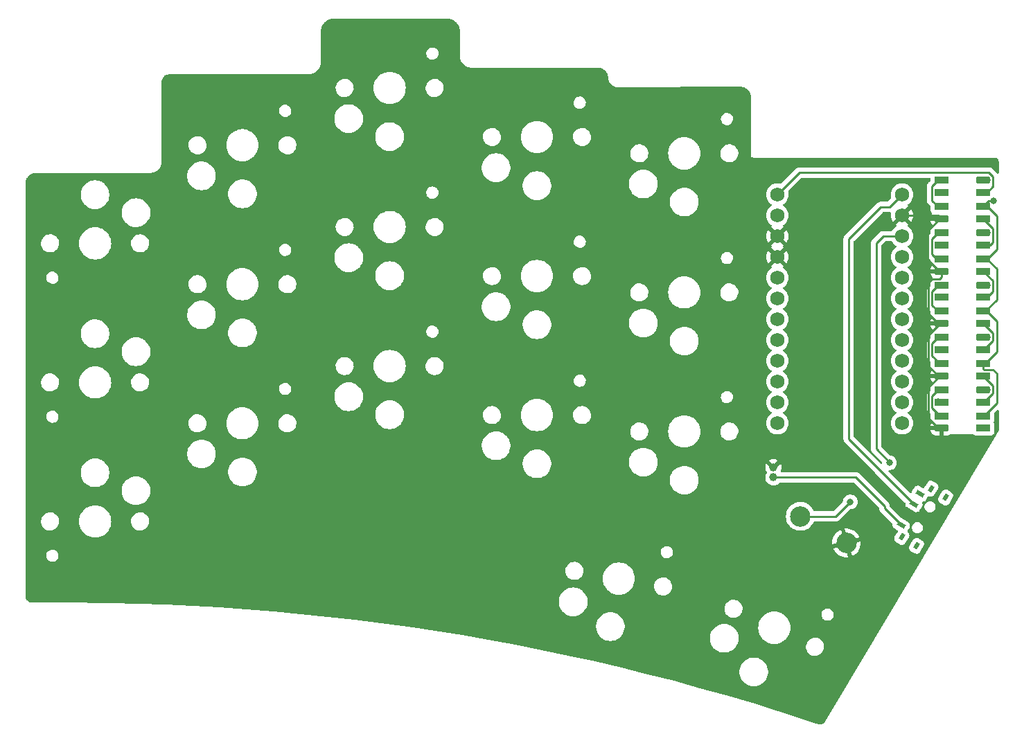
<source format=gtl>
G04 #@! TF.GenerationSoftware,KiCad,Pcbnew,7.0.6*
G04 #@! TF.CreationDate,2024-09-20T23:29:42+02:00*
G04 #@! TF.ProjectId,KoalaKeeb_v0.2_left,4b6f616c-614b-4656-9562-5f76302e325f,rev?*
G04 #@! TF.SameCoordinates,Original*
G04 #@! TF.FileFunction,Copper,L1,Top*
G04 #@! TF.FilePolarity,Positive*
%FSLAX46Y46*%
G04 Gerber Fmt 4.6, Leading zero omitted, Abs format (unit mm)*
G04 Created by KiCad (PCBNEW 7.0.6) date 2024-09-20 23:29:42*
%MOMM*%
%LPD*%
G01*
G04 APERTURE LIST*
G04 Aperture macros list*
%AMRoundRect*
0 Rectangle with rounded corners*
0 $1 Rounding radius*
0 $2 $3 $4 $5 $6 $7 $8 $9 X,Y pos of 4 corners*
0 Add a 4 corners polygon primitive as box body*
4,1,4,$2,$3,$4,$5,$6,$7,$8,$9,$2,$3,0*
0 Add four circle primitives for the rounded corners*
1,1,$1+$1,$2,$3*
1,1,$1+$1,$4,$5*
1,1,$1+$1,$6,$7*
1,1,$1+$1,$8,$9*
0 Add four rect primitives between the rounded corners*
20,1,$1+$1,$2,$3,$4,$5,0*
20,1,$1+$1,$4,$5,$6,$7,0*
20,1,$1+$1,$6,$7,$8,$9,0*
20,1,$1+$1,$8,$9,$2,$3,0*%
%AMRotRect*
0 Rectangle, with rotation*
0 The origin of the aperture is its center*
0 $1 length*
0 $2 width*
0 $3 Rotation angle, in degrees counterclockwise*
0 Add horizontal line*
21,1,$1,$2,0,0,$3*%
G04 Aperture macros list end*
G04 #@! TA.AperFunction,SMDPad,CuDef*
%ADD10R,1.700000X0.820000*%
G04 #@! TD*
G04 #@! TA.AperFunction,SMDPad,CuDef*
%ADD11RoundRect,0.205000X-0.645000X-0.205000X0.645000X-0.205000X0.645000X0.205000X-0.645000X0.205000X0*%
G04 #@! TD*
G04 #@! TA.AperFunction,ComponentPad*
%ADD12C,2.500000*%
G04 #@! TD*
G04 #@! TA.AperFunction,SMDPad,CuDef*
%ADD13RotRect,0.500000X1.000000X59.000000*%
G04 #@! TD*
G04 #@! TA.AperFunction,SMDPad,CuDef*
%ADD14RotRect,0.500000X0.800000X149.000000*%
G04 #@! TD*
G04 #@! TA.AperFunction,ComponentPad*
%ADD15C,1.000000*%
G04 #@! TD*
G04 #@! TA.AperFunction,ComponentPad*
%ADD16C,1.752600*%
G04 #@! TD*
G04 #@! TA.AperFunction,SMDPad,CuDef*
%ADD17RoundRect,0.205000X0.645000X0.205000X-0.645000X0.205000X-0.645000X-0.205000X0.645000X-0.205000X0*%
G04 #@! TD*
G04 #@! TA.AperFunction,ViaPad*
%ADD18C,0.800000*%
G04 #@! TD*
G04 #@! TA.AperFunction,Conductor*
%ADD19C,0.250000*%
G04 #@! TD*
G04 APERTURE END LIST*
D10*
X273450000Y-49200000D03*
X273450000Y-47700000D03*
D11*
X278550000Y-47700000D03*
D10*
X278550000Y-49200000D03*
X273450000Y-68400000D03*
X273450000Y-66900000D03*
D11*
X278550000Y-66900000D03*
D10*
X278550000Y-68400000D03*
X273450000Y-42800000D03*
X273450000Y-41300000D03*
D11*
X278550000Y-41300000D03*
D10*
X278550000Y-42800000D03*
D12*
X261814583Y-85625000D03*
X256185417Y-82375000D03*
D10*
X273450000Y-55600000D03*
X273450000Y-54100000D03*
D11*
X278550000Y-54100000D03*
D10*
X278550000Y-55600000D03*
X273450000Y-62000000D03*
X273450000Y-60500000D03*
D11*
X278550000Y-60500000D03*
D10*
X278550000Y-62000000D03*
D13*
X268515405Y-83465806D03*
X270060519Y-80894304D03*
X270833076Y-79608553D03*
D14*
X272136856Y-78991983D03*
X273936907Y-80073563D03*
X270383144Y-85988017D03*
X268583093Y-84906437D03*
D15*
X252904000Y-77625000D03*
X252904000Y-76375000D03*
D16*
X253380000Y-43030000D03*
X253380000Y-45570000D03*
X253380000Y-48110000D03*
X253380000Y-50650000D03*
X253380000Y-53190000D03*
X253380000Y-55730000D03*
X253380000Y-58270000D03*
X253380000Y-60810000D03*
X253380000Y-63350000D03*
X253380000Y-65890000D03*
X253380000Y-68430000D03*
X253380000Y-70970000D03*
X268620000Y-70970000D03*
X268620000Y-68430000D03*
X268620000Y-65890000D03*
X268620000Y-63350000D03*
X268620000Y-60810000D03*
X268620000Y-58270000D03*
X268620000Y-55730000D03*
X268620000Y-53190000D03*
X268620000Y-50650000D03*
X268620000Y-48110000D03*
X268620000Y-45570000D03*
X268620000Y-43030000D03*
D10*
X278550000Y-57300000D03*
X278550000Y-58800000D03*
D17*
X273450000Y-58800000D03*
D10*
X273450000Y-57300000D03*
X278550000Y-44500000D03*
X278550000Y-46000000D03*
D17*
X273450000Y-46000000D03*
D10*
X273450000Y-44500000D03*
X278550000Y-50900000D03*
X278550000Y-52400000D03*
D17*
X273450000Y-52400000D03*
D10*
X273450000Y-50900000D03*
X278550000Y-63700000D03*
X278550000Y-65200000D03*
D17*
X273450000Y-65200000D03*
D10*
X273450000Y-63700000D03*
X278550000Y-70100000D03*
X278550000Y-71600000D03*
D17*
X273450000Y-71600000D03*
D10*
X273450000Y-70100000D03*
D18*
X279000000Y-54100000D03*
X279000000Y-47700000D03*
X278990000Y-66900000D03*
X279000000Y-60500000D03*
X278990000Y-41290000D03*
X273000000Y-68390000D03*
X273000000Y-49190000D03*
X273000000Y-55600000D03*
X279780000Y-43830000D03*
X273000000Y-62000000D03*
X273000000Y-42800000D03*
X262280000Y-80610000D03*
X267070000Y-75830000D03*
D19*
X262975000Y-77625000D02*
X266470000Y-81120000D01*
X252904000Y-77625000D02*
X262975000Y-77625000D01*
X266470000Y-81120000D02*
X266470000Y-81420401D01*
X266470000Y-81420401D02*
X268515405Y-83465806D01*
X273240000Y-58800000D02*
X271825000Y-60215000D01*
X273240000Y-46000000D02*
X271790000Y-47450000D01*
X273450000Y-58800000D02*
X273240000Y-58800000D01*
X273020000Y-45570000D02*
X268620000Y-45570000D01*
X271790000Y-51030000D02*
X273160000Y-52400000D01*
X272275000Y-53365000D02*
X271825000Y-53815000D01*
X273450000Y-46000000D02*
X273020000Y-45570000D01*
X273040000Y-71600000D02*
X273450000Y-71600000D01*
X271825000Y-70385000D02*
X273040000Y-71600000D01*
X273040000Y-65200000D02*
X273450000Y-65200000D01*
X271825000Y-53815000D02*
X271825000Y-57585000D01*
X271825000Y-63985000D02*
X273040000Y-65200000D01*
X273450000Y-53100000D02*
X273185000Y-53365000D01*
X271790000Y-47450000D02*
X271790000Y-51030000D01*
X271825000Y-60215000D02*
X271825000Y-63985000D01*
X273185000Y-53365000D02*
X272275000Y-53365000D01*
X273450000Y-52400000D02*
X273450000Y-53100000D01*
X273240000Y-65200000D02*
X271825000Y-66615000D01*
X273160000Y-52400000D02*
X273450000Y-52400000D01*
X271825000Y-66615000D02*
X271825000Y-70385000D01*
X273450000Y-46000000D02*
X273240000Y-46000000D01*
X273040000Y-58800000D02*
X273450000Y-58800000D01*
X271825000Y-57585000D02*
X273040000Y-58800000D01*
X273450000Y-65200000D02*
X273240000Y-65200000D01*
X278550000Y-50900000D02*
X278960000Y-50900000D01*
X278960000Y-50900000D02*
X280175000Y-52115000D01*
X280175000Y-55885000D02*
X278760000Y-57300000D01*
X278655000Y-64465000D02*
X279725000Y-64465000D01*
X278990000Y-50900000D02*
X278550000Y-50900000D01*
X278550000Y-44500000D02*
X278990000Y-44500000D01*
X278610000Y-70100000D02*
X278550000Y-70100000D01*
X280175000Y-49715000D02*
X278990000Y-50900000D01*
X278760000Y-57300000D02*
X278550000Y-57300000D01*
X280175000Y-52115000D02*
X280175000Y-55885000D01*
X280175000Y-68535000D02*
X278610000Y-70100000D01*
X280175000Y-64915000D02*
X280175000Y-68535000D01*
X279725000Y-64465000D02*
X280175000Y-64915000D01*
X278550000Y-63700000D02*
X278550000Y-64360000D01*
X278550000Y-64360000D02*
X278655000Y-64465000D01*
X279780000Y-43830000D02*
X279220000Y-43830000D01*
X280175000Y-45685000D02*
X280175000Y-49715000D01*
X278960000Y-57300000D02*
X280175000Y-58515000D01*
X280175000Y-62285000D02*
X278760000Y-63700000D01*
X279220000Y-43830000D02*
X278550000Y-44500000D01*
X278760000Y-63700000D02*
X278550000Y-63700000D01*
X278550000Y-57300000D02*
X278960000Y-57300000D01*
X278990000Y-44500000D02*
X280175000Y-45685000D01*
X280175000Y-58515000D02*
X280175000Y-62285000D01*
X273010000Y-44500000D02*
X273450000Y-44500000D01*
X272275000Y-42035000D02*
X272275000Y-43765000D01*
X273450000Y-41300000D02*
X273010000Y-41300000D01*
X272275000Y-43765000D02*
X273010000Y-44500000D01*
X273010000Y-41300000D02*
X272275000Y-42035000D01*
X279230000Y-40340000D02*
X256070000Y-40340000D01*
X256070000Y-40340000D02*
X253380000Y-43030000D01*
X278550000Y-42800000D02*
X278990000Y-42800000D01*
X278990000Y-42800000D02*
X279725000Y-42065000D01*
X279725000Y-42065000D02*
X279725000Y-40835000D01*
X279725000Y-40835000D02*
X279230000Y-40340000D01*
X278550000Y-46000000D02*
X279725000Y-47175000D01*
X279725000Y-48865000D02*
X279390000Y-49200000D01*
X279390000Y-49200000D02*
X278550000Y-49200000D01*
X279725000Y-47175000D02*
X279725000Y-48865000D01*
X272830000Y-50900000D02*
X273450000Y-50900000D01*
X273040000Y-47700000D02*
X272275000Y-48465000D01*
X273450000Y-47700000D02*
X273040000Y-47700000D01*
X272275000Y-48465000D02*
X272275000Y-50345000D01*
X272275000Y-50345000D02*
X272830000Y-50900000D01*
X278990000Y-55600000D02*
X278550000Y-55600000D01*
X279725000Y-54865000D02*
X278990000Y-55600000D01*
X278550000Y-52400000D02*
X279725000Y-53575000D01*
X279725000Y-53575000D02*
X279725000Y-54865000D01*
X273040000Y-54100000D02*
X272275000Y-54865000D01*
X272275000Y-54865000D02*
X272275000Y-56565000D01*
X273450000Y-54100000D02*
X273040000Y-54100000D01*
X273010000Y-57300000D02*
X273450000Y-57300000D01*
X272275000Y-56565000D02*
X273010000Y-57300000D01*
X278550000Y-58800000D02*
X279725000Y-59975000D01*
X279725000Y-59975000D02*
X279725000Y-60924533D01*
X278649533Y-62000000D02*
X278550000Y-62000000D01*
X279725000Y-60924533D02*
X278649533Y-62000000D01*
X273240000Y-63700000D02*
X273450000Y-63700000D01*
X272275000Y-61265000D02*
X272275000Y-62735000D01*
X273450000Y-60500000D02*
X273040000Y-60500000D01*
X272275000Y-62735000D02*
X273240000Y-63700000D01*
X273040000Y-60500000D02*
X272275000Y-61265000D01*
X278649533Y-68400000D02*
X278550000Y-68400000D01*
X278550000Y-65200000D02*
X279725000Y-66375000D01*
X279725000Y-66375000D02*
X279725000Y-67324533D01*
X279725000Y-67324533D02*
X278649533Y-68400000D01*
X273240000Y-70100000D02*
X273450000Y-70100000D01*
X272275000Y-67665000D02*
X272275000Y-69135000D01*
X273450000Y-66900000D02*
X273040000Y-66900000D01*
X272275000Y-69135000D02*
X273240000Y-70100000D01*
X273040000Y-66900000D02*
X272275000Y-67665000D01*
X267100000Y-44550000D02*
X266000000Y-44550000D01*
X262080000Y-48470000D02*
X262080000Y-72913785D01*
X262080000Y-72913785D02*
X270060519Y-80894304D01*
X268620000Y-43030000D02*
X267100000Y-44550000D01*
X266000000Y-44550000D02*
X262080000Y-48470000D01*
X260505000Y-82375000D02*
X262270000Y-80610000D01*
X266320000Y-48110000D02*
X268620000Y-48110000D01*
X262280000Y-80600000D02*
X262270000Y-80610000D01*
X262270000Y-80610000D02*
X262280000Y-80610000D01*
X265450000Y-48980000D02*
X266320000Y-48110000D01*
X267070000Y-75830000D02*
X267070000Y-75770000D01*
X265450000Y-74150000D02*
X265450000Y-48980000D01*
X267070000Y-75770000D02*
X265450000Y-74150000D01*
X262280000Y-80610000D02*
X262280000Y-80600000D01*
X256185417Y-82375000D02*
X260505000Y-82375000D01*
G04 #@! TA.AperFunction,Conductor*
G36*
X252806455Y-76610495D02*
G01*
X252869567Y-76623048D01*
X252863230Y-76623673D01*
X252794584Y-76610653D01*
X252763398Y-76587951D01*
X252744635Y-76569188D01*
X252806455Y-76610495D01*
G37*
G04 #@! TD.AperFunction*
G04 #@! TA.AperFunction,Conductor*
G36*
X253044600Y-76587951D02*
G01*
X252983277Y-76621436D01*
X252944768Y-76623673D01*
X252938431Y-76623049D01*
X253001545Y-76610495D01*
X253063358Y-76569192D01*
X253044600Y-76587951D01*
G37*
G04 #@! TD.AperFunction*
G04 #@! TA.AperFunction,Conductor*
G36*
X267032877Y-45177224D02*
G01*
X267032904Y-45176939D01*
X267040660Y-45177671D01*
X267040667Y-45177673D01*
X267109814Y-45175500D01*
X267139350Y-45175500D01*
X267140841Y-45175500D01*
X267207880Y-45195185D01*
X267253635Y-45247989D01*
X267263579Y-45317147D01*
X267261047Y-45329938D01*
X267257817Y-45342690D01*
X267257817Y-45342693D01*
X267238983Y-45569994D01*
X267238983Y-45570005D01*
X267257817Y-45797304D01*
X267313809Y-46018415D01*
X267405431Y-46227290D01*
X267485934Y-46350510D01*
X268097368Y-45739076D01*
X268100594Y-45754597D01*
X268169658Y-45887886D01*
X268272123Y-45997598D01*
X268400388Y-46075598D01*
X268453166Y-46090385D01*
X267838088Y-46705462D01*
X267838089Y-46705463D01*
X267864651Y-46726137D01*
X267864657Y-46726141D01*
X267873006Y-46730660D01*
X267922597Y-46779879D01*
X267937705Y-46848095D01*
X267913535Y-46913651D01*
X267873014Y-46948766D01*
X267864383Y-46953437D01*
X267864379Y-46953439D01*
X267684323Y-47093582D01*
X267684319Y-47093586D01*
X267529787Y-47261451D01*
X267420767Y-47428321D01*
X267367621Y-47473678D01*
X267316958Y-47484500D01*
X266402743Y-47484500D01*
X266387122Y-47482775D01*
X266387096Y-47483061D01*
X266379334Y-47482327D01*
X266379333Y-47482327D01*
X266310186Y-47484500D01*
X266280649Y-47484500D01*
X266273766Y-47485369D01*
X266267949Y-47485826D01*
X266221373Y-47487290D01*
X266202129Y-47492881D01*
X266183079Y-47496825D01*
X266163211Y-47499334D01*
X266119884Y-47516488D01*
X266114358Y-47518379D01*
X266069614Y-47531379D01*
X266069610Y-47531381D01*
X266052366Y-47541579D01*
X266034905Y-47550133D01*
X266016274Y-47557510D01*
X266016262Y-47557517D01*
X265978570Y-47584902D01*
X265973687Y-47588109D01*
X265933580Y-47611829D01*
X265919414Y-47625995D01*
X265904624Y-47638627D01*
X265888414Y-47650404D01*
X265888411Y-47650407D01*
X265858710Y-47686309D01*
X265854777Y-47690631D01*
X265066208Y-48479199D01*
X265053951Y-48489020D01*
X265054134Y-48489241D01*
X265048123Y-48494213D01*
X265000772Y-48544636D01*
X264979889Y-48565518D01*
X264979877Y-48565532D01*
X264975621Y-48571017D01*
X264971837Y-48575447D01*
X264939937Y-48609418D01*
X264939936Y-48609420D01*
X264930284Y-48626976D01*
X264919610Y-48643226D01*
X264907329Y-48659061D01*
X264907324Y-48659068D01*
X264888815Y-48701838D01*
X264886245Y-48707084D01*
X264863803Y-48747906D01*
X264858822Y-48767307D01*
X264852521Y-48785710D01*
X264844562Y-48804102D01*
X264844561Y-48804105D01*
X264837271Y-48850127D01*
X264836087Y-48855846D01*
X264824501Y-48900972D01*
X264824499Y-48900984D01*
X264824499Y-48921020D01*
X264822973Y-48940412D01*
X264819840Y-48960195D01*
X264824224Y-49006580D01*
X264824499Y-49012417D01*
X264824499Y-74067255D01*
X264822776Y-74082872D01*
X264823061Y-74082899D01*
X264822326Y-74090665D01*
X264824500Y-74159814D01*
X264824500Y-74189343D01*
X264824501Y-74189360D01*
X264825368Y-74196231D01*
X264825826Y-74202050D01*
X264827290Y-74248624D01*
X264827291Y-74248627D01*
X264832880Y-74267867D01*
X264836824Y-74286911D01*
X264839336Y-74306791D01*
X264856490Y-74350119D01*
X264858382Y-74355647D01*
X264871381Y-74400388D01*
X264881580Y-74417634D01*
X264890138Y-74435103D01*
X264897514Y-74453732D01*
X264924898Y-74491423D01*
X264928106Y-74496307D01*
X264951827Y-74536416D01*
X264951833Y-74536424D01*
X264965990Y-74550580D01*
X264978628Y-74565376D01*
X264990405Y-74581586D01*
X264990406Y-74581587D01*
X265026309Y-74611288D01*
X265030620Y-74615210D01*
X265614910Y-75199500D01*
X266130409Y-75714999D01*
X266163894Y-75776322D01*
X266166049Y-75815640D01*
X266164729Y-75828200D01*
X266138145Y-75892815D01*
X266080848Y-75932801D01*
X266011029Y-75935461D01*
X265953727Y-75902921D01*
X262741819Y-72691013D01*
X262708334Y-72629690D01*
X262705500Y-72603332D01*
X262705500Y-48780452D01*
X262725185Y-48713413D01*
X262741819Y-48692771D01*
X266222772Y-45211819D01*
X266284095Y-45178334D01*
X266310453Y-45175500D01*
X267017257Y-45175500D01*
X267032877Y-45177224D01*
G37*
G04 #@! TD.AperFunction*
G04 #@! TA.AperFunction,Conductor*
G36*
X213092207Y-21520657D02*
G01*
X213159755Y-21525489D01*
X213306644Y-21537049D01*
X213314947Y-21538274D01*
X213409760Y-21558899D01*
X213526225Y-21586860D01*
X213533401Y-21589051D01*
X213629737Y-21624983D01*
X213707922Y-21657368D01*
X213735856Y-21668939D01*
X213741847Y-21671805D01*
X213832937Y-21721543D01*
X213835580Y-21723073D01*
X213930903Y-21781488D01*
X213935643Y-21784705D01*
X214019440Y-21847435D01*
X214022520Y-21849898D01*
X214106937Y-21921997D01*
X214110513Y-21925303D01*
X214184695Y-21999485D01*
X214188001Y-22003061D01*
X214260094Y-22087471D01*
X214262576Y-22090574D01*
X214325289Y-22174349D01*
X214328521Y-22179111D01*
X214386910Y-22274393D01*
X214388463Y-22277076D01*
X214438193Y-22368151D01*
X214441059Y-22374141D01*
X214485016Y-22480260D01*
X214520942Y-22576582D01*
X214523140Y-22583781D01*
X214551098Y-22700231D01*
X214571723Y-22795044D01*
X214572950Y-22803367D01*
X214584517Y-22950331D01*
X214589342Y-23017789D01*
X214589500Y-23022213D01*
X214589500Y-26069655D01*
X214585381Y-26083681D01*
X214589004Y-26112169D01*
X214589497Y-26119958D01*
X214589500Y-26120021D01*
X214589500Y-26122554D01*
X214589673Y-26124172D01*
X214594136Y-26231967D01*
X214594136Y-26231969D01*
X214615334Y-26339604D01*
X214614842Y-26344984D01*
X214618287Y-26356265D01*
X214619823Y-26362398D01*
X214637434Y-26451822D01*
X214637437Y-26451833D01*
X214682061Y-26575084D01*
X214682418Y-26580869D01*
X214686950Y-26589871D01*
X214689870Y-26596648D01*
X214701034Y-26627487D01*
X214702033Y-26630482D01*
X214712656Y-26665267D01*
X214722059Y-26677778D01*
X214784707Y-26792372D01*
X214786180Y-26799128D01*
X214792216Y-26807299D01*
X214796751Y-26814403D01*
X214821213Y-26859148D01*
X214821215Y-26859151D01*
X214821217Y-26859154D01*
X214824975Y-26864932D01*
X214828384Y-26870866D01*
X214830073Y-26874222D01*
X214840400Y-26884219D01*
X214888833Y-26947504D01*
X214920511Y-26988896D01*
X214923438Y-26996496D01*
X214927448Y-27000343D01*
X214940075Y-27014460D01*
X214957401Y-27037099D01*
X214957404Y-27037102D01*
X214957405Y-27037103D01*
X214965457Y-27044828D01*
X214979353Y-27060633D01*
X214979985Y-27061488D01*
X214990564Y-27068914D01*
X215085937Y-27160409D01*
X215090569Y-27168489D01*
X215094675Y-27171266D01*
X215111044Y-27184494D01*
X215119106Y-27192229D01*
X215142453Y-27208606D01*
X215157083Y-27220636D01*
X215158621Y-27222111D01*
X215168798Y-27227087D01*
X215207995Y-27254583D01*
X215276704Y-27302781D01*
X215283183Y-27310900D01*
X215290541Y-27314229D01*
X215296623Y-27317396D01*
X215302547Y-27320909D01*
X215302555Y-27320915D01*
X215348276Y-27343499D01*
X215355565Y-27347738D01*
X215361547Y-27351784D01*
X215370787Y-27354619D01*
X215487878Y-27412457D01*
X215496229Y-27420149D01*
X215535971Y-27430505D01*
X215538984Y-27431372D01*
X215570281Y-27441255D01*
X215577161Y-27443887D01*
X215584086Y-27447020D01*
X215592146Y-27448160D01*
X215652868Y-27467335D01*
X215717149Y-27487634D01*
X215717152Y-27487634D01*
X215717154Y-27487635D01*
X215740262Y-27491197D01*
X215807242Y-27501522D01*
X215813429Y-27502802D01*
X215822596Y-27505190D01*
X215830212Y-27505063D01*
X215938616Y-27521774D01*
X215938617Y-27521773D01*
X215938618Y-27521774D01*
X216050660Y-27521759D01*
X216051160Y-27521759D01*
X216053899Y-27521759D01*
X216059163Y-27521983D01*
X216089828Y-27524594D01*
X216106002Y-27521753D01*
X231490099Y-27520500D01*
X231490100Y-27520499D01*
X231495294Y-27520499D01*
X231499453Y-27520639D01*
X231676973Y-27532639D01*
X231697540Y-27535780D01*
X231771588Y-27553557D01*
X231793872Y-27559529D01*
X231875244Y-27581333D01*
X231882932Y-27583943D01*
X231910571Y-27595391D01*
X231965517Y-27618150D01*
X231999026Y-27633776D01*
X232058476Y-27661499D01*
X232064673Y-27664828D01*
X232141419Y-27711858D01*
X232144587Y-27713935D01*
X232225991Y-27770934D01*
X232230698Y-27774579D01*
X232299699Y-27833512D01*
X232303275Y-27836818D01*
X232373180Y-27906723D01*
X232376486Y-27910299D01*
X232435419Y-27979300D01*
X232439064Y-27984007D01*
X232496063Y-28065411D01*
X232498140Y-28068579D01*
X232545170Y-28145325D01*
X232548499Y-28151522D01*
X232591851Y-28244487D01*
X232626056Y-28327067D01*
X232628665Y-28334754D01*
X232656444Y-28438422D01*
X232674872Y-28515181D01*
X232677826Y-28533321D01*
X232688852Y-28659349D01*
X232687386Y-28666643D01*
X232692654Y-28708155D01*
X232692955Y-28711077D01*
X232693466Y-28717547D01*
X232693659Y-28722433D01*
X232693659Y-28753206D01*
X232695671Y-28768881D01*
X232697594Y-28815629D01*
X232697595Y-28815641D01*
X232713042Y-28894171D01*
X232712301Y-28902247D01*
X232717930Y-28920691D01*
X232719464Y-28926824D01*
X232734535Y-29003440D01*
X232767636Y-29094925D01*
X232768202Y-29104107D01*
X232776359Y-29120321D01*
X232779275Y-29127091D01*
X232780438Y-29130304D01*
X232789210Y-29154551D01*
X232790209Y-29157549D01*
X232800725Y-29192009D01*
X232814029Y-29209720D01*
X232853056Y-29281139D01*
X232855337Y-29291611D01*
X232866065Y-29306138D01*
X232870602Y-29313246D01*
X232891435Y-29351370D01*
X232894722Y-29356425D01*
X232898131Y-29362361D01*
X232902219Y-29370487D01*
X232917043Y-29384843D01*
X232949110Y-29426757D01*
X232964440Y-29446795D01*
X232967012Y-29450156D01*
X232971406Y-29461570D01*
X232980867Y-29470649D01*
X232993492Y-29484769D01*
X233007730Y-29503379D01*
X233007733Y-29503382D01*
X233007734Y-29503383D01*
X233013804Y-29509208D01*
X233027699Y-29525017D01*
X233031531Y-29530207D01*
X233047019Y-29541081D01*
X233106532Y-29598188D01*
X233113314Y-29610022D01*
X233123384Y-29616835D01*
X233139752Y-29630066D01*
X233145832Y-29635900D01*
X233145835Y-29635902D01*
X233165007Y-29649355D01*
X233179639Y-29661389D01*
X233185383Y-29666900D01*
X233200684Y-29674386D01*
X233267997Y-29721616D01*
X233277301Y-29733279D01*
X233291234Y-29739583D01*
X233297311Y-29742747D01*
X233302505Y-29745828D01*
X233341469Y-29765078D01*
X233348758Y-29769318D01*
X233359942Y-29776885D01*
X233374263Y-29781280D01*
X233447219Y-29817324D01*
X233459035Y-29828211D01*
X233500316Y-29838969D01*
X233503321Y-29839834D01*
X233531220Y-29848645D01*
X233538105Y-29851280D01*
X233551052Y-29857138D01*
X233563835Y-29858946D01*
X233656610Y-29888249D01*
X233733791Y-29900148D01*
X233739979Y-29901429D01*
X233755246Y-29905407D01*
X233766663Y-29905217D01*
X233845771Y-29917414D01*
X233941469Y-29917402D01*
X233941969Y-29917402D01*
X233944710Y-29917402D01*
X233949976Y-29917626D01*
X233980664Y-29920240D01*
X233996830Y-29917402D01*
X234009835Y-29917402D01*
X234010834Y-29917172D01*
X248936020Y-29867818D01*
X248941041Y-29868007D01*
X248995416Y-29872287D01*
X249125234Y-29883649D01*
X249143335Y-29886597D01*
X249220126Y-29905035D01*
X249323764Y-29932806D01*
X249331446Y-29935415D01*
X249359097Y-29946868D01*
X249414053Y-29969632D01*
X249479177Y-30000001D01*
X249507005Y-30012978D01*
X249513203Y-30016308D01*
X249589983Y-30063360D01*
X249593111Y-30065412D01*
X249674505Y-30122406D01*
X249679210Y-30126050D01*
X249748228Y-30184996D01*
X249751804Y-30188302D01*
X249821696Y-30258194D01*
X249825002Y-30261770D01*
X249883948Y-30330788D01*
X249887592Y-30335493D01*
X249944586Y-30416887D01*
X249946649Y-30420032D01*
X249970908Y-30459619D01*
X249993690Y-30496796D01*
X249997019Y-30502992D01*
X250040368Y-30595948D01*
X250074583Y-30678553D01*
X250077192Y-30686238D01*
X250104967Y-30789883D01*
X250123397Y-30866643D01*
X250126352Y-30884782D01*
X250137712Y-31014589D01*
X250141998Y-31069035D01*
X250142189Y-31073926D01*
X250139525Y-38062586D01*
X250133569Y-38082840D01*
X250125119Y-38180712D01*
X250125179Y-38181718D01*
X250126296Y-38187104D01*
X250123882Y-38216740D01*
X250133186Y-38236692D01*
X250142221Y-38263925D01*
X250146609Y-38285092D01*
X250146610Y-38285096D01*
X250196700Y-38378038D01*
X250271269Y-38452783D01*
X250364092Y-38503093D01*
X250364093Y-38503093D01*
X250364097Y-38503095D01*
X250385248Y-38507531D01*
X250412466Y-38516632D01*
X250426272Y-38523109D01*
X250432467Y-38521065D01*
X250462038Y-38523638D01*
X250467424Y-38524768D01*
X250512268Y-38521127D01*
X250533539Y-38521231D01*
X250586480Y-38526052D01*
X250617703Y-38520500D01*
X250811280Y-38520500D01*
X250811433Y-38520481D01*
X279945927Y-38510501D01*
X279954034Y-38511031D01*
X279968735Y-38512966D01*
X280070633Y-38529106D01*
X280098670Y-38537014D01*
X280131558Y-38550637D01*
X280135957Y-38552666D01*
X280143910Y-38556718D01*
X280200294Y-38585447D01*
X280219476Y-38597551D01*
X280252956Y-38623240D01*
X280259044Y-38628579D01*
X280311418Y-38680953D01*
X280316760Y-38687045D01*
X280339678Y-38716913D01*
X280342445Y-38720518D01*
X280354554Y-38739709D01*
X280387332Y-38804041D01*
X280389371Y-38808463D01*
X280402983Y-38841325D01*
X280410895Y-38869380D01*
X280427037Y-38971294D01*
X280428969Y-38985966D01*
X280429500Y-38994068D01*
X280429500Y-40355547D01*
X280409815Y-40422586D01*
X280357011Y-40468341D01*
X280287853Y-40478285D01*
X280224297Y-40449260D01*
X280217819Y-40443228D01*
X280209006Y-40434415D01*
X280196368Y-40419619D01*
X280184594Y-40403413D01*
X280181070Y-40400498D01*
X280148688Y-40373709D01*
X280144376Y-40369786D01*
X279730806Y-39956215D01*
X279720981Y-39943952D01*
X279720760Y-39944136D01*
X279715785Y-39938121D01*
X279689037Y-39913004D01*
X279665364Y-39890773D01*
X279654919Y-39880328D01*
X279644475Y-39869883D01*
X279638986Y-39865625D01*
X279634561Y-39861847D01*
X279600582Y-39829938D01*
X279600580Y-39829936D01*
X279600577Y-39829935D01*
X279583029Y-39820288D01*
X279566763Y-39809604D01*
X279550933Y-39797325D01*
X279508168Y-39778818D01*
X279502922Y-39776248D01*
X279462093Y-39753803D01*
X279462092Y-39753802D01*
X279442693Y-39748822D01*
X279424281Y-39742518D01*
X279405898Y-39734562D01*
X279405892Y-39734560D01*
X279359874Y-39727272D01*
X279354152Y-39726087D01*
X279309021Y-39714500D01*
X279309019Y-39714500D01*
X279288984Y-39714500D01*
X279269586Y-39712973D01*
X279262162Y-39711797D01*
X279249805Y-39709840D01*
X279249804Y-39709840D01*
X279203416Y-39714225D01*
X279197578Y-39714500D01*
X256152737Y-39714500D01*
X256137120Y-39712776D01*
X256137093Y-39713062D01*
X256129331Y-39712327D01*
X256060203Y-39714500D01*
X256030650Y-39714500D01*
X256029929Y-39714590D01*
X256023757Y-39715369D01*
X256017945Y-39715826D01*
X255971372Y-39717290D01*
X255971369Y-39717291D01*
X255952126Y-39722881D01*
X255933083Y-39726825D01*
X255913204Y-39729336D01*
X255913203Y-39729337D01*
X255869878Y-39746490D01*
X255864352Y-39748382D01*
X255819608Y-39761383D01*
X255819604Y-39761385D01*
X255802365Y-39771580D01*
X255784898Y-39780137D01*
X255766269Y-39787512D01*
X255766267Y-39787513D01*
X255728564Y-39814906D01*
X255723682Y-39818112D01*
X255683580Y-39841828D01*
X255669408Y-39856000D01*
X255654623Y-39868628D01*
X255638412Y-39880407D01*
X255608709Y-39916310D01*
X255604777Y-39920631D01*
X253859866Y-41665541D01*
X253798543Y-41699026D01*
X253731927Y-41695143D01*
X253719143Y-41690754D01*
X253494085Y-41653200D01*
X253265915Y-41653200D01*
X253040854Y-41690755D01*
X252825057Y-41764839D01*
X252825049Y-41764842D01*
X252624379Y-41873440D01*
X252444323Y-42013582D01*
X252444319Y-42013586D01*
X252289787Y-42181451D01*
X252164989Y-42372470D01*
X252073335Y-42581422D01*
X252017323Y-42802608D01*
X252017321Y-42802616D01*
X251998481Y-43029994D01*
X251998481Y-43030005D01*
X252017321Y-43257383D01*
X252017323Y-43257391D01*
X252073335Y-43478577D01*
X252164989Y-43687529D01*
X252289787Y-43878548D01*
X252444319Y-44046413D01*
X252444323Y-44046417D01*
X252624379Y-44186560D01*
X252624383Y-44186562D01*
X252632483Y-44190946D01*
X252682073Y-44240166D01*
X252697180Y-44308383D01*
X252673008Y-44373939D01*
X252632483Y-44409054D01*
X252624383Y-44413437D01*
X252624379Y-44413439D01*
X252444323Y-44553582D01*
X252444319Y-44553586D01*
X252289787Y-44721451D01*
X252164989Y-44912470D01*
X252073335Y-45121422D01*
X252017323Y-45342608D01*
X252017321Y-45342616D01*
X251998481Y-45569994D01*
X251998481Y-45570005D01*
X252017321Y-45797383D01*
X252017323Y-45797391D01*
X252073335Y-46018577D01*
X252164989Y-46227529D01*
X252289787Y-46418548D01*
X252444319Y-46586413D01*
X252444323Y-46586417D01*
X252624379Y-46726560D01*
X252624387Y-46726565D01*
X252633007Y-46731230D01*
X252682598Y-46780450D01*
X252697705Y-46848666D01*
X252673534Y-46914222D01*
X252633009Y-46949337D01*
X252624661Y-46953854D01*
X252624646Y-46953864D01*
X252598089Y-46974534D01*
X252598089Y-46974536D01*
X253211396Y-47587843D01*
X253093588Y-47639015D01*
X252977138Y-47733754D01*
X252890567Y-47856397D01*
X252859698Y-47943252D01*
X252245935Y-47329488D01*
X252165431Y-47452710D01*
X252165429Y-47452714D01*
X252073809Y-47661584D01*
X252017817Y-47882695D01*
X251998983Y-48109994D01*
X251998983Y-48110005D01*
X252017817Y-48337304D01*
X252073809Y-48558415D01*
X252165431Y-48767290D01*
X252245934Y-48890510D01*
X252857368Y-48279076D01*
X252860594Y-48294597D01*
X252929658Y-48427886D01*
X253032123Y-48537598D01*
X253160388Y-48615598D01*
X253213166Y-48630385D01*
X252598088Y-49245462D01*
X252598089Y-49245463D01*
X252624651Y-49266137D01*
X252624652Y-49266138D01*
X252633530Y-49270943D01*
X252683121Y-49320162D01*
X252698231Y-49388379D01*
X252674061Y-49453935D01*
X252633540Y-49489049D01*
X252624662Y-49493854D01*
X252624646Y-49493864D01*
X252598089Y-49514534D01*
X252598089Y-49514536D01*
X253211396Y-50127843D01*
X253093588Y-50179015D01*
X252977138Y-50273754D01*
X252890567Y-50396397D01*
X252859698Y-50483252D01*
X252245935Y-49869488D01*
X252165431Y-49992710D01*
X252165429Y-49992714D01*
X252073809Y-50201584D01*
X252017817Y-50422695D01*
X251998983Y-50649994D01*
X251998983Y-50650005D01*
X252017817Y-50877304D01*
X252073809Y-51098415D01*
X252165431Y-51307290D01*
X252245934Y-51430510D01*
X252857368Y-50819076D01*
X252860594Y-50834597D01*
X252929658Y-50967886D01*
X253032123Y-51077598D01*
X253160388Y-51155598D01*
X253213166Y-51170385D01*
X252598088Y-51785462D01*
X252598089Y-51785463D01*
X252624651Y-51806137D01*
X252624657Y-51806141D01*
X252633006Y-51810660D01*
X252682597Y-51859879D01*
X252697705Y-51928095D01*
X252673535Y-51993651D01*
X252633014Y-52028766D01*
X252624383Y-52033437D01*
X252624379Y-52033439D01*
X252444323Y-52173582D01*
X252444319Y-52173586D01*
X252289787Y-52341451D01*
X252164989Y-52532470D01*
X252073335Y-52741422D01*
X252017323Y-52962608D01*
X252017321Y-52962616D01*
X251998481Y-53189994D01*
X251998481Y-53190005D01*
X252017321Y-53417383D01*
X252017323Y-53417391D01*
X252073335Y-53638577D01*
X252164989Y-53847529D01*
X252289787Y-54038548D01*
X252444319Y-54206413D01*
X252444323Y-54206417D01*
X252624379Y-54346560D01*
X252624380Y-54346560D01*
X252624381Y-54346561D01*
X252632477Y-54350942D01*
X252682069Y-54400159D01*
X252697181Y-54468375D01*
X252673013Y-54533931D01*
X252632490Y-54569049D01*
X252624388Y-54573434D01*
X252624379Y-54573439D01*
X252444323Y-54713582D01*
X252444319Y-54713586D01*
X252289787Y-54881451D01*
X252164989Y-55072470D01*
X252073335Y-55281422D01*
X252017323Y-55502608D01*
X252017321Y-55502616D01*
X251998481Y-55729994D01*
X251998481Y-55730005D01*
X252017321Y-55957383D01*
X252017323Y-55957391D01*
X252073335Y-56178577D01*
X252164989Y-56387529D01*
X252289787Y-56578548D01*
X252444319Y-56746413D01*
X252444323Y-56746417D01*
X252624379Y-56886560D01*
X252624380Y-56886560D01*
X252624381Y-56886561D01*
X252632477Y-56890942D01*
X252682069Y-56940159D01*
X252697181Y-57008375D01*
X252673013Y-57073931D01*
X252632490Y-57109049D01*
X252624388Y-57113434D01*
X252624379Y-57113439D01*
X252444323Y-57253582D01*
X252444319Y-57253586D01*
X252289787Y-57421451D01*
X252164989Y-57612470D01*
X252073335Y-57821422D01*
X252017323Y-58042608D01*
X252017321Y-58042616D01*
X251998481Y-58269994D01*
X251998481Y-58270005D01*
X252017321Y-58497383D01*
X252017323Y-58497391D01*
X252073335Y-58718577D01*
X252164989Y-58927529D01*
X252289787Y-59118548D01*
X252444319Y-59286413D01*
X252444323Y-59286417D01*
X252624379Y-59426560D01*
X252624380Y-59426560D01*
X252624381Y-59426561D01*
X252632477Y-59430942D01*
X252682069Y-59480159D01*
X252697181Y-59548375D01*
X252673013Y-59613931D01*
X252632490Y-59649049D01*
X252624388Y-59653434D01*
X252624379Y-59653439D01*
X252444323Y-59793582D01*
X252444319Y-59793586D01*
X252289787Y-59961451D01*
X252164989Y-60152470D01*
X252073335Y-60361422D01*
X252017323Y-60582608D01*
X252017321Y-60582616D01*
X251998481Y-60809994D01*
X251998481Y-60810005D01*
X252017321Y-61037383D01*
X252017323Y-61037391D01*
X252073335Y-61258577D01*
X252164989Y-61467529D01*
X252289787Y-61658548D01*
X252444319Y-61826413D01*
X252444323Y-61826417D01*
X252624379Y-61966560D01*
X252624383Y-61966562D01*
X252632483Y-61970946D01*
X252682073Y-62020166D01*
X252697180Y-62088383D01*
X252673008Y-62153939D01*
X252632483Y-62189054D01*
X252624383Y-62193437D01*
X252624379Y-62193439D01*
X252444323Y-62333582D01*
X252444319Y-62333586D01*
X252289787Y-62501451D01*
X252164989Y-62692470D01*
X252073335Y-62901422D01*
X252017323Y-63122608D01*
X252017321Y-63122616D01*
X251998481Y-63349994D01*
X251998481Y-63350005D01*
X252017321Y-63577383D01*
X252017323Y-63577391D01*
X252073335Y-63798577D01*
X252164989Y-64007529D01*
X252289787Y-64198548D01*
X252444319Y-64366413D01*
X252444323Y-64366417D01*
X252624379Y-64506560D01*
X252624383Y-64506562D01*
X252632483Y-64510946D01*
X252682073Y-64560166D01*
X252697180Y-64628383D01*
X252673008Y-64693939D01*
X252632483Y-64729054D01*
X252624383Y-64733437D01*
X252624379Y-64733439D01*
X252444323Y-64873582D01*
X252444319Y-64873586D01*
X252289787Y-65041451D01*
X252164989Y-65232470D01*
X252073335Y-65441422D01*
X252017323Y-65662608D01*
X252017321Y-65662616D01*
X251998481Y-65889994D01*
X251998481Y-65890005D01*
X252017321Y-66117383D01*
X252017323Y-66117391D01*
X252073335Y-66338577D01*
X252164989Y-66547529D01*
X252289787Y-66738548D01*
X252444319Y-66906413D01*
X252444323Y-66906417D01*
X252624379Y-67046560D01*
X252624383Y-67046562D01*
X252632483Y-67050946D01*
X252682073Y-67100166D01*
X252697180Y-67168383D01*
X252673008Y-67233939D01*
X252632483Y-67269054D01*
X252624383Y-67273437D01*
X252624379Y-67273439D01*
X252444323Y-67413582D01*
X252444319Y-67413586D01*
X252289787Y-67581451D01*
X252164989Y-67772470D01*
X252073335Y-67981422D01*
X252017323Y-68202608D01*
X252017321Y-68202616D01*
X251998481Y-68429994D01*
X251998481Y-68430005D01*
X252017321Y-68657383D01*
X252017323Y-68657391D01*
X252073335Y-68878577D01*
X252164989Y-69087529D01*
X252289787Y-69278548D01*
X252444319Y-69446413D01*
X252444323Y-69446417D01*
X252624379Y-69586560D01*
X252624383Y-69586562D01*
X252632483Y-69590946D01*
X252682073Y-69640166D01*
X252697180Y-69708383D01*
X252673008Y-69773939D01*
X252632483Y-69809054D01*
X252624383Y-69813437D01*
X252624379Y-69813439D01*
X252444323Y-69953582D01*
X252444319Y-69953586D01*
X252289787Y-70121451D01*
X252164989Y-70312470D01*
X252073335Y-70521422D01*
X252017323Y-70742608D01*
X252017321Y-70742616D01*
X251998481Y-70969994D01*
X251998481Y-70970005D01*
X252017321Y-71197383D01*
X252017323Y-71197391D01*
X252073335Y-71418577D01*
X252164989Y-71627529D01*
X252289787Y-71818548D01*
X252410766Y-71949965D01*
X252444323Y-71986417D01*
X252624381Y-72126561D01*
X252825050Y-72235158D01*
X253040857Y-72309245D01*
X253265915Y-72346800D01*
X253494085Y-72346800D01*
X253719143Y-72309245D01*
X253934950Y-72235158D01*
X254135619Y-72126561D01*
X254315677Y-71986417D01*
X254470213Y-71818547D01*
X254595010Y-71627530D01*
X254686664Y-71418578D01*
X254742677Y-71197391D01*
X254742678Y-71197383D01*
X254761519Y-70970005D01*
X254761519Y-70969994D01*
X254742678Y-70742616D01*
X254742677Y-70742613D01*
X254742677Y-70742609D01*
X254686664Y-70521422D01*
X254595010Y-70312470D01*
X254561281Y-70260844D01*
X254470212Y-70121451D01*
X254315680Y-69953586D01*
X254315676Y-69953582D01*
X254207125Y-69869094D01*
X254135619Y-69813439D01*
X254127517Y-69809054D01*
X254077928Y-69759837D01*
X254062818Y-69691621D01*
X254086988Y-69626065D01*
X254127517Y-69590945D01*
X254135619Y-69586561D01*
X254315677Y-69446417D01*
X254470213Y-69278547D01*
X254595010Y-69087530D01*
X254686664Y-68878578D01*
X254742677Y-68657391D01*
X254745137Y-68627704D01*
X254761519Y-68430005D01*
X254761519Y-68429994D01*
X254742678Y-68202616D01*
X254742677Y-68202613D01*
X254742677Y-68202609D01*
X254686664Y-67981422D01*
X254595010Y-67772470D01*
X254542164Y-67691583D01*
X254470212Y-67581451D01*
X254315680Y-67413586D01*
X254315676Y-67413582D01*
X254189380Y-67315283D01*
X254135619Y-67273439D01*
X254127517Y-67269054D01*
X254077928Y-67219837D01*
X254062818Y-67151621D01*
X254086988Y-67086065D01*
X254127517Y-67050945D01*
X254135619Y-67046561D01*
X254315677Y-66906417D01*
X254470213Y-66738547D01*
X254595010Y-66547530D01*
X254686664Y-66338578D01*
X254742677Y-66117391D01*
X254744333Y-66097407D01*
X254761519Y-65890005D01*
X254761519Y-65889994D01*
X254742678Y-65662616D01*
X254742677Y-65662613D01*
X254742677Y-65662609D01*
X254686664Y-65441422D01*
X254595010Y-65232470D01*
X254573308Y-65199252D01*
X254470212Y-65041451D01*
X254315680Y-64873586D01*
X254315676Y-64873582D01*
X254135620Y-64733439D01*
X254135611Y-64733434D01*
X254127513Y-64729051D01*
X254077924Y-64679830D01*
X254062819Y-64611612D01*
X254086993Y-64546058D01*
X254127523Y-64510941D01*
X254135619Y-64506561D01*
X254315677Y-64366417D01*
X254470213Y-64198547D01*
X254595010Y-64007530D01*
X254686664Y-63798578D01*
X254742677Y-63577391D01*
X254746040Y-63536805D01*
X254761519Y-63350005D01*
X254761519Y-63349994D01*
X254742678Y-63122616D01*
X254742677Y-63122613D01*
X254742677Y-63122609D01*
X254686664Y-62901422D01*
X254595010Y-62692470D01*
X254538475Y-62605936D01*
X254470212Y-62501451D01*
X254315680Y-62333586D01*
X254315676Y-62333582D01*
X254135620Y-62193440D01*
X254135619Y-62193439D01*
X254127517Y-62189054D01*
X254077928Y-62139837D01*
X254062818Y-62071621D01*
X254086988Y-62006065D01*
X254127517Y-61970945D01*
X254135619Y-61966561D01*
X254315677Y-61826417D01*
X254470213Y-61658547D01*
X254595010Y-61467530D01*
X254686664Y-61258578D01*
X254742677Y-61037391D01*
X254742678Y-61037383D01*
X254761519Y-60810005D01*
X254761519Y-60809994D01*
X254742678Y-60582616D01*
X254742677Y-60582613D01*
X254742677Y-60582609D01*
X254686664Y-60361422D01*
X254595010Y-60152470D01*
X254548439Y-60081187D01*
X254470212Y-59961451D01*
X254315680Y-59793586D01*
X254315676Y-59793582D01*
X254156398Y-59669612D01*
X254135619Y-59653439D01*
X254127517Y-59649054D01*
X254077928Y-59599837D01*
X254062818Y-59531621D01*
X254086988Y-59466065D01*
X254127517Y-59430945D01*
X254135619Y-59426561D01*
X254315677Y-59286417D01*
X254470213Y-59118547D01*
X254595010Y-58927530D01*
X254686664Y-58718578D01*
X254742677Y-58497391D01*
X254742678Y-58497383D01*
X254761519Y-58270005D01*
X254761519Y-58269994D01*
X254742678Y-58042616D01*
X254742677Y-58042613D01*
X254742677Y-58042609D01*
X254686664Y-57821422D01*
X254595010Y-57612470D01*
X254497486Y-57463198D01*
X254470212Y-57421451D01*
X254315680Y-57253586D01*
X254315676Y-57253582D01*
X254135620Y-57113440D01*
X254135619Y-57113439D01*
X254127517Y-57109054D01*
X254077928Y-57059837D01*
X254062818Y-56991621D01*
X254086988Y-56926065D01*
X254127517Y-56890945D01*
X254135619Y-56886561D01*
X254315677Y-56746417D01*
X254470213Y-56578547D01*
X254595010Y-56387530D01*
X254686664Y-56178578D01*
X254742677Y-55957391D01*
X254742678Y-55957383D01*
X254761519Y-55730005D01*
X254761519Y-55729994D01*
X254742678Y-55502616D01*
X254742677Y-55502613D01*
X254742677Y-55502609D01*
X254686664Y-55281422D01*
X254595010Y-55072470D01*
X254547337Y-54999500D01*
X254470212Y-54881451D01*
X254315680Y-54713586D01*
X254315676Y-54713582D01*
X254135620Y-54573440D01*
X254135619Y-54573439D01*
X254127517Y-54569054D01*
X254077928Y-54519837D01*
X254062818Y-54451621D01*
X254086988Y-54386065D01*
X254127517Y-54350945D01*
X254135619Y-54346561D01*
X254315677Y-54206417D01*
X254470213Y-54038547D01*
X254595010Y-53847530D01*
X254686664Y-53638578D01*
X254742677Y-53417391D01*
X254742846Y-53415352D01*
X254761519Y-53190005D01*
X254761519Y-53189994D01*
X254742678Y-52962616D01*
X254742677Y-52962613D01*
X254742677Y-52962609D01*
X254686664Y-52741422D01*
X254595010Y-52532470D01*
X254564521Y-52485803D01*
X254470212Y-52341451D01*
X254315680Y-52173586D01*
X254315676Y-52173582D01*
X254135620Y-52033439D01*
X254135616Y-52033437D01*
X254126989Y-52028768D01*
X254077400Y-51979547D01*
X254062294Y-51911329D01*
X254086467Y-51845775D01*
X254126997Y-51810658D01*
X254135341Y-51806142D01*
X254135349Y-51806137D01*
X254161910Y-51785463D01*
X253548603Y-51172156D01*
X253666412Y-51120985D01*
X253782862Y-51026246D01*
X253869433Y-50903603D01*
X253900300Y-50816748D01*
X254514063Y-51430511D01*
X254594569Y-51307287D01*
X254686190Y-51098415D01*
X254742182Y-50877304D01*
X254761016Y-50650005D01*
X254761016Y-50649994D01*
X254742182Y-50422695D01*
X254686190Y-50201584D01*
X254594568Y-49992709D01*
X254514063Y-49869487D01*
X253902630Y-50480920D01*
X253899406Y-50465403D01*
X253830342Y-50332114D01*
X253727877Y-50222402D01*
X253599612Y-50144402D01*
X253546833Y-50129614D01*
X254161910Y-49514537D01*
X254161909Y-49514535D01*
X254135349Y-49493862D01*
X254135348Y-49493861D01*
X254126468Y-49489056D01*
X254076877Y-49439837D01*
X254061767Y-49371621D01*
X254085937Y-49306065D01*
X254126468Y-49270944D01*
X254135346Y-49266139D01*
X254135349Y-49266137D01*
X254161910Y-49245463D01*
X253548603Y-48632156D01*
X253666412Y-48580985D01*
X253782862Y-48486246D01*
X253869433Y-48363603D01*
X253900300Y-48276748D01*
X254514063Y-48890511D01*
X254594569Y-48767287D01*
X254686190Y-48558415D01*
X254713595Y-48450195D01*
X261449840Y-48450195D01*
X261454225Y-48496583D01*
X261454500Y-48502421D01*
X261454500Y-72831040D01*
X261452775Y-72846657D01*
X261453061Y-72846684D01*
X261452326Y-72854450D01*
X261454500Y-72923599D01*
X261454500Y-72953128D01*
X261454501Y-72953145D01*
X261455368Y-72960016D01*
X261455826Y-72965835D01*
X261457290Y-73012409D01*
X261457291Y-73012412D01*
X261462880Y-73031652D01*
X261466824Y-73050696D01*
X261469336Y-73070577D01*
X261486490Y-73113904D01*
X261488382Y-73119432D01*
X261501382Y-73164175D01*
X261503899Y-73168432D01*
X261511580Y-73181419D01*
X261520138Y-73198888D01*
X261527514Y-73217517D01*
X261554898Y-73255208D01*
X261558106Y-73260092D01*
X261581827Y-73300201D01*
X261581833Y-73300209D01*
X261595990Y-73314365D01*
X261608628Y-73329161D01*
X261620405Y-73345371D01*
X261620406Y-73345372D01*
X261656309Y-73375073D01*
X261660620Y-73378995D01*
X265315447Y-77033822D01*
X268969656Y-80688031D01*
X269003141Y-80749354D01*
X269003881Y-80798403D01*
X268997959Y-80830215D01*
X268997959Y-80830224D01*
X269012548Y-80973398D01*
X269012550Y-80973407D01*
X269066884Y-81106673D01*
X269156568Y-81219237D01*
X269156574Y-81219243D01*
X269204354Y-81255426D01*
X269204357Y-81255428D01*
X269204364Y-81255433D01*
X270143601Y-81819782D01*
X270143607Y-81819785D01*
X270143611Y-81819787D01*
X270197996Y-81844990D01*
X270197997Y-81844990D01*
X270197998Y-81844991D01*
X270339490Y-81871332D01*
X270482670Y-81856741D01*
X270615941Y-81802405D01*
X270728504Y-81712721D01*
X270764699Y-81664927D01*
X270992218Y-81286270D01*
X271357057Y-81286270D01*
X271396313Y-81445540D01*
X271396314Y-81445543D01*
X271396315Y-81445544D01*
X271430407Y-81510500D01*
X271472550Y-81590797D01*
X271581323Y-81713576D01*
X271581325Y-81713578D01*
X271581328Y-81713581D01*
X271716328Y-81806765D01*
X271716329Y-81806765D01*
X271716331Y-81806767D01*
X271869712Y-81864937D01*
X271900209Y-81868640D01*
X271991697Y-81879749D01*
X271991700Y-81879749D01*
X272073417Y-81879749D01*
X272146606Y-81870861D01*
X272195402Y-81864937D01*
X272348783Y-81806767D01*
X272483786Y-81713581D01*
X272592565Y-81590795D01*
X272668799Y-81445544D01*
X272708057Y-81286270D01*
X272708057Y-81122228D01*
X272704989Y-81109779D01*
X272668800Y-80962957D01*
X272668799Y-80962956D01*
X272668799Y-80962954D01*
X272592565Y-80817703D01*
X272592563Y-80817701D01*
X272592563Y-80817700D01*
X272483790Y-80694921D01*
X272483788Y-80694919D01*
X272483786Y-80694917D01*
X272348784Y-80601732D01*
X272348786Y-80601732D01*
X272195402Y-80543561D01*
X272195400Y-80543560D01*
X272073417Y-80528749D01*
X272073414Y-80528749D01*
X271991700Y-80528749D01*
X271991697Y-80528749D01*
X271869713Y-80543560D01*
X271869711Y-80543561D01*
X271716328Y-80601732D01*
X271581330Y-80694915D01*
X271581323Y-80694921D01*
X271472550Y-80817700D01*
X271396313Y-80962957D01*
X271357057Y-81122227D01*
X271357057Y-81286270D01*
X270992218Y-81286270D01*
X271071529Y-81154273D01*
X271096739Y-81099876D01*
X271123079Y-80958385D01*
X271108489Y-80815204D01*
X271081280Y-80748471D01*
X271074198Y-80678963D01*
X271105820Y-80616658D01*
X271166106Y-80581340D01*
X271183531Y-80578296D01*
X271255227Y-80570990D01*
X271388498Y-80516654D01*
X271501061Y-80426970D01*
X271537256Y-80379176D01*
X271604767Y-80266818D01*
X273011383Y-80266818D01*
X273025972Y-80409991D01*
X273025974Y-80410000D01*
X273080308Y-80543266D01*
X273169992Y-80655830D01*
X273169998Y-80655836D01*
X273217778Y-80692019D01*
X273217781Y-80692021D01*
X273217788Y-80692026D01*
X273728442Y-80998857D01*
X273728448Y-80998860D01*
X273728452Y-80998862D01*
X273773772Y-81019864D01*
X273782839Y-81024066D01*
X273782841Y-81024066D01*
X273782843Y-81024067D01*
X273924323Y-81050406D01*
X273924325Y-81050406D01*
X273924330Y-81050407D01*
X274067511Y-81035816D01*
X274200781Y-80981479D01*
X274313344Y-80891796D01*
X274330146Y-80869610D01*
X274349532Y-80844010D01*
X274349539Y-80844001D01*
X274810881Y-80076197D01*
X274836091Y-80021800D01*
X274862431Y-79880309D01*
X274847841Y-79737129D01*
X274808494Y-79640623D01*
X274793505Y-79603859D01*
X274703821Y-79491295D01*
X274703815Y-79491289D01*
X274656035Y-79455106D01*
X274656029Y-79455102D01*
X274656026Y-79455100D01*
X274145372Y-79148269D01*
X274145369Y-79148267D01*
X274145361Y-79148263D01*
X274090976Y-79123060D01*
X274090970Y-79123058D01*
X273949490Y-79096719D01*
X273949482Y-79096719D01*
X273806307Y-79111309D01*
X273806301Y-79111310D01*
X273673035Y-79165646D01*
X273673028Y-79165650D01*
X273560470Y-79255329D01*
X273560464Y-79255335D01*
X273524281Y-79303115D01*
X273062933Y-80070928D01*
X273037723Y-80125326D01*
X273011383Y-80266815D01*
X273011383Y-80266818D01*
X271604767Y-80266818D01*
X271782167Y-79971572D01*
X271833567Y-79924248D01*
X271902394Y-79912224D01*
X271940593Y-79922932D01*
X271943433Y-79924248D01*
X271982788Y-79942486D01*
X271982790Y-79942486D01*
X271982792Y-79942487D01*
X272124272Y-79968826D01*
X272124274Y-79968826D01*
X272124279Y-79968827D01*
X272267460Y-79954236D01*
X272400730Y-79899899D01*
X272513293Y-79810216D01*
X272549488Y-79762421D01*
X273010830Y-78994617D01*
X273036040Y-78940220D01*
X273062380Y-78798729D01*
X273047790Y-78655549D01*
X272997241Y-78531568D01*
X272993454Y-78522279D01*
X272903770Y-78409715D01*
X272903764Y-78409709D01*
X272855984Y-78373526D01*
X272855978Y-78373522D01*
X272855975Y-78373520D01*
X272345321Y-78066689D01*
X272345318Y-78066687D01*
X272345310Y-78066683D01*
X272290925Y-78041480D01*
X272290919Y-78041478D01*
X272149439Y-78015139D01*
X272149431Y-78015139D01*
X272006256Y-78029729D01*
X272006250Y-78029730D01*
X271872984Y-78084066D01*
X271872977Y-78084070D01*
X271760419Y-78173749D01*
X271760413Y-78173755D01*
X271724230Y-78221536D01*
X271724226Y-78221541D01*
X271724224Y-78221545D01*
X271537944Y-78531568D01*
X271325908Y-78884455D01*
X271274507Y-78931780D01*
X271205679Y-78943804D01*
X271155755Y-78926879D01*
X270749999Y-78683078D01*
X270749983Y-78683069D01*
X270695598Y-78657866D01*
X270695600Y-78657866D01*
X270589478Y-78638110D01*
X270554105Y-78631525D01*
X270554104Y-78631525D01*
X270554103Y-78631525D01*
X270410924Y-78646115D01*
X270410923Y-78646116D01*
X270277658Y-78700449D01*
X270277654Y-78700451D01*
X270277654Y-78700452D01*
X270170530Y-78785803D01*
X270165090Y-78790137D01*
X270157242Y-78800500D01*
X270128896Y-78837930D01*
X270065281Y-78943804D01*
X269822066Y-79348583D01*
X269796856Y-79402980D01*
X269786106Y-79460727D01*
X269754484Y-79523031D01*
X269694198Y-79558349D01*
X269624387Y-79555467D01*
X269576519Y-79525713D01*
X266992987Y-76942181D01*
X266959502Y-76880858D01*
X266964486Y-76811166D01*
X267006358Y-76755233D01*
X267071822Y-76730816D01*
X267080668Y-76730500D01*
X267164644Y-76730500D01*
X267164646Y-76730500D01*
X267349803Y-76691144D01*
X267522730Y-76614151D01*
X267675871Y-76502888D01*
X267802533Y-76362216D01*
X267897179Y-76198284D01*
X267955674Y-76018256D01*
X267975460Y-75830000D01*
X267955674Y-75641744D01*
X267897179Y-75461716D01*
X267802533Y-75297784D01*
X267675871Y-75157112D01*
X267653176Y-75140623D01*
X267522734Y-75045851D01*
X267522729Y-75045848D01*
X267349807Y-74968857D01*
X267349802Y-74968855D01*
X267164644Y-74929499D01*
X267158178Y-74928820D01*
X267158326Y-74927407D01*
X267098413Y-74909815D01*
X267077771Y-74893181D01*
X266111819Y-73927228D01*
X266078334Y-73865905D01*
X266075500Y-73839547D01*
X266075500Y-61591323D01*
X266075500Y-49290448D01*
X266095184Y-49223413D01*
X266111813Y-49202776D01*
X266542771Y-48771818D01*
X266604094Y-48738334D01*
X266630452Y-48735500D01*
X267316958Y-48735500D01*
X267383997Y-48755185D01*
X267420767Y-48791679D01*
X267529787Y-48958548D01*
X267684319Y-49126413D01*
X267684323Y-49126417D01*
X267864379Y-49266560D01*
X267864383Y-49266562D01*
X267872483Y-49270946D01*
X267922073Y-49320166D01*
X267937180Y-49388383D01*
X267913008Y-49453939D01*
X267872483Y-49489054D01*
X267864383Y-49493437D01*
X267864379Y-49493439D01*
X267684323Y-49633582D01*
X267684319Y-49633586D01*
X267529787Y-49801451D01*
X267404989Y-49992470D01*
X267313335Y-50201422D01*
X267257323Y-50422608D01*
X267257321Y-50422616D01*
X267238481Y-50649994D01*
X267238481Y-50650005D01*
X267257321Y-50877383D01*
X267257323Y-50877391D01*
X267313335Y-51098577D01*
X267404989Y-51307529D01*
X267529787Y-51498548D01*
X267684319Y-51666413D01*
X267684323Y-51666417D01*
X267864379Y-51806560D01*
X267864380Y-51806560D01*
X267864381Y-51806561D01*
X267872477Y-51810942D01*
X267922069Y-51860159D01*
X267937181Y-51928375D01*
X267913013Y-51993931D01*
X267872490Y-52029049D01*
X267864388Y-52033434D01*
X267864379Y-52033439D01*
X267684323Y-52173582D01*
X267684319Y-52173586D01*
X267529787Y-52341451D01*
X267404989Y-52532470D01*
X267313335Y-52741422D01*
X267257323Y-52962608D01*
X267257321Y-52962616D01*
X267238481Y-53189994D01*
X267238481Y-53190005D01*
X267257321Y-53417383D01*
X267257323Y-53417391D01*
X267313335Y-53638577D01*
X267404989Y-53847529D01*
X267529787Y-54038548D01*
X267684319Y-54206413D01*
X267684323Y-54206417D01*
X267864379Y-54346560D01*
X267864383Y-54346562D01*
X267872483Y-54350946D01*
X267922073Y-54400166D01*
X267937180Y-54468383D01*
X267913008Y-54533939D01*
X267872483Y-54569054D01*
X267864383Y-54573437D01*
X267864379Y-54573439D01*
X267684323Y-54713582D01*
X267684319Y-54713586D01*
X267529787Y-54881451D01*
X267404989Y-55072470D01*
X267313335Y-55281422D01*
X267257323Y-55502608D01*
X267257321Y-55502616D01*
X267238481Y-55729994D01*
X267238481Y-55730005D01*
X267257321Y-55957383D01*
X267257323Y-55957391D01*
X267313335Y-56178577D01*
X267404989Y-56387529D01*
X267529787Y-56578548D01*
X267684319Y-56746413D01*
X267684323Y-56746417D01*
X267864379Y-56886560D01*
X267864380Y-56886560D01*
X267864381Y-56886561D01*
X267872477Y-56890942D01*
X267922069Y-56940159D01*
X267937181Y-57008375D01*
X267913013Y-57073931D01*
X267872490Y-57109049D01*
X267864388Y-57113434D01*
X267864379Y-57113439D01*
X267684323Y-57253582D01*
X267684319Y-57253586D01*
X267529787Y-57421451D01*
X267404989Y-57612470D01*
X267313335Y-57821422D01*
X267257323Y-58042608D01*
X267257321Y-58042616D01*
X267238481Y-58269994D01*
X267238481Y-58270005D01*
X267257321Y-58497383D01*
X267257323Y-58497391D01*
X267313335Y-58718577D01*
X267404989Y-58927529D01*
X267529787Y-59118548D01*
X267684319Y-59286413D01*
X267684323Y-59286417D01*
X267864379Y-59426560D01*
X267864380Y-59426560D01*
X267864381Y-59426561D01*
X267872477Y-59430942D01*
X267922069Y-59480159D01*
X267937181Y-59548375D01*
X267913013Y-59613931D01*
X267872490Y-59649049D01*
X267864388Y-59653434D01*
X267864379Y-59653439D01*
X267684323Y-59793582D01*
X267684319Y-59793586D01*
X267529787Y-59961451D01*
X267404989Y-60152470D01*
X267313335Y-60361422D01*
X267257323Y-60582608D01*
X267257321Y-60582616D01*
X267238481Y-60809994D01*
X267238481Y-60810005D01*
X267257321Y-61037383D01*
X267257323Y-61037391D01*
X267313335Y-61258577D01*
X267404989Y-61467529D01*
X267529787Y-61658548D01*
X267684319Y-61826413D01*
X267684323Y-61826417D01*
X267864379Y-61966560D01*
X267864383Y-61966562D01*
X267872483Y-61970946D01*
X267922073Y-62020166D01*
X267937180Y-62088383D01*
X267913008Y-62153939D01*
X267872483Y-62189054D01*
X267864383Y-62193437D01*
X267864379Y-62193439D01*
X267684323Y-62333582D01*
X267684319Y-62333586D01*
X267529787Y-62501451D01*
X267404989Y-62692470D01*
X267313335Y-62901422D01*
X267257323Y-63122608D01*
X267257321Y-63122616D01*
X267238481Y-63349994D01*
X267238481Y-63350005D01*
X267257321Y-63577383D01*
X267257323Y-63577391D01*
X267313335Y-63798577D01*
X267404989Y-64007529D01*
X267529787Y-64198548D01*
X267684319Y-64366413D01*
X267684323Y-64366417D01*
X267864379Y-64506560D01*
X267864383Y-64506562D01*
X267872483Y-64510946D01*
X267922073Y-64560166D01*
X267937180Y-64628383D01*
X267913008Y-64693939D01*
X267872483Y-64729054D01*
X267864383Y-64733437D01*
X267864379Y-64733439D01*
X267684323Y-64873582D01*
X267684319Y-64873586D01*
X267529787Y-65041451D01*
X267404989Y-65232470D01*
X267313335Y-65441422D01*
X267257323Y-65662608D01*
X267257321Y-65662616D01*
X267238481Y-65889994D01*
X267238481Y-65890005D01*
X267257321Y-66117383D01*
X267257323Y-66117391D01*
X267313335Y-66338577D01*
X267404989Y-66547529D01*
X267529787Y-66738548D01*
X267684319Y-66906413D01*
X267684323Y-66906417D01*
X267864379Y-67046560D01*
X267864383Y-67046562D01*
X267872483Y-67050946D01*
X267922073Y-67100166D01*
X267937180Y-67168383D01*
X267913008Y-67233939D01*
X267872483Y-67269054D01*
X267864383Y-67273437D01*
X267864379Y-67273439D01*
X267684323Y-67413582D01*
X267684319Y-67413586D01*
X267529787Y-67581451D01*
X267404989Y-67772470D01*
X267313335Y-67981422D01*
X267257323Y-68202608D01*
X267257321Y-68202616D01*
X267238481Y-68429994D01*
X267238481Y-68430005D01*
X267257321Y-68657383D01*
X267257323Y-68657391D01*
X267313335Y-68878577D01*
X267404989Y-69087529D01*
X267529787Y-69278548D01*
X267684319Y-69446413D01*
X267684323Y-69446417D01*
X267864379Y-69586560D01*
X267864380Y-69586560D01*
X267864381Y-69586561D01*
X267872477Y-69590942D01*
X267922069Y-69640159D01*
X267937181Y-69708375D01*
X267913013Y-69773931D01*
X267872490Y-69809049D01*
X267864388Y-69813434D01*
X267864379Y-69813439D01*
X267684323Y-69953582D01*
X267684319Y-69953586D01*
X267529787Y-70121451D01*
X267404989Y-70312470D01*
X267313335Y-70521422D01*
X267257323Y-70742608D01*
X267257321Y-70742616D01*
X267238481Y-70969994D01*
X267238481Y-70970005D01*
X267257321Y-71197383D01*
X267257323Y-71197391D01*
X267313335Y-71418577D01*
X267404989Y-71627529D01*
X267529787Y-71818548D01*
X267650766Y-71949965D01*
X267684323Y-71986417D01*
X267864381Y-72126561D01*
X268065050Y-72235158D01*
X268280857Y-72309245D01*
X268505915Y-72346800D01*
X268734085Y-72346800D01*
X268959143Y-72309245D01*
X269174950Y-72235158D01*
X269375619Y-72126561D01*
X269555677Y-71986417D01*
X269681258Y-71850000D01*
X272100000Y-71850000D01*
X272100000Y-71861977D01*
X272106455Y-71933014D01*
X272157387Y-72096463D01*
X272245962Y-72242983D01*
X272367016Y-72364037D01*
X272513537Y-72452612D01*
X272513536Y-72452612D01*
X272676986Y-72503544D01*
X272676984Y-72503544D01*
X272748023Y-72510000D01*
X273200000Y-72510000D01*
X273200000Y-71850000D01*
X272100000Y-71850000D01*
X269681258Y-71850000D01*
X269710213Y-71818547D01*
X269835010Y-71627530D01*
X269926664Y-71418578D01*
X269982677Y-71197391D01*
X269982678Y-71197383D01*
X270001519Y-70970005D01*
X270001519Y-70969994D01*
X269982678Y-70742616D01*
X269982677Y-70742613D01*
X269982677Y-70742609D01*
X269926664Y-70521422D01*
X269835010Y-70312470D01*
X269801281Y-70260844D01*
X269710212Y-70121451D01*
X269555680Y-69953586D01*
X269555676Y-69953582D01*
X269447125Y-69869094D01*
X269375619Y-69813439D01*
X269367517Y-69809054D01*
X269317928Y-69759837D01*
X269302818Y-69691621D01*
X269326988Y-69626065D01*
X269367517Y-69590945D01*
X269375619Y-69586561D01*
X269555677Y-69446417D01*
X269710213Y-69278547D01*
X269835010Y-69087530D01*
X269926664Y-68878578D01*
X269982677Y-68657391D01*
X269985137Y-68627704D01*
X270001519Y-68430005D01*
X270001519Y-68429994D01*
X269982678Y-68202616D01*
X269982677Y-68202613D01*
X269982677Y-68202609D01*
X269926664Y-67981422D01*
X269835010Y-67772470D01*
X269782164Y-67691583D01*
X269710212Y-67581451D01*
X269555680Y-67413586D01*
X269555676Y-67413582D01*
X269429380Y-67315283D01*
X269375619Y-67273439D01*
X269367517Y-67269054D01*
X269317928Y-67219837D01*
X269302818Y-67151621D01*
X269326988Y-67086065D01*
X269367517Y-67050945D01*
X269375619Y-67046561D01*
X269555677Y-66906417D01*
X269710213Y-66738547D01*
X269835010Y-66547530D01*
X269926664Y-66338578D01*
X269982677Y-66117391D01*
X269984333Y-66097407D01*
X270001519Y-65890005D01*
X270001519Y-65889994D01*
X269982678Y-65662616D01*
X269982677Y-65662613D01*
X269982677Y-65662609D01*
X269926664Y-65441422D01*
X269835010Y-65232470D01*
X269813308Y-65199252D01*
X269710212Y-65041451D01*
X269555680Y-64873586D01*
X269555676Y-64873582D01*
X269462097Y-64800747D01*
X269375619Y-64733439D01*
X269367517Y-64729054D01*
X269317928Y-64679837D01*
X269302818Y-64611621D01*
X269326988Y-64546065D01*
X269367517Y-64510945D01*
X269375619Y-64506561D01*
X269555677Y-64366417D01*
X269710213Y-64198547D01*
X269835010Y-64007530D01*
X269926664Y-63798578D01*
X269982677Y-63577391D01*
X269986040Y-63536805D01*
X270001519Y-63350005D01*
X270001519Y-63349994D01*
X269982678Y-63122616D01*
X269982677Y-63122613D01*
X269982677Y-63122609D01*
X269926664Y-62901422D01*
X269835010Y-62692470D01*
X269778475Y-62605936D01*
X269710212Y-62501451D01*
X269555680Y-62333586D01*
X269555676Y-62333582D01*
X269375620Y-62193440D01*
X269375619Y-62193439D01*
X269367517Y-62189054D01*
X269317928Y-62139837D01*
X269302818Y-62071621D01*
X269326988Y-62006065D01*
X269367517Y-61970945D01*
X269375619Y-61966561D01*
X269555677Y-61826417D01*
X269710213Y-61658547D01*
X269835010Y-61467530D01*
X269926664Y-61258578D01*
X269982677Y-61037391D01*
X269982678Y-61037383D01*
X270001519Y-60810005D01*
X270001519Y-60809994D01*
X269982678Y-60582616D01*
X269982677Y-60582613D01*
X269982677Y-60582609D01*
X269926664Y-60361422D01*
X269835010Y-60152470D01*
X269788439Y-60081187D01*
X269710212Y-59961451D01*
X269555680Y-59793586D01*
X269555676Y-59793582D01*
X269396398Y-59669612D01*
X269375619Y-59653439D01*
X269367517Y-59649054D01*
X269317928Y-59599837D01*
X269302818Y-59531621D01*
X269326988Y-59466065D01*
X269367517Y-59430945D01*
X269375619Y-59426561D01*
X269555677Y-59286417D01*
X269710213Y-59118547D01*
X269835010Y-58927530D01*
X269926664Y-58718578D01*
X269982677Y-58497391D01*
X269982678Y-58497383D01*
X270001519Y-58270005D01*
X270001519Y-58269994D01*
X269982678Y-58042616D01*
X269982677Y-58042613D01*
X269982677Y-58042609D01*
X269926664Y-57821422D01*
X269835010Y-57612470D01*
X269737486Y-57463198D01*
X269710212Y-57421451D01*
X269555680Y-57253586D01*
X269555676Y-57253582D01*
X269375620Y-57113439D01*
X269375611Y-57113434D01*
X269367513Y-57109051D01*
X269317924Y-57059830D01*
X269302819Y-56991612D01*
X269326993Y-56926058D01*
X269367523Y-56890941D01*
X269375619Y-56886561D01*
X269555677Y-56746417D01*
X269710213Y-56578547D01*
X269835010Y-56387530D01*
X269926664Y-56178578D01*
X269982677Y-55957391D01*
X269982678Y-55957383D01*
X270001519Y-55730005D01*
X270001519Y-55729994D01*
X269982678Y-55502616D01*
X269982677Y-55502613D01*
X269982677Y-55502609D01*
X269926664Y-55281422D01*
X269835010Y-55072470D01*
X269787337Y-54999500D01*
X269710212Y-54881451D01*
X269555680Y-54713586D01*
X269555676Y-54713582D01*
X269375620Y-54573440D01*
X269375619Y-54573439D01*
X269367517Y-54569054D01*
X269317928Y-54519837D01*
X269302818Y-54451621D01*
X269326988Y-54386065D01*
X269367517Y-54350945D01*
X269375619Y-54346561D01*
X269555677Y-54206417D01*
X269710213Y-54038547D01*
X269835010Y-53847530D01*
X269926664Y-53638578D01*
X269982677Y-53417391D01*
X269982846Y-53415352D01*
X270001519Y-53190005D01*
X270001519Y-53189994D01*
X269982678Y-52962616D01*
X269982677Y-52962613D01*
X269982677Y-52962609D01*
X269926664Y-52741422D01*
X269835010Y-52532470D01*
X269804521Y-52485803D01*
X269710212Y-52341451D01*
X269555680Y-52173586D01*
X269555676Y-52173582D01*
X269396939Y-52050033D01*
X269375619Y-52033439D01*
X269367517Y-52029054D01*
X269317928Y-51979837D01*
X269302818Y-51911621D01*
X269326988Y-51846065D01*
X269367517Y-51810945D01*
X269375619Y-51806561D01*
X269555677Y-51666417D01*
X269710213Y-51498547D01*
X269835010Y-51307530D01*
X269926664Y-51098578D01*
X269982677Y-50877391D01*
X269982678Y-50877383D01*
X270001519Y-50650005D01*
X270001519Y-50649994D01*
X269982678Y-50422616D01*
X269982677Y-50422613D01*
X269982677Y-50422609D01*
X269926664Y-50201422D01*
X269835010Y-49992470D01*
X269807590Y-49950500D01*
X269710212Y-49801451D01*
X269555680Y-49633586D01*
X269555676Y-49633582D01*
X269375620Y-49493439D01*
X269375611Y-49493434D01*
X269367513Y-49489051D01*
X269317924Y-49439830D01*
X269302819Y-49371612D01*
X269326993Y-49306058D01*
X269367523Y-49270941D01*
X269375619Y-49266561D01*
X269555677Y-49126417D01*
X269710213Y-48958547D01*
X269835010Y-48767530D01*
X269926664Y-48558578D01*
X269982677Y-48337391D01*
X269982678Y-48337383D01*
X270001519Y-48110005D01*
X270001519Y-48109994D01*
X269982678Y-47882616D01*
X269982677Y-47882613D01*
X269982677Y-47882609D01*
X269926664Y-47661422D01*
X269835010Y-47452470D01*
X269775818Y-47361869D01*
X269710212Y-47261451D01*
X269555680Y-47093586D01*
X269555676Y-47093582D01*
X269375620Y-46953439D01*
X269375616Y-46953437D01*
X269366989Y-46948768D01*
X269317400Y-46899547D01*
X269302294Y-46831329D01*
X269326467Y-46765775D01*
X269366997Y-46730658D01*
X269375341Y-46726142D01*
X269375349Y-46726137D01*
X269401910Y-46705463D01*
X268788603Y-46092156D01*
X268906412Y-46040985D01*
X269022862Y-45946246D01*
X269109433Y-45823603D01*
X269140300Y-45736748D01*
X269754063Y-46350511D01*
X269834569Y-46227287D01*
X269926190Y-46018415D01*
X269982182Y-45797304D01*
X270001017Y-45570005D01*
X270001017Y-45569994D01*
X269982182Y-45342695D01*
X269926190Y-45121584D01*
X269834568Y-44912709D01*
X269754063Y-44789487D01*
X269142630Y-45400920D01*
X269139406Y-45385403D01*
X269070342Y-45252114D01*
X268967877Y-45142402D01*
X268839612Y-45064402D01*
X268786832Y-45049613D01*
X269401910Y-44434536D01*
X269401909Y-44434535D01*
X269375349Y-44413862D01*
X269375339Y-44413855D01*
X269366990Y-44409337D01*
X269317401Y-44360117D01*
X269302294Y-44291900D01*
X269326466Y-44226345D01*
X269366995Y-44191228D01*
X269375617Y-44186562D01*
X269375620Y-44186560D01*
X269555677Y-44046417D01*
X269710213Y-43878547D01*
X269835010Y-43687530D01*
X269926664Y-43478578D01*
X269982677Y-43257391D01*
X269982678Y-43257383D01*
X270001519Y-43030005D01*
X270001519Y-43029994D01*
X269982678Y-42802616D01*
X269982677Y-42802613D01*
X269982677Y-42802609D01*
X269926664Y-42581422D01*
X269835010Y-42372470D01*
X269785763Y-42297092D01*
X269710212Y-42181451D01*
X269555680Y-42013586D01*
X269555676Y-42013582D01*
X269416332Y-41905127D01*
X269375619Y-41873439D01*
X269174950Y-41764842D01*
X269174942Y-41764839D01*
X268959145Y-41690755D01*
X268734085Y-41653200D01*
X268505915Y-41653200D01*
X268280854Y-41690755D01*
X268065057Y-41764839D01*
X268065049Y-41764842D01*
X267864379Y-41873440D01*
X267684323Y-42013582D01*
X267684319Y-42013586D01*
X267529787Y-42181451D01*
X267404989Y-42372470D01*
X267313335Y-42581422D01*
X267257323Y-42802608D01*
X267257321Y-42802616D01*
X267238481Y-43029994D01*
X267238481Y-43030005D01*
X267257321Y-43257383D01*
X267257323Y-43257395D01*
X267290683Y-43389129D01*
X267288058Y-43458949D01*
X267258158Y-43507250D01*
X266877228Y-43888181D01*
X266815905Y-43921666D01*
X266789547Y-43924500D01*
X266082738Y-43924500D01*
X266067121Y-43922776D01*
X266067094Y-43923062D01*
X266059332Y-43922327D01*
X265990204Y-43924500D01*
X265960650Y-43924500D01*
X265959929Y-43924590D01*
X265953757Y-43925369D01*
X265947945Y-43925826D01*
X265901373Y-43927290D01*
X265901372Y-43927290D01*
X265882129Y-43932881D01*
X265863079Y-43936825D01*
X265843211Y-43939334D01*
X265843209Y-43939335D01*
X265799884Y-43956488D01*
X265794357Y-43958380D01*
X265749610Y-43971381D01*
X265749609Y-43971382D01*
X265732367Y-43981579D01*
X265714899Y-43990137D01*
X265696269Y-43997513D01*
X265696267Y-43997514D01*
X265658576Y-44024898D01*
X265653694Y-44028105D01*
X265613579Y-44051830D01*
X265599408Y-44066000D01*
X265584623Y-44078628D01*
X265568412Y-44090407D01*
X265538709Y-44126310D01*
X265534777Y-44130631D01*
X261696208Y-47969199D01*
X261683951Y-47979020D01*
X261684134Y-47979241D01*
X261678123Y-47984213D01*
X261630772Y-48034636D01*
X261609889Y-48055518D01*
X261609877Y-48055532D01*
X261605621Y-48061017D01*
X261601837Y-48065447D01*
X261569937Y-48099418D01*
X261569936Y-48099420D01*
X261560284Y-48116976D01*
X261549610Y-48133226D01*
X261537329Y-48149061D01*
X261537324Y-48149068D01*
X261518815Y-48191838D01*
X261516245Y-48197084D01*
X261493803Y-48237906D01*
X261488822Y-48257307D01*
X261482521Y-48275710D01*
X261474562Y-48294102D01*
X261474561Y-48294105D01*
X261467271Y-48340127D01*
X261466087Y-48345846D01*
X261454501Y-48390972D01*
X261454499Y-48390984D01*
X261454499Y-48411020D01*
X261452973Y-48430411D01*
X261449840Y-48450194D01*
X261449840Y-48450195D01*
X254713595Y-48450195D01*
X254742182Y-48337304D01*
X254761016Y-48110005D01*
X254761016Y-48109994D01*
X254742182Y-47882695D01*
X254686190Y-47661584D01*
X254594568Y-47452709D01*
X254514063Y-47329487D01*
X253902630Y-47940920D01*
X253899406Y-47925403D01*
X253830342Y-47792114D01*
X253727877Y-47682402D01*
X253599612Y-47604402D01*
X253546832Y-47589613D01*
X254161910Y-46974536D01*
X254161909Y-46974535D01*
X254135349Y-46953862D01*
X254135339Y-46953855D01*
X254126990Y-46949337D01*
X254077401Y-46900117D01*
X254062294Y-46831900D01*
X254086466Y-46766345D01*
X254126995Y-46731228D01*
X254135612Y-46726565D01*
X254135619Y-46726561D01*
X254315677Y-46586417D01*
X254470213Y-46418547D01*
X254595010Y-46227530D01*
X254686664Y-46018578D01*
X254742677Y-45797391D01*
X254742678Y-45797383D01*
X254761519Y-45570005D01*
X254761519Y-45569994D01*
X254742678Y-45342616D01*
X254742677Y-45342613D01*
X254742677Y-45342609D01*
X254686664Y-45121422D01*
X254595010Y-44912470D01*
X254512254Y-44785802D01*
X254470212Y-44721451D01*
X254315680Y-44553586D01*
X254315676Y-44553582D01*
X254166881Y-44437771D01*
X254135619Y-44413439D01*
X254127517Y-44409054D01*
X254077928Y-44359837D01*
X254062818Y-44291621D01*
X254086988Y-44226065D01*
X254127517Y-44190945D01*
X254135619Y-44186561D01*
X254315677Y-44046417D01*
X254470213Y-43878547D01*
X254595010Y-43687530D01*
X254686664Y-43478578D01*
X254742677Y-43257391D01*
X254742678Y-43257383D01*
X254761519Y-43030005D01*
X254761519Y-43029994D01*
X254742678Y-42802616D01*
X254742676Y-42802608D01*
X254709315Y-42670869D01*
X254711939Y-42601052D01*
X254741837Y-42552751D01*
X256292771Y-41001819D01*
X256354095Y-40968334D01*
X256380453Y-40965500D01*
X271975500Y-40965500D01*
X272042539Y-40985185D01*
X272088294Y-41037989D01*
X272099500Y-41089500D01*
X272099500Y-41274546D01*
X272079815Y-41341585D01*
X272063181Y-41362227D01*
X271891208Y-41534199D01*
X271878951Y-41544020D01*
X271879134Y-41544241D01*
X271873123Y-41549213D01*
X271825772Y-41599636D01*
X271804889Y-41620518D01*
X271804877Y-41620532D01*
X271800621Y-41626017D01*
X271796837Y-41630447D01*
X271764937Y-41664418D01*
X271764936Y-41664420D01*
X271755284Y-41681976D01*
X271744610Y-41698226D01*
X271732329Y-41714061D01*
X271732324Y-41714068D01*
X271713815Y-41756838D01*
X271711245Y-41762084D01*
X271688803Y-41802906D01*
X271683822Y-41822307D01*
X271677521Y-41840710D01*
X271669562Y-41859102D01*
X271669561Y-41859105D01*
X271662271Y-41905127D01*
X271661087Y-41910846D01*
X271649501Y-41955972D01*
X271649500Y-41955982D01*
X271649500Y-41976016D01*
X271647973Y-41995415D01*
X271644840Y-42015194D01*
X271644840Y-42015195D01*
X271649225Y-42061583D01*
X271649500Y-42067421D01*
X271649500Y-43682255D01*
X271647775Y-43697872D01*
X271648061Y-43697899D01*
X271647326Y-43705665D01*
X271649500Y-43774814D01*
X271649500Y-43804343D01*
X271649501Y-43804360D01*
X271650368Y-43811231D01*
X271650826Y-43817050D01*
X271652290Y-43863624D01*
X271652291Y-43863627D01*
X271657880Y-43882867D01*
X271661824Y-43901911D01*
X271664336Y-43921792D01*
X271669804Y-43935602D01*
X271681490Y-43965119D01*
X271683382Y-43970647D01*
X271686558Y-43981579D01*
X271696382Y-44015390D01*
X271703901Y-44028105D01*
X271706580Y-44032634D01*
X271715138Y-44050103D01*
X271722514Y-44068732D01*
X271749898Y-44106423D01*
X271753106Y-44111307D01*
X271776827Y-44151416D01*
X271776833Y-44151424D01*
X271790990Y-44165580D01*
X271803628Y-44180376D01*
X271815405Y-44196586D01*
X271815406Y-44196587D01*
X271851309Y-44226288D01*
X271855620Y-44230210D01*
X271962211Y-44336801D01*
X272063181Y-44437771D01*
X272096666Y-44499094D01*
X272099500Y-44525452D01*
X272099500Y-44957870D01*
X272099501Y-44957876D01*
X272105908Y-45017483D01*
X272156202Y-45152328D01*
X272156206Y-45152335D01*
X272224219Y-45243188D01*
X272248637Y-45308652D01*
X272233786Y-45376925D01*
X272231070Y-45381648D01*
X272157389Y-45503532D01*
X272157387Y-45503536D01*
X272106455Y-45666985D01*
X272100000Y-45738022D01*
X272100000Y-45750000D01*
X273576000Y-45750000D01*
X273643039Y-45769685D01*
X273688794Y-45822489D01*
X273700000Y-45874000D01*
X273700000Y-46126000D01*
X273680315Y-46193039D01*
X273627511Y-46238794D01*
X273576000Y-46250000D01*
X272100000Y-46250000D01*
X272100000Y-46261977D01*
X272106455Y-46333014D01*
X272157387Y-46496463D01*
X272245961Y-46642981D01*
X272308816Y-46705835D01*
X272342301Y-46767158D01*
X272337317Y-46836850D01*
X272295447Y-46892783D01*
X272242452Y-46932455D01*
X272156206Y-47047664D01*
X272156202Y-47047671D01*
X272105908Y-47182517D01*
X272099501Y-47242116D01*
X272099500Y-47242135D01*
X272099500Y-47704546D01*
X272079815Y-47771585D01*
X272063181Y-47792227D01*
X271891208Y-47964199D01*
X271878951Y-47974020D01*
X271879134Y-47974241D01*
X271873123Y-47979213D01*
X271825772Y-48029636D01*
X271804889Y-48050518D01*
X271804877Y-48050532D01*
X271800621Y-48056017D01*
X271796837Y-48060447D01*
X271764937Y-48094418D01*
X271764936Y-48094420D01*
X271755284Y-48111976D01*
X271744610Y-48128226D01*
X271732329Y-48144061D01*
X271732324Y-48144068D01*
X271713815Y-48186838D01*
X271711245Y-48192084D01*
X271688803Y-48232906D01*
X271683822Y-48252307D01*
X271677521Y-48270710D01*
X271669562Y-48289102D01*
X271669561Y-48289105D01*
X271662271Y-48335127D01*
X271661087Y-48340846D01*
X271649501Y-48385972D01*
X271649500Y-48385982D01*
X271649500Y-48406016D01*
X271647973Y-48425413D01*
X271644840Y-48445196D01*
X271648831Y-48487415D01*
X271649225Y-48491583D01*
X271649500Y-48497421D01*
X271649500Y-50262255D01*
X271647775Y-50277872D01*
X271648061Y-50277899D01*
X271647326Y-50285665D01*
X271649500Y-50354814D01*
X271649500Y-50384343D01*
X271649501Y-50384360D01*
X271650368Y-50391231D01*
X271650826Y-50397050D01*
X271652290Y-50443624D01*
X271652291Y-50443627D01*
X271657880Y-50462867D01*
X271661824Y-50481911D01*
X271664336Y-50501792D01*
X271675756Y-50530636D01*
X271681490Y-50545119D01*
X271683382Y-50550647D01*
X271696381Y-50595388D01*
X271706580Y-50612634D01*
X271715138Y-50630103D01*
X271722514Y-50648732D01*
X271749898Y-50686423D01*
X271753106Y-50691307D01*
X271776827Y-50731416D01*
X271776833Y-50731424D01*
X271790990Y-50745580D01*
X271803627Y-50760375D01*
X271815406Y-50776587D01*
X271834026Y-50791991D01*
X271851309Y-50806288D01*
X271855620Y-50810210D01*
X271975793Y-50930383D01*
X272063181Y-51017771D01*
X272096666Y-51079094D01*
X272099500Y-51105452D01*
X272099500Y-51357869D01*
X272099501Y-51357876D01*
X272105908Y-51417483D01*
X272156202Y-51552328D01*
X272156206Y-51552335D01*
X272224219Y-51643188D01*
X272248637Y-51708652D01*
X272233786Y-51776925D01*
X272231070Y-51781648D01*
X272157389Y-51903532D01*
X272157387Y-51903536D01*
X272106455Y-52066985D01*
X272100000Y-52138022D01*
X272100000Y-52150000D01*
X273576000Y-52150000D01*
X273643039Y-52169685D01*
X273688794Y-52222489D01*
X273700000Y-52274000D01*
X273700000Y-52526000D01*
X273680315Y-52593039D01*
X273627511Y-52638794D01*
X273576000Y-52650000D01*
X272100000Y-52650000D01*
X272100000Y-52661977D01*
X272106455Y-52733014D01*
X272157387Y-52896463D01*
X272245961Y-53042981D01*
X272308816Y-53105835D01*
X272342301Y-53167158D01*
X272337317Y-53236850D01*
X272295447Y-53292783D01*
X272242452Y-53332455D01*
X272156206Y-53447664D01*
X272156202Y-53447671D01*
X272105908Y-53582517D01*
X272099501Y-53642116D01*
X272099500Y-53642135D01*
X272099500Y-54104546D01*
X272079815Y-54171585D01*
X272063181Y-54192227D01*
X271891208Y-54364199D01*
X271878951Y-54374020D01*
X271879134Y-54374241D01*
X271873123Y-54379213D01*
X271825772Y-54429636D01*
X271804889Y-54450518D01*
X271804877Y-54450532D01*
X271800621Y-54456017D01*
X271796837Y-54460447D01*
X271764937Y-54494418D01*
X271764936Y-54494420D01*
X271755284Y-54511976D01*
X271744610Y-54528226D01*
X271732329Y-54544061D01*
X271732324Y-54544068D01*
X271713815Y-54586838D01*
X271711245Y-54592084D01*
X271688803Y-54632906D01*
X271683822Y-54652307D01*
X271677521Y-54670710D01*
X271669562Y-54689102D01*
X271669561Y-54689105D01*
X271662271Y-54735127D01*
X271661087Y-54740846D01*
X271649501Y-54785972D01*
X271649500Y-54785982D01*
X271649500Y-54806016D01*
X271647973Y-54825415D01*
X271644840Y-54845194D01*
X271644840Y-54845195D01*
X271649225Y-54891583D01*
X271649500Y-54897421D01*
X271649500Y-56482255D01*
X271647775Y-56497872D01*
X271648061Y-56497899D01*
X271647326Y-56505665D01*
X271649500Y-56574814D01*
X271649500Y-56604343D01*
X271649501Y-56604360D01*
X271650368Y-56611231D01*
X271650826Y-56617050D01*
X271652290Y-56663624D01*
X271652291Y-56663627D01*
X271657880Y-56682867D01*
X271661824Y-56701911D01*
X271664336Y-56721792D01*
X271681490Y-56765119D01*
X271683382Y-56770647D01*
X271696381Y-56815388D01*
X271706580Y-56832634D01*
X271715138Y-56850103D01*
X271722514Y-56868732D01*
X271749898Y-56906423D01*
X271753106Y-56911307D01*
X271776827Y-56951416D01*
X271776833Y-56951424D01*
X271790990Y-56965580D01*
X271803627Y-56980375D01*
X271815406Y-56996587D01*
X271829655Y-57008375D01*
X271851309Y-57026288D01*
X271855620Y-57030210D01*
X271966025Y-57140615D01*
X272063181Y-57237771D01*
X272096666Y-57299094D01*
X272099500Y-57325452D01*
X272099500Y-57757870D01*
X272099501Y-57757876D01*
X272105908Y-57817483D01*
X272156202Y-57952328D01*
X272156206Y-57952335D01*
X272224219Y-58043188D01*
X272248637Y-58108652D01*
X272233786Y-58176925D01*
X272231070Y-58181648D01*
X272157389Y-58303532D01*
X272157387Y-58303536D01*
X272106455Y-58466985D01*
X272100000Y-58538022D01*
X272100000Y-58550000D01*
X273576000Y-58550000D01*
X273643039Y-58569685D01*
X273688794Y-58622489D01*
X273700000Y-58674000D01*
X273700000Y-58926000D01*
X273680315Y-58993039D01*
X273627511Y-59038794D01*
X273576000Y-59050000D01*
X272100000Y-59050000D01*
X272100000Y-59061977D01*
X272106455Y-59133014D01*
X272157387Y-59296463D01*
X272245961Y-59442981D01*
X272308816Y-59505835D01*
X272342301Y-59567158D01*
X272337317Y-59636850D01*
X272295447Y-59692783D01*
X272242452Y-59732455D01*
X272156206Y-59847664D01*
X272156202Y-59847671D01*
X272105908Y-59982517D01*
X272099501Y-60042116D01*
X272099500Y-60042135D01*
X272099500Y-60504546D01*
X272079815Y-60571585D01*
X272063181Y-60592227D01*
X271891208Y-60764199D01*
X271878951Y-60774020D01*
X271879134Y-60774241D01*
X271873123Y-60779213D01*
X271825772Y-60829636D01*
X271804889Y-60850518D01*
X271804877Y-60850532D01*
X271800621Y-60856017D01*
X271796837Y-60860447D01*
X271764937Y-60894418D01*
X271764936Y-60894420D01*
X271755284Y-60911976D01*
X271744610Y-60928226D01*
X271732329Y-60944061D01*
X271732324Y-60944068D01*
X271713815Y-60986838D01*
X271711245Y-60992084D01*
X271688803Y-61032906D01*
X271683822Y-61052307D01*
X271677521Y-61070710D01*
X271669562Y-61089102D01*
X271669561Y-61089105D01*
X271662271Y-61135127D01*
X271661087Y-61140846D01*
X271649501Y-61185972D01*
X271649500Y-61185982D01*
X271649500Y-61206016D01*
X271647973Y-61225415D01*
X271644840Y-61245194D01*
X271644840Y-61245195D01*
X271649225Y-61291583D01*
X271649500Y-61297421D01*
X271649500Y-62652255D01*
X271647775Y-62667872D01*
X271648061Y-62667899D01*
X271647326Y-62675665D01*
X271649500Y-62744814D01*
X271649500Y-62774343D01*
X271649501Y-62774360D01*
X271650368Y-62781231D01*
X271650826Y-62787050D01*
X271652290Y-62833624D01*
X271652291Y-62833627D01*
X271657880Y-62852867D01*
X271661824Y-62871911D01*
X271664336Y-62891792D01*
X271668149Y-62901422D01*
X271681490Y-62935119D01*
X271683382Y-62940647D01*
X271696381Y-62985388D01*
X271706580Y-63002634D01*
X271715136Y-63020100D01*
X271722514Y-63038732D01*
X271744670Y-63069228D01*
X271749898Y-63076423D01*
X271753106Y-63081307D01*
X271776827Y-63121416D01*
X271776833Y-63121424D01*
X271790990Y-63135580D01*
X271803628Y-63150376D01*
X271815405Y-63166586D01*
X271815406Y-63166587D01*
X271851309Y-63196288D01*
X271855620Y-63200210D01*
X271999889Y-63344479D01*
X272063181Y-63407771D01*
X272096666Y-63469094D01*
X272099500Y-63495452D01*
X272099500Y-64157870D01*
X272099501Y-64157876D01*
X272105908Y-64217483D01*
X272156202Y-64352328D01*
X272156206Y-64352335D01*
X272224219Y-64443188D01*
X272248637Y-64508652D01*
X272233786Y-64576925D01*
X272231070Y-64581648D01*
X272157389Y-64703532D01*
X272157387Y-64703536D01*
X272106455Y-64866985D01*
X272100000Y-64938022D01*
X272100000Y-64950000D01*
X273576000Y-64950000D01*
X273643039Y-64969685D01*
X273688794Y-65022489D01*
X273700000Y-65074000D01*
X273700000Y-65326000D01*
X273680315Y-65393039D01*
X273627511Y-65438794D01*
X273576000Y-65450000D01*
X272100000Y-65450000D01*
X272100000Y-65461977D01*
X272106455Y-65533014D01*
X272157387Y-65696463D01*
X272245961Y-65842981D01*
X272308816Y-65905835D01*
X272342301Y-65967158D01*
X272337317Y-66036850D01*
X272295447Y-66092783D01*
X272242452Y-66132455D01*
X272156206Y-66247664D01*
X272156202Y-66247671D01*
X272105908Y-66382517D01*
X272099501Y-66442116D01*
X272099500Y-66442135D01*
X272099500Y-66904546D01*
X272079815Y-66971585D01*
X272063181Y-66992227D01*
X271891208Y-67164199D01*
X271878951Y-67174020D01*
X271879134Y-67174241D01*
X271873123Y-67179213D01*
X271825772Y-67229636D01*
X271804889Y-67250518D01*
X271804877Y-67250532D01*
X271800621Y-67256017D01*
X271796837Y-67260447D01*
X271764937Y-67294418D01*
X271764936Y-67294420D01*
X271755284Y-67311976D01*
X271744610Y-67328226D01*
X271732329Y-67344061D01*
X271732324Y-67344068D01*
X271713815Y-67386838D01*
X271711245Y-67392084D01*
X271688803Y-67432906D01*
X271683822Y-67452307D01*
X271677521Y-67470710D01*
X271669562Y-67489102D01*
X271669561Y-67489105D01*
X271662271Y-67535127D01*
X271661087Y-67540846D01*
X271649501Y-67585972D01*
X271649500Y-67585982D01*
X271649500Y-67606016D01*
X271647973Y-67625415D01*
X271644840Y-67645194D01*
X271644840Y-67645195D01*
X271649225Y-67691583D01*
X271649500Y-67697421D01*
X271649500Y-69052255D01*
X271647775Y-69067872D01*
X271648061Y-69067899D01*
X271647326Y-69075665D01*
X271649500Y-69144814D01*
X271649500Y-69174343D01*
X271649501Y-69174360D01*
X271650368Y-69181231D01*
X271650826Y-69187050D01*
X271652290Y-69233624D01*
X271652291Y-69233627D01*
X271657880Y-69252867D01*
X271661824Y-69271911D01*
X271664336Y-69291792D01*
X271671021Y-69308677D01*
X271681490Y-69335119D01*
X271683382Y-69340647D01*
X271696381Y-69385388D01*
X271706580Y-69402634D01*
X271715138Y-69420103D01*
X271722514Y-69438732D01*
X271749898Y-69476423D01*
X271753106Y-69481307D01*
X271776827Y-69521416D01*
X271776833Y-69521424D01*
X271790990Y-69535580D01*
X271803627Y-69550375D01*
X271815406Y-69566587D01*
X271844851Y-69590946D01*
X271851309Y-69596288D01*
X271855620Y-69600210D01*
X271960252Y-69704842D01*
X272063181Y-69807771D01*
X272096666Y-69869094D01*
X272099500Y-69895452D01*
X272099500Y-70557870D01*
X272099501Y-70557876D01*
X272105908Y-70617483D01*
X272156202Y-70752328D01*
X272156206Y-70752335D01*
X272224219Y-70843188D01*
X272248637Y-70908652D01*
X272233786Y-70976925D01*
X272231070Y-70981648D01*
X272157389Y-71103532D01*
X272157387Y-71103536D01*
X272106455Y-71266985D01*
X272100000Y-71338022D01*
X272100000Y-71350000D01*
X273576000Y-71350000D01*
X273643039Y-71369685D01*
X273688794Y-71422489D01*
X273700000Y-71474000D01*
X273700000Y-72510000D01*
X274151977Y-72510000D01*
X274223014Y-72503544D01*
X274386463Y-72452612D01*
X274525795Y-72368383D01*
X274589945Y-72350500D01*
X277278412Y-72350500D01*
X277345451Y-72370185D01*
X277352716Y-72375228D01*
X277412975Y-72420338D01*
X277457669Y-72453796D01*
X277457671Y-72453797D01*
X277592517Y-72504091D01*
X277592516Y-72504091D01*
X277599444Y-72504835D01*
X277652127Y-72510500D01*
X279447872Y-72510499D01*
X279507483Y-72504091D01*
X279642331Y-72453796D01*
X279757546Y-72367546D01*
X279843796Y-72252331D01*
X279894091Y-72117483D01*
X279900500Y-72057873D01*
X279900499Y-71142128D01*
X279894091Y-71082517D01*
X279886287Y-71061593D01*
X279843797Y-70947670D01*
X279843796Y-70947669D01*
X279842396Y-70945799D01*
X279826310Y-70924311D01*
X279801892Y-70858849D01*
X279816742Y-70790576D01*
X279826311Y-70775687D01*
X279843796Y-70752331D01*
X279847420Y-70742616D01*
X279886390Y-70638130D01*
X279894091Y-70617483D01*
X279900500Y-70557873D01*
X279900499Y-69745451D01*
X279920183Y-69678413D01*
X279936813Y-69657776D01*
X280217821Y-69376768D01*
X280279142Y-69343285D01*
X280348834Y-69348269D01*
X280404767Y-69390141D01*
X280429184Y-69455605D01*
X280429500Y-69464451D01*
X280429500Y-71752182D01*
X280428521Y-71755515D01*
X280429444Y-71797526D01*
X280429356Y-71802466D01*
X280428929Y-71809857D01*
X280428791Y-71812230D01*
X280421653Y-71884487D01*
X280420455Y-71891943D01*
X280415269Y-71915109D01*
X280413176Y-71922359D01*
X280388826Y-71990779D01*
X280387855Y-71993193D01*
X280387600Y-71993825D01*
X280379631Y-72010025D01*
X280139589Y-72419710D01*
X259240345Y-107461676D01*
X259237327Y-107466263D01*
X259230166Y-107476162D01*
X259226149Y-107481149D01*
X259173565Y-107539959D01*
X259116323Y-107600776D01*
X259099504Y-107615676D01*
X259052508Y-107650245D01*
X259049874Y-107652080D01*
X258967892Y-107706077D01*
X258951059Y-107715378D01*
X258891905Y-107742306D01*
X258886944Y-107744310D01*
X258795747Y-107776662D01*
X258788550Y-107778735D01*
X258718958Y-107794307D01*
X258711563Y-107795499D01*
X258633019Y-107803330D01*
X258615264Y-107805100D01*
X258609926Y-107805400D01*
X258544948Y-107806251D01*
X258525753Y-107805011D01*
X258428561Y-107791098D01*
X258425397Y-107790562D01*
X258369368Y-107779557D01*
X258346846Y-107772865D01*
X258238091Y-107728959D01*
X258230018Y-107722572D01*
X258203877Y-107713859D01*
X258183486Y-107704958D01*
X258172992Y-107699206D01*
X258159605Y-107699085D01*
X258156492Y-107698096D01*
X256620905Y-107187539D01*
X253464476Y-106178114D01*
X250296683Y-105204940D01*
X247117941Y-104268143D01*
X243928670Y-103367848D01*
X240729288Y-102504172D01*
X237520216Y-101677228D01*
X236894919Y-101523718D01*
X248734921Y-101523718D01*
X248755215Y-101658354D01*
X248774025Y-101783146D01*
X248774026Y-101783148D01*
X248774027Y-101783154D01*
X248851359Y-102033857D01*
X248965188Y-102270227D01*
X248965189Y-102270228D01*
X248965191Y-102270231D01*
X248965193Y-102270235D01*
X249112988Y-102487009D01*
X249112988Y-102487010D01*
X249291435Y-102679332D01*
X249291439Y-102679335D01*
X249291440Y-102679336D01*
X249496564Y-102842917D01*
X249723778Y-102974099D01*
X249968005Y-103069951D01*
X250223791Y-103128333D01*
X250223797Y-103128333D01*
X250223800Y-103128334D01*
X250419921Y-103143031D01*
X250419927Y-103143031D01*
X250550921Y-103143031D01*
X250747041Y-103128334D01*
X250747043Y-103128333D01*
X250747051Y-103128333D01*
X251002837Y-103069951D01*
X251247064Y-102974099D01*
X251474278Y-102842917D01*
X251679402Y-102679336D01*
X251857854Y-102487010D01*
X252005649Y-102270235D01*
X252119484Y-102033854D01*
X252196817Y-101783146D01*
X252235921Y-101523713D01*
X252235921Y-101261349D01*
X252196817Y-101001916D01*
X252119484Y-100751208D01*
X252107542Y-100726411D01*
X252005653Y-100514834D01*
X252005652Y-100514833D01*
X252005651Y-100514832D01*
X252005649Y-100514827D01*
X251857854Y-100298052D01*
X251847862Y-100287284D01*
X251679406Y-100105729D01*
X251639954Y-100074267D01*
X251474278Y-99942145D01*
X251247064Y-99810963D01*
X251002837Y-99715111D01*
X251002832Y-99715109D01*
X251002823Y-99715107D01*
X250785239Y-99665445D01*
X250747051Y-99656729D01*
X250747050Y-99656728D01*
X250747046Y-99656728D01*
X250747041Y-99656727D01*
X250550921Y-99642031D01*
X250550915Y-99642031D01*
X250419927Y-99642031D01*
X250419921Y-99642031D01*
X250223800Y-99656727D01*
X250223795Y-99656728D01*
X249968018Y-99715107D01*
X249967999Y-99715113D01*
X249723777Y-99810963D01*
X249496564Y-99942145D01*
X249291435Y-100105729D01*
X249112988Y-100298051D01*
X248965189Y-100514833D01*
X248965188Y-100514834D01*
X248851359Y-100751204D01*
X248774027Y-101001907D01*
X248774026Y-101001912D01*
X248774025Y-101001916D01*
X248759274Y-101099778D01*
X248734921Y-101261343D01*
X248734921Y-101523718D01*
X236894919Y-101523718D01*
X234301874Y-100887127D01*
X231074687Y-100133970D01*
X227839078Y-99417858D01*
X224595472Y-98738884D01*
X221344296Y-98097138D01*
X218085977Y-97492704D01*
X214820944Y-96925662D01*
X211549624Y-96396085D01*
X208850229Y-95990793D01*
X231216293Y-95990793D01*
X231236587Y-96125429D01*
X231255397Y-96250221D01*
X231255398Y-96250223D01*
X231255399Y-96250229D01*
X231332731Y-96500932D01*
X231446560Y-96737302D01*
X231446561Y-96737303D01*
X231446563Y-96737306D01*
X231446565Y-96737310D01*
X231594359Y-96954084D01*
X231594360Y-96954085D01*
X231772807Y-97146407D01*
X231772811Y-97146410D01*
X231772812Y-97146411D01*
X231977936Y-97309992D01*
X232205150Y-97441174D01*
X232449377Y-97537026D01*
X232705163Y-97595408D01*
X232705169Y-97595408D01*
X232705172Y-97595409D01*
X232901293Y-97610106D01*
X232901299Y-97610106D01*
X233032293Y-97610106D01*
X233228413Y-97595409D01*
X233228415Y-97595408D01*
X233228423Y-97595408D01*
X233484209Y-97537026D01*
X233728436Y-97441174D01*
X233770748Y-97416745D01*
X245133142Y-97416745D01*
X245133143Y-97416750D01*
X245144592Y-97492704D01*
X245172247Y-97676178D01*
X245172248Y-97676180D01*
X245172249Y-97676186D01*
X245249581Y-97926889D01*
X245363410Y-98163259D01*
X245363411Y-98163260D01*
X245363413Y-98163263D01*
X245363415Y-98163267D01*
X245509165Y-98377042D01*
X245511210Y-98380042D01*
X245689657Y-98572364D01*
X245689661Y-98572367D01*
X245689662Y-98572368D01*
X245894786Y-98735949D01*
X246122000Y-98867131D01*
X246366227Y-98962983D01*
X246622013Y-99021365D01*
X246622019Y-99021365D01*
X246622022Y-99021366D01*
X246818143Y-99036063D01*
X246818149Y-99036063D01*
X246949143Y-99036063D01*
X247145263Y-99021366D01*
X247145265Y-99021365D01*
X247145273Y-99021365D01*
X247401059Y-98962983D01*
X247645286Y-98867131D01*
X247872500Y-98735949D01*
X248077624Y-98572368D01*
X248256076Y-98380042D01*
X248329905Y-98271755D01*
X256879536Y-98271755D01*
X256889545Y-98481859D01*
X256939135Y-98686271D01*
X256983775Y-98784019D01*
X257026513Y-98877604D01*
X257026517Y-98877610D01*
X257148519Y-99048939D01*
X257148524Y-99048944D01*
X257300756Y-99194097D01*
X257477707Y-99307816D01*
X257672981Y-99385993D01*
X257801777Y-99410816D01*
X257879521Y-99425800D01*
X257879522Y-99425800D01*
X258037154Y-99425800D01*
X258037161Y-99425800D01*
X258194082Y-99410816D01*
X258395904Y-99351556D01*
X258582863Y-99255171D01*
X258748203Y-99125147D01*
X258885948Y-98966181D01*
X258991119Y-98784019D01*
X259059915Y-98585246D01*
X259089850Y-98377045D01*
X259079841Y-98166941D01*
X259030251Y-97962529D01*
X258942872Y-97771195D01*
X258879802Y-97682625D01*
X258820866Y-97599860D01*
X258820860Y-97599854D01*
X258668632Y-97454705D01*
X258668630Y-97454703D01*
X258491679Y-97340984D01*
X258491677Y-97340983D01*
X258296414Y-97262810D01*
X258296407Y-97262807D01*
X258296405Y-97262807D01*
X258296402Y-97262806D01*
X258296401Y-97262806D01*
X258089865Y-97223000D01*
X258089864Y-97223000D01*
X257932225Y-97223000D01*
X257775304Y-97237984D01*
X257775300Y-97237985D01*
X257573484Y-97297243D01*
X257386524Y-97393628D01*
X257221183Y-97523652D01*
X257221182Y-97523653D01*
X257083442Y-97682614D01*
X257083433Y-97682625D01*
X256978267Y-97864779D01*
X256909472Y-98063548D01*
X256909471Y-98063553D01*
X256909471Y-98063554D01*
X256879536Y-98271755D01*
X248329905Y-98271755D01*
X248403871Y-98163267D01*
X248517706Y-97926886D01*
X248595039Y-97676178D01*
X248634143Y-97416745D01*
X248634143Y-97154381D01*
X248595039Y-96894948D01*
X248517706Y-96644240D01*
X248448691Y-96500929D01*
X248403875Y-96407866D01*
X248403874Y-96407865D01*
X248403873Y-96407864D01*
X248403871Y-96407859D01*
X248256076Y-96191084D01*
X248218935Y-96151055D01*
X248078779Y-96000001D01*
X251029981Y-96000001D01*
X251050033Y-96280364D01*
X251050034Y-96280371D01*
X251098015Y-96500932D01*
X251109781Y-96555018D01*
X251143058Y-96644236D01*
X251208008Y-96818376D01*
X251208010Y-96818380D01*
X251342711Y-97065067D01*
X251342716Y-97065075D01*
X251511152Y-97290080D01*
X251511168Y-97290098D01*
X251709901Y-97488831D01*
X251709919Y-97488847D01*
X251934924Y-97657283D01*
X251934932Y-97657288D01*
X252181619Y-97791989D01*
X252181623Y-97791991D01*
X252181625Y-97791992D01*
X252444982Y-97890219D01*
X252719637Y-97949967D01*
X252929825Y-97965000D01*
X253070175Y-97965000D01*
X253280363Y-97949967D01*
X253555018Y-97890219D01*
X253818375Y-97791992D01*
X254065073Y-97657285D01*
X254290088Y-97488841D01*
X254488841Y-97290088D01*
X254657285Y-97065073D01*
X254791992Y-96818375D01*
X254890219Y-96555018D01*
X254949967Y-96280363D01*
X254970019Y-96000000D01*
X254969930Y-95998761D01*
X254963156Y-95904044D01*
X254949967Y-95719637D01*
X254890219Y-95444982D01*
X254791992Y-95181625D01*
X254763918Y-95130212D01*
X254657288Y-94934932D01*
X254657283Y-94934924D01*
X254488847Y-94709919D01*
X254488831Y-94709901D01*
X254290098Y-94511168D01*
X254290080Y-94511152D01*
X254199352Y-94443234D01*
X258756316Y-94443234D01*
X258779162Y-94572801D01*
X258786591Y-94614929D01*
X258855644Y-94775013D01*
X258855645Y-94775015D01*
X258855647Y-94775018D01*
X258909955Y-94847965D01*
X258959755Y-94914858D01*
X259093309Y-95026924D01*
X259249108Y-95105169D01*
X259418752Y-95145375D01*
X259418754Y-95145375D01*
X259549352Y-95145375D01*
X259549359Y-95145375D01*
X259679087Y-95130212D01*
X259842916Y-95070583D01*
X259988577Y-94974780D01*
X260108219Y-94847968D01*
X260195390Y-94696982D01*
X260245392Y-94529963D01*
X260255530Y-94355915D01*
X260225255Y-94184221D01*
X260156202Y-94024137D01*
X260052091Y-93884292D01*
X259918537Y-93772226D01*
X259917183Y-93771546D01*
X259762741Y-93693982D01*
X259762739Y-93693981D01*
X259762738Y-93693981D01*
X259593094Y-93653775D01*
X259462487Y-93653775D01*
X259348974Y-93667042D01*
X259332758Y-93668938D01*
X259332755Y-93668939D01*
X259168931Y-93728566D01*
X259168927Y-93728568D01*
X259023271Y-93824367D01*
X259023270Y-93824368D01*
X258903629Y-93951178D01*
X258903626Y-93951184D01*
X258816457Y-94102165D01*
X258766454Y-94269185D01*
X258766453Y-94269191D01*
X258756316Y-94443234D01*
X254199352Y-94443234D01*
X254065075Y-94342716D01*
X254065067Y-94342711D01*
X253818380Y-94208010D01*
X253818376Y-94208008D01*
X253694232Y-94161705D01*
X253555018Y-94109781D01*
X253555014Y-94109780D01*
X253555011Y-94109779D01*
X253280371Y-94050034D01*
X253280364Y-94050033D01*
X253070175Y-94035000D01*
X252929825Y-94035000D01*
X252719635Y-94050033D01*
X252719628Y-94050034D01*
X252444988Y-94109779D01*
X252444983Y-94109780D01*
X252444982Y-94109781D01*
X252440135Y-94111589D01*
X252181623Y-94208008D01*
X252181619Y-94208010D01*
X251934932Y-94342711D01*
X251934924Y-94342716D01*
X251709919Y-94511152D01*
X251709901Y-94511168D01*
X251511168Y-94709901D01*
X251511152Y-94709919D01*
X251342716Y-94934924D01*
X251342711Y-94934932D01*
X251208010Y-95181619D01*
X251208008Y-95181623D01*
X251109779Y-95444988D01*
X251050034Y-95719628D01*
X251050033Y-95719635D01*
X251029981Y-95999998D01*
X251029981Y-96000001D01*
X248078779Y-96000001D01*
X248077628Y-95998761D01*
X247958856Y-95904044D01*
X247872500Y-95835177D01*
X247645286Y-95703995D01*
X247401059Y-95608143D01*
X247401054Y-95608141D01*
X247401045Y-95608139D01*
X247183461Y-95558477D01*
X247145273Y-95549761D01*
X247145272Y-95549760D01*
X247145268Y-95549760D01*
X247145263Y-95549759D01*
X246949143Y-95535063D01*
X246949137Y-95535063D01*
X246818149Y-95535063D01*
X246818143Y-95535063D01*
X246622022Y-95549759D01*
X246622017Y-95549760D01*
X246366240Y-95608139D01*
X246366221Y-95608145D01*
X246121999Y-95703995D01*
X245894786Y-95835177D01*
X245689657Y-95998761D01*
X245511210Y-96191083D01*
X245363411Y-96407865D01*
X245363410Y-96407866D01*
X245249581Y-96644236D01*
X245172249Y-96894939D01*
X245172248Y-96894944D01*
X245172247Y-96894948D01*
X245157496Y-96992810D01*
X245133143Y-97154375D01*
X245133142Y-97154380D01*
X245133142Y-97416745D01*
X233770748Y-97416745D01*
X233955650Y-97309992D01*
X234160774Y-97146411D01*
X234339226Y-96954085D01*
X234487021Y-96737310D01*
X234600856Y-96500929D01*
X234678189Y-96250221D01*
X234717293Y-95990788D01*
X234717293Y-95728424D01*
X234678189Y-95468991D01*
X234600856Y-95218283D01*
X234583202Y-95181625D01*
X234487025Y-94981909D01*
X234487024Y-94981908D01*
X234487023Y-94981907D01*
X234487021Y-94981902D01*
X234339226Y-94765127D01*
X234313307Y-94737193D01*
X234160778Y-94572804D01*
X234107051Y-94529958D01*
X233955650Y-94409220D01*
X233728436Y-94278038D01*
X233484209Y-94182186D01*
X233484204Y-94182184D01*
X233484195Y-94182182D01*
X233266611Y-94132520D01*
X233228423Y-94123804D01*
X233228422Y-94123803D01*
X233228418Y-94123803D01*
X233228413Y-94123802D01*
X233032293Y-94109106D01*
X233032287Y-94109106D01*
X232901299Y-94109106D01*
X232901293Y-94109106D01*
X232705172Y-94123802D01*
X232705167Y-94123803D01*
X232449390Y-94182182D01*
X232449371Y-94182188D01*
X232205149Y-94278038D01*
X231977936Y-94409220D01*
X231772807Y-94572804D01*
X231594360Y-94765126D01*
X231446561Y-94981908D01*
X231446560Y-94981909D01*
X231332731Y-95218279D01*
X231255399Y-95468982D01*
X231255398Y-95468987D01*
X231255397Y-95468991D01*
X231245438Y-95535063D01*
X231216293Y-95728418D01*
X231216293Y-95990793D01*
X208850229Y-95990793D01*
X208272449Y-95904044D01*
X204989848Y-95449603D01*
X201702254Y-95032822D01*
X198410098Y-94653756D01*
X195113813Y-94312454D01*
X191813832Y-94008961D01*
X188510588Y-93743318D01*
X185204517Y-93515559D01*
X181896052Y-93325714D01*
X178585628Y-93173808D01*
X175273680Y-93059862D01*
X171960643Y-92983889D01*
X169525772Y-92955975D01*
X226674281Y-92955975D01*
X226694575Y-93090611D01*
X226713385Y-93215403D01*
X226713386Y-93215405D01*
X226713387Y-93215411D01*
X226790719Y-93466114D01*
X226904548Y-93702484D01*
X226904549Y-93702485D01*
X226904551Y-93702488D01*
X226904553Y-93702492D01*
X227052347Y-93919267D01*
X227052348Y-93919267D01*
X227230795Y-94111589D01*
X227230799Y-94111592D01*
X227230800Y-94111593D01*
X227435924Y-94275174D01*
X227663138Y-94406356D01*
X227907365Y-94502208D01*
X228163151Y-94560590D01*
X228163157Y-94560590D01*
X228163160Y-94560591D01*
X228359281Y-94575288D01*
X228359287Y-94575288D01*
X228490281Y-94575288D01*
X228686401Y-94560591D01*
X228686403Y-94560590D01*
X228686411Y-94560590D01*
X228942197Y-94502208D01*
X229186424Y-94406356D01*
X229413638Y-94275174D01*
X229618762Y-94111593D01*
X229620444Y-94109781D01*
X229699909Y-94024137D01*
X229797214Y-93919267D01*
X229945009Y-93702492D01*
X229983312Y-93622955D01*
X246910150Y-93622955D01*
X246920159Y-93833059D01*
X246969749Y-94037471D01*
X247009176Y-94123804D01*
X247057127Y-94228804D01*
X247057131Y-94228810D01*
X247179133Y-94400139D01*
X247179138Y-94400144D01*
X247331370Y-94545297D01*
X247508321Y-94659016D01*
X247703595Y-94737193D01*
X247832391Y-94762016D01*
X247910135Y-94777000D01*
X247910136Y-94777000D01*
X248067768Y-94777000D01*
X248067775Y-94777000D01*
X248224696Y-94762016D01*
X248426518Y-94702756D01*
X248613477Y-94606371D01*
X248778817Y-94476347D01*
X248916562Y-94317381D01*
X249021733Y-94135219D01*
X249090529Y-93936446D01*
X249120464Y-93728245D01*
X249110455Y-93518141D01*
X249060865Y-93313729D01*
X248973486Y-93122395D01*
X248970240Y-93117836D01*
X248851480Y-92951060D01*
X248851474Y-92951054D01*
X248699246Y-92805905D01*
X248699244Y-92805903D01*
X248522293Y-92692184D01*
X248522291Y-92692183D01*
X248327028Y-92614010D01*
X248327021Y-92614007D01*
X248327019Y-92614007D01*
X248327016Y-92614006D01*
X248327015Y-92614006D01*
X248120479Y-92574200D01*
X248120478Y-92574200D01*
X247962839Y-92574200D01*
X247805918Y-92589184D01*
X247805914Y-92589185D01*
X247604098Y-92648443D01*
X247417138Y-92744828D01*
X247251797Y-92874852D01*
X247251796Y-92874853D01*
X247114056Y-93033814D01*
X247114047Y-93033825D01*
X247008881Y-93215979D01*
X246940086Y-93414748D01*
X246940085Y-93414753D01*
X246940085Y-93414754D01*
X246910150Y-93622955D01*
X229983312Y-93622955D01*
X230058844Y-93466111D01*
X230136177Y-93215403D01*
X230175281Y-92955970D01*
X230175281Y-92693606D01*
X230136177Y-92434173D01*
X230058844Y-92183465D01*
X229996877Y-92054789D01*
X229945013Y-91947091D01*
X229945012Y-91947090D01*
X229945011Y-91947089D01*
X229945009Y-91947084D01*
X229797214Y-91730309D01*
X229787222Y-91719541D01*
X229618766Y-91537986D01*
X229464151Y-91414685D01*
X229413638Y-91374402D01*
X229186424Y-91243220D01*
X228942197Y-91147368D01*
X228942192Y-91147366D01*
X228942183Y-91147364D01*
X228724599Y-91097702D01*
X228686411Y-91088986D01*
X228686410Y-91088985D01*
X228686406Y-91088985D01*
X228686401Y-91088984D01*
X228490281Y-91074288D01*
X228490275Y-91074288D01*
X228359287Y-91074288D01*
X228359281Y-91074288D01*
X228163160Y-91088984D01*
X228163155Y-91088985D01*
X227907378Y-91147364D01*
X227907359Y-91147370D01*
X227663137Y-91243220D01*
X227435924Y-91374402D01*
X227230795Y-91537986D01*
X227052348Y-91730308D01*
X226904549Y-91947090D01*
X226904548Y-91947091D01*
X226790719Y-92183461D01*
X226713387Y-92434164D01*
X226713386Y-92434169D01*
X226713385Y-92434173D01*
X226700157Y-92521934D01*
X226674281Y-92693600D01*
X226674281Y-92955975D01*
X169525772Y-92955975D01*
X168646954Y-92945900D01*
X166989923Y-92945900D01*
X162341455Y-92919788D01*
X162340494Y-92919500D01*
X162293246Y-92919500D01*
X162286782Y-92919162D01*
X162269915Y-92917395D01*
X162256915Y-92916032D01*
X162195977Y-92908727D01*
X162126422Y-92900388D01*
X162102977Y-92895238D01*
X162047160Y-92877160D01*
X162044540Y-92876247D01*
X161955296Y-92842864D01*
X161936911Y-92834208D01*
X161879503Y-92801184D01*
X161875602Y-92798742D01*
X161839477Y-92774207D01*
X161797856Y-92745940D01*
X161791305Y-92740817D01*
X161736690Y-92691860D01*
X161732102Y-92687294D01*
X161670008Y-92618681D01*
X161665928Y-92613670D01*
X161622637Y-92554441D01*
X161618203Y-92547432D01*
X161573388Y-92464796D01*
X161571354Y-92460688D01*
X161544197Y-92400257D01*
X161537420Y-92381118D01*
X161513079Y-92288984D01*
X161512447Y-92286356D01*
X161499999Y-92228952D01*
X161497207Y-92205125D01*
X161494625Y-92073799D01*
X161494535Y-92054783D01*
X161494658Y-92053675D01*
X161494519Y-92043996D01*
X161494824Y-92036888D01*
X161497115Y-92014124D01*
X161495243Y-92009670D01*
X161494463Y-91995812D01*
X161494102Y-88992290D01*
X227478400Y-88992290D01*
X227488409Y-89202394D01*
X227537999Y-89406806D01*
X227582639Y-89504554D01*
X227625377Y-89598139D01*
X227625381Y-89598145D01*
X227747383Y-89769474D01*
X227747388Y-89769479D01*
X227899620Y-89914632D01*
X228076571Y-90028351D01*
X228271845Y-90106528D01*
X228400641Y-90131351D01*
X228478385Y-90146335D01*
X228478386Y-90146335D01*
X228636018Y-90146335D01*
X228636025Y-90146335D01*
X228792946Y-90131351D01*
X228994768Y-90072091D01*
X229134602Y-90000001D01*
X232029981Y-90000001D01*
X232050033Y-90280364D01*
X232050034Y-90280371D01*
X232109779Y-90555011D01*
X232109781Y-90555018D01*
X232161698Y-90694213D01*
X232208008Y-90818376D01*
X232208010Y-90818380D01*
X232342711Y-91065067D01*
X232342716Y-91065075D01*
X232511152Y-91290080D01*
X232511168Y-91290098D01*
X232709901Y-91488831D01*
X232709919Y-91488847D01*
X232934924Y-91657283D01*
X232934932Y-91657288D01*
X233181619Y-91791989D01*
X233181623Y-91791991D01*
X233181625Y-91791992D01*
X233444982Y-91890219D01*
X233719637Y-91949967D01*
X233929825Y-91965000D01*
X234070175Y-91965000D01*
X234280363Y-91949967D01*
X234555018Y-91890219D01*
X234818375Y-91791992D01*
X235065073Y-91657285D01*
X235290088Y-91488841D01*
X235488841Y-91290088D01*
X235657285Y-91065073D01*
X235746100Y-90902420D01*
X238311286Y-90902420D01*
X238321295Y-91112524D01*
X238370885Y-91316936D01*
X238397129Y-91374402D01*
X238458263Y-91508269D01*
X238458267Y-91508275D01*
X238580269Y-91679604D01*
X238580274Y-91679609D01*
X238732506Y-91824762D01*
X238909457Y-91938481D01*
X239104731Y-92016658D01*
X239233527Y-92041481D01*
X239311271Y-92056465D01*
X239311272Y-92056465D01*
X239468904Y-92056465D01*
X239468911Y-92056465D01*
X239625832Y-92041481D01*
X239827654Y-91982221D01*
X240014613Y-91885836D01*
X240179953Y-91755812D01*
X240317698Y-91596846D01*
X240422869Y-91414684D01*
X240491665Y-91215911D01*
X240521600Y-91007710D01*
X240511591Y-90797606D01*
X240462001Y-90593194D01*
X240374622Y-90401860D01*
X240311552Y-90313290D01*
X240252616Y-90230525D01*
X240252610Y-90230519D01*
X240148606Y-90131351D01*
X240100380Y-90085368D01*
X239923429Y-89971649D01*
X239923427Y-89971648D01*
X239728164Y-89893475D01*
X239728157Y-89893472D01*
X239728155Y-89893472D01*
X239728152Y-89893471D01*
X239728151Y-89893471D01*
X239521615Y-89853665D01*
X239521614Y-89853665D01*
X239363975Y-89853665D01*
X239207053Y-89868649D01*
X239207054Y-89868649D01*
X239207050Y-89868650D01*
X239005234Y-89927908D01*
X238818274Y-90024293D01*
X238652933Y-90154317D01*
X238652932Y-90154318D01*
X238515192Y-90313279D01*
X238515183Y-90313290D01*
X238410017Y-90495444D01*
X238341222Y-90694213D01*
X238341221Y-90694218D01*
X238341221Y-90694219D01*
X238311286Y-90902420D01*
X235746100Y-90902420D01*
X235791992Y-90818375D01*
X235890219Y-90555018D01*
X235949967Y-90280363D01*
X235970019Y-90000000D01*
X235968281Y-89975706D01*
X235962400Y-89893471D01*
X235949967Y-89719637D01*
X235890219Y-89444982D01*
X235791992Y-89181625D01*
X235746098Y-89097577D01*
X235657288Y-88934932D01*
X235657283Y-88934924D01*
X235488847Y-88709919D01*
X235488831Y-88709901D01*
X235290098Y-88511168D01*
X235290080Y-88511152D01*
X235065075Y-88342716D01*
X235065067Y-88342711D01*
X234818380Y-88208010D01*
X234818376Y-88208008D01*
X234718532Y-88170768D01*
X234555018Y-88109781D01*
X234555014Y-88109780D01*
X234555011Y-88109779D01*
X234280371Y-88050034D01*
X234280364Y-88050033D01*
X234070175Y-88035000D01*
X233929825Y-88035000D01*
X233719635Y-88050033D01*
X233719628Y-88050034D01*
X233444988Y-88109779D01*
X233444983Y-88109780D01*
X233444982Y-88109781D01*
X233433231Y-88114164D01*
X233181623Y-88208008D01*
X233181619Y-88208010D01*
X232934932Y-88342711D01*
X232934924Y-88342716D01*
X232709919Y-88511152D01*
X232709901Y-88511168D01*
X232511168Y-88709901D01*
X232511152Y-88709919D01*
X232342716Y-88934924D01*
X232342711Y-88934932D01*
X232208010Y-89181619D01*
X232208008Y-89181623D01*
X232109779Y-89444988D01*
X232050034Y-89719628D01*
X232050033Y-89719635D01*
X232029981Y-89999998D01*
X232029981Y-90000001D01*
X229134602Y-90000001D01*
X229181727Y-89975706D01*
X229347067Y-89845682D01*
X229484812Y-89686716D01*
X229589983Y-89504554D01*
X229658779Y-89305781D01*
X229688714Y-89097580D01*
X229678705Y-88887476D01*
X229629115Y-88683064D01*
X229541736Y-88491730D01*
X229478666Y-88403160D01*
X229419730Y-88320395D01*
X229419724Y-88320389D01*
X229267496Y-88175240D01*
X229267494Y-88175238D01*
X229090543Y-88061519D01*
X229090541Y-88061518D01*
X228895278Y-87983345D01*
X228895271Y-87983342D01*
X228895269Y-87983342D01*
X228895266Y-87983341D01*
X228895265Y-87983341D01*
X228688729Y-87943535D01*
X228688728Y-87943535D01*
X228531089Y-87943535D01*
X228374168Y-87958518D01*
X228374168Y-87958519D01*
X228374164Y-87958520D01*
X228172348Y-88017778D01*
X227985388Y-88114163D01*
X227820047Y-88244187D01*
X227820046Y-88244188D01*
X227682306Y-88403149D01*
X227682297Y-88403160D01*
X227577131Y-88585314D01*
X227508336Y-88784083D01*
X227508335Y-88784088D01*
X227508335Y-88784089D01*
X227478400Y-88992290D01*
X161494102Y-88992290D01*
X161493892Y-87243660D01*
X164030393Y-87243660D01*
X164060668Y-87415354D01*
X164129721Y-87575438D01*
X164129722Y-87575440D01*
X164129724Y-87575443D01*
X164184032Y-87648390D01*
X164233832Y-87715283D01*
X164367386Y-87827349D01*
X164523185Y-87905594D01*
X164692829Y-87945800D01*
X164692831Y-87945800D01*
X164823429Y-87945800D01*
X164823436Y-87945800D01*
X164953164Y-87930637D01*
X165116993Y-87871008D01*
X165262654Y-87775205D01*
X165382296Y-87648393D01*
X165469467Y-87497407D01*
X165519469Y-87330388D01*
X165529607Y-87156340D01*
X165499332Y-86984646D01*
X165430279Y-86824562D01*
X165425876Y-86818648D01*
X165422349Y-86813910D01*
X239120412Y-86813910D01*
X239150518Y-86984650D01*
X239150687Y-86985605D01*
X239219740Y-87145689D01*
X239219741Y-87145691D01*
X239219743Y-87145694D01*
X239323851Y-87285534D01*
X239457405Y-87397600D01*
X239613204Y-87475845D01*
X239782848Y-87516051D01*
X239782850Y-87516051D01*
X239913448Y-87516051D01*
X239913455Y-87516051D01*
X240043183Y-87500888D01*
X240207012Y-87441259D01*
X240352673Y-87345456D01*
X240472315Y-87218644D01*
X240559486Y-87067658D01*
X240609488Y-86900639D01*
X240619626Y-86726591D01*
X240589351Y-86554897D01*
X240520298Y-86394813D01*
X240514054Y-86386426D01*
X240416186Y-86254967D01*
X240282633Y-86142902D01*
X240282631Y-86142901D01*
X240126837Y-86064658D01*
X240126835Y-86064657D01*
X240126834Y-86064657D01*
X239957190Y-86024451D01*
X239826583Y-86024451D01*
X239713070Y-86037718D01*
X239696854Y-86039614D01*
X239696851Y-86039615D01*
X239533027Y-86099242D01*
X239533023Y-86099244D01*
X239387367Y-86195043D01*
X239387366Y-86195044D01*
X239267725Y-86321854D01*
X239267723Y-86321858D01*
X239266226Y-86324451D01*
X239180553Y-86472841D01*
X239130550Y-86639861D01*
X239130549Y-86639867D01*
X239120412Y-86813910D01*
X165422349Y-86813910D01*
X165326167Y-86684716D01*
X165192614Y-86572651D01*
X165192612Y-86572650D01*
X165036818Y-86494407D01*
X165036816Y-86494406D01*
X165036815Y-86494406D01*
X164867171Y-86454200D01*
X164736564Y-86454200D01*
X164623051Y-86467467D01*
X164606835Y-86469363D01*
X164606832Y-86469364D01*
X164443008Y-86528991D01*
X164443004Y-86528993D01*
X164297348Y-86624792D01*
X164297347Y-86624793D01*
X164177706Y-86751603D01*
X164177703Y-86751609D01*
X164090534Y-86902590D01*
X164040531Y-87069610D01*
X164040530Y-87069616D01*
X164036099Y-87145694D01*
X164030393Y-87243660D01*
X161493892Y-87243660D01*
X161493698Y-85625003D01*
X260059676Y-85625003D01*
X260075206Y-85832244D01*
X260075207Y-85832244D01*
X261169249Y-85539095D01*
X261160710Y-85583862D01*
X261171022Y-85747766D01*
X261221771Y-85903956D01*
X261297003Y-86022503D01*
X260205429Y-86314990D01*
X260233466Y-86386426D01*
X260364611Y-86613573D01*
X260528145Y-86818639D01*
X260528153Y-86818648D01*
X260720413Y-86997040D01*
X260720415Y-86997041D01*
X260937129Y-87144793D01*
X260937133Y-87144795D01*
X261173437Y-87258594D01*
X261173441Y-87258595D01*
X261424077Y-87335907D01*
X261424083Y-87335909D01*
X261683431Y-87374999D01*
X261683440Y-87375000D01*
X261945721Y-87375000D01*
X261945727Y-87374999D01*
X262021609Y-87363562D01*
X262021609Y-87363561D01*
X261729742Y-86274299D01*
X261732469Y-86275000D01*
X261855477Y-86275000D01*
X261977516Y-86259583D01*
X262130212Y-86199126D01*
X262211427Y-86140119D01*
X262504791Y-87234965D01*
X262692038Y-87144792D01*
X262908750Y-86997041D01*
X262908752Y-86997040D01*
X263101012Y-86818648D01*
X263101020Y-86818639D01*
X263264554Y-86613573D01*
X263395699Y-86386426D01*
X263476217Y-86181272D01*
X269457620Y-86181272D01*
X269472209Y-86324445D01*
X269472211Y-86324454D01*
X269526545Y-86457720D01*
X269616229Y-86570284D01*
X269616235Y-86570290D01*
X269664015Y-86606473D01*
X269664018Y-86606475D01*
X269664025Y-86606480D01*
X270174679Y-86913311D01*
X270174685Y-86913314D01*
X270174689Y-86913316D01*
X270220009Y-86934318D01*
X270229076Y-86938520D01*
X270229078Y-86938520D01*
X270229080Y-86938521D01*
X270370560Y-86964860D01*
X270370562Y-86964860D01*
X270370567Y-86964861D01*
X270513748Y-86950270D01*
X270647018Y-86895933D01*
X270759581Y-86806250D01*
X270795776Y-86758455D01*
X271257118Y-85990651D01*
X271282328Y-85936254D01*
X271308668Y-85794763D01*
X271294078Y-85651583D01*
X271266467Y-85583862D01*
X271239742Y-85518313D01*
X271150058Y-85405749D01*
X271150052Y-85405743D01*
X271102272Y-85369560D01*
X271102266Y-85369556D01*
X271102263Y-85369554D01*
X270591609Y-85062723D01*
X270591606Y-85062721D01*
X270591598Y-85062717D01*
X270537213Y-85037514D01*
X270537207Y-85037512D01*
X270395727Y-85011173D01*
X270395719Y-85011173D01*
X270252544Y-85025763D01*
X270252538Y-85025764D01*
X270119272Y-85080100D01*
X270119265Y-85080104D01*
X270006707Y-85169783D01*
X270006701Y-85169789D01*
X269970518Y-85217569D01*
X269509170Y-85985382D01*
X269483960Y-86039780D01*
X269457620Y-86181269D01*
X269457620Y-86181272D01*
X263476217Y-86181272D01*
X263491524Y-86142270D01*
X263549889Y-85886550D01*
X263549890Y-85886545D01*
X263569490Y-85625004D01*
X263569490Y-85624996D01*
X263553958Y-85417754D01*
X263553957Y-85417754D01*
X262459916Y-85710901D01*
X262468456Y-85666138D01*
X262458144Y-85502234D01*
X262407395Y-85346044D01*
X262332161Y-85227494D01*
X263423735Y-84935008D01*
X263395700Y-84863574D01*
X263395699Y-84863572D01*
X263264554Y-84636426D01*
X263101020Y-84431360D01*
X263101012Y-84431351D01*
X262908752Y-84252959D01*
X262908750Y-84252958D01*
X262692037Y-84105206D01*
X262692028Y-84105201D01*
X262455725Y-83991404D01*
X262455727Y-83991404D01*
X262205088Y-83914092D01*
X262205082Y-83914090D01*
X261945734Y-83875000D01*
X261683429Y-83875000D01*
X261607555Y-83886436D01*
X261899422Y-84975699D01*
X261896697Y-84975000D01*
X261773689Y-84975000D01*
X261651650Y-84990417D01*
X261498954Y-85050874D01*
X261417737Y-85109881D01*
X261124373Y-84015032D01*
X260937133Y-84105204D01*
X260937129Y-84105206D01*
X260720415Y-84252958D01*
X260720413Y-84252959D01*
X260528153Y-84431351D01*
X260528145Y-84431360D01*
X260364611Y-84636426D01*
X260233466Y-84863573D01*
X260137641Y-85107729D01*
X260079276Y-85363449D01*
X260079275Y-85363454D01*
X260059676Y-85624995D01*
X260059676Y-85625003D01*
X161493698Y-85625003D01*
X161493376Y-82947355D01*
X163394843Y-82947355D01*
X163404852Y-83157459D01*
X163454442Y-83361871D01*
X163499082Y-83459619D01*
X163541820Y-83553204D01*
X163541824Y-83553210D01*
X163663826Y-83724539D01*
X163663831Y-83724544D01*
X163816063Y-83869697D01*
X163993014Y-83983416D01*
X164188288Y-84061593D01*
X164317084Y-84086416D01*
X164394828Y-84101400D01*
X164394829Y-84101400D01*
X164552461Y-84101400D01*
X164552468Y-84101400D01*
X164709389Y-84086416D01*
X164911211Y-84027156D01*
X165098170Y-83930771D01*
X165263510Y-83800747D01*
X165401255Y-83641781D01*
X165506426Y-83459619D01*
X165575222Y-83260846D01*
X165605157Y-83052645D01*
X165602649Y-83000001D01*
X168029981Y-83000001D01*
X168050033Y-83280364D01*
X168050034Y-83280371D01*
X168109779Y-83555011D01*
X168109781Y-83555018D01*
X168161518Y-83693730D01*
X168208008Y-83818376D01*
X168208010Y-83818380D01*
X168342711Y-84065067D01*
X168342716Y-84065075D01*
X168511152Y-84290080D01*
X168511168Y-84290098D01*
X168709901Y-84488831D01*
X168709919Y-84488847D01*
X168934924Y-84657283D01*
X168934932Y-84657288D01*
X169181619Y-84791989D01*
X169181623Y-84791991D01*
X169181625Y-84791992D01*
X169444982Y-84890219D01*
X169719637Y-84949967D01*
X169929825Y-84965000D01*
X170070175Y-84965000D01*
X170280363Y-84949967D01*
X170555018Y-84890219D01*
X170818375Y-84791992D01*
X171065073Y-84657285D01*
X171290088Y-84488841D01*
X171488841Y-84290088D01*
X171657285Y-84065073D01*
X171791992Y-83818375D01*
X171890219Y-83555018D01*
X171949967Y-83280363D01*
X171970019Y-83000000D01*
X171969966Y-82999264D01*
X171966253Y-82947355D01*
X174394843Y-82947355D01*
X174404852Y-83157459D01*
X174454442Y-83361871D01*
X174499082Y-83459619D01*
X174541820Y-83553204D01*
X174541824Y-83553210D01*
X174663826Y-83724539D01*
X174663831Y-83724544D01*
X174816063Y-83869697D01*
X174993014Y-83983416D01*
X175188288Y-84061593D01*
X175317084Y-84086416D01*
X175394828Y-84101400D01*
X175394829Y-84101400D01*
X175552461Y-84101400D01*
X175552468Y-84101400D01*
X175709389Y-84086416D01*
X175911211Y-84027156D01*
X176098170Y-83930771D01*
X176263510Y-83800747D01*
X176401255Y-83641781D01*
X176506426Y-83459619D01*
X176575222Y-83260846D01*
X176605157Y-83052645D01*
X176595148Y-82842541D01*
X176545558Y-82638129D01*
X176458179Y-82446795D01*
X176458175Y-82446789D01*
X176407057Y-82375004D01*
X254430009Y-82375004D01*
X254449613Y-82636620D01*
X254449614Y-82636625D01*
X254449614Y-82636629D01*
X254449615Y-82636630D01*
X254458331Y-82674818D01*
X254507993Y-82892402D01*
X254507995Y-82892411D01*
X254507997Y-82892416D01*
X254603849Y-83136643D01*
X254735031Y-83363857D01*
X254867153Y-83529533D01*
X254898615Y-83568985D01*
X255067596Y-83725775D01*
X255090938Y-83747433D01*
X255307713Y-83895228D01*
X255307718Y-83895230D01*
X255307719Y-83895231D01*
X255307720Y-83895232D01*
X255433260Y-83955688D01*
X255544090Y-84009061D01*
X255544091Y-84009061D01*
X255544094Y-84009063D01*
X255794802Y-84086396D01*
X256054235Y-84125500D01*
X256316599Y-84125500D01*
X256576032Y-84086396D01*
X256826740Y-84009063D01*
X257013528Y-83919110D01*
X257063113Y-83895232D01*
X257063113Y-83895231D01*
X257063121Y-83895228D01*
X257279896Y-83747433D01*
X257472222Y-83568981D01*
X257635803Y-83363857D01*
X257766985Y-83136643D01*
X257789531Y-83079196D01*
X257832345Y-83023985D01*
X257898215Y-83000683D01*
X257904958Y-83000500D01*
X260422257Y-83000500D01*
X260437877Y-83002224D01*
X260437904Y-83001939D01*
X260445660Y-83002671D01*
X260445667Y-83002673D01*
X260514814Y-83000500D01*
X260544350Y-83000500D01*
X260551228Y-82999630D01*
X260557041Y-82999172D01*
X260603627Y-82997709D01*
X260622869Y-82992117D01*
X260641912Y-82988174D01*
X260661792Y-82985664D01*
X260705122Y-82968507D01*
X260710646Y-82966617D01*
X260714396Y-82965527D01*
X260755390Y-82953618D01*
X260772629Y-82943422D01*
X260790103Y-82934862D01*
X260808727Y-82927488D01*
X260808727Y-82927487D01*
X260808732Y-82927486D01*
X260846449Y-82900082D01*
X260851305Y-82896892D01*
X260891420Y-82873170D01*
X260905589Y-82858999D01*
X260920379Y-82846368D01*
X260936587Y-82834594D01*
X260966299Y-82798676D01*
X260970212Y-82794376D01*
X262217771Y-81546819D01*
X262279095Y-81513334D01*
X262305453Y-81510500D01*
X262374644Y-81510500D01*
X262374646Y-81510500D01*
X262559803Y-81471144D01*
X262732730Y-81394151D01*
X262885871Y-81282888D01*
X263012533Y-81142216D01*
X263107179Y-80978284D01*
X263165674Y-80798256D01*
X263185460Y-80610000D01*
X263165674Y-80421744D01*
X263107179Y-80241716D01*
X263012533Y-80077784D01*
X262885871Y-79937112D01*
X262885870Y-79937111D01*
X262732734Y-79825851D01*
X262732729Y-79825848D01*
X262559807Y-79748857D01*
X262559802Y-79748855D01*
X262414001Y-79717865D01*
X262374646Y-79709500D01*
X262185354Y-79709500D01*
X262152897Y-79716398D01*
X262000197Y-79748855D01*
X262000192Y-79748857D01*
X261827270Y-79825848D01*
X261827265Y-79825851D01*
X261674129Y-79937111D01*
X261547466Y-80077785D01*
X261452821Y-80241715D01*
X261452818Y-80241722D01*
X261398143Y-80409997D01*
X261394326Y-80421744D01*
X261393777Y-80426968D01*
X261377853Y-80578475D01*
X261351268Y-80643090D01*
X261342213Y-80653194D01*
X260282228Y-81713181D01*
X260220905Y-81746666D01*
X260194547Y-81749500D01*
X257904958Y-81749500D01*
X257837919Y-81729815D01*
X257792164Y-81677011D01*
X257789542Y-81670833D01*
X257766985Y-81613357D01*
X257635803Y-81386143D01*
X257472222Y-81181019D01*
X257472221Y-81181018D01*
X257472218Y-81181014D01*
X257279896Y-81002567D01*
X257251320Y-80983084D01*
X257063121Y-80854772D01*
X257063117Y-80854770D01*
X257063114Y-80854768D01*
X257063113Y-80854767D01*
X256826742Y-80740938D01*
X256826744Y-80740938D01*
X256576040Y-80663606D01*
X256576036Y-80663605D01*
X256576032Y-80663604D01*
X256451240Y-80644794D01*
X256316604Y-80624500D01*
X256316599Y-80624500D01*
X256054235Y-80624500D01*
X256054229Y-80624500D01*
X255892664Y-80648853D01*
X255794802Y-80663604D01*
X255794798Y-80663605D01*
X255794799Y-80663605D01*
X255794793Y-80663606D01*
X255544090Y-80740938D01*
X255307720Y-80854767D01*
X255307719Y-80854768D01*
X255090937Y-81002567D01*
X254898615Y-81181014D01*
X254735031Y-81386143D01*
X254603849Y-81613356D01*
X254507999Y-81857578D01*
X254507993Y-81857597D01*
X254449614Y-82113374D01*
X254449613Y-82113379D01*
X254430009Y-82374995D01*
X254430009Y-82375004D01*
X176407057Y-82375004D01*
X176336173Y-82275460D01*
X176336167Y-82275454D01*
X176183939Y-82130305D01*
X176183937Y-82130303D01*
X176006986Y-82016584D01*
X176006984Y-82016583D01*
X175811721Y-81938410D01*
X175811714Y-81938407D01*
X175811712Y-81938407D01*
X175811709Y-81938406D01*
X175811708Y-81938406D01*
X175605172Y-81898600D01*
X175605171Y-81898600D01*
X175447532Y-81898600D01*
X175290611Y-81913584D01*
X175290607Y-81913585D01*
X175088791Y-81972843D01*
X174901831Y-82069228D01*
X174736490Y-82199252D01*
X174736489Y-82199253D01*
X174598749Y-82358214D01*
X174598740Y-82358225D01*
X174493574Y-82540379D01*
X174424779Y-82739148D01*
X174424778Y-82739153D01*
X174424778Y-82739154D01*
X174394843Y-82947355D01*
X171966253Y-82947355D01*
X171959441Y-82852105D01*
X171949967Y-82719637D01*
X171890219Y-82444982D01*
X171791992Y-82181625D01*
X171730619Y-82069229D01*
X171657288Y-81934932D01*
X171657283Y-81934924D01*
X171488847Y-81709919D01*
X171488831Y-81709901D01*
X171290098Y-81511168D01*
X171290080Y-81511152D01*
X171065073Y-81342715D01*
X171065067Y-81342711D01*
X170818380Y-81208010D01*
X170818376Y-81208008D01*
X170697615Y-81162967D01*
X170555018Y-81109781D01*
X170555014Y-81109780D01*
X170555011Y-81109779D01*
X170280371Y-81050034D01*
X170280364Y-81050033D01*
X170070175Y-81035000D01*
X169929825Y-81035000D01*
X169719635Y-81050033D01*
X169719628Y-81050034D01*
X169444988Y-81109779D01*
X169444983Y-81109780D01*
X169444982Y-81109781D01*
X169381309Y-81133529D01*
X169181623Y-81208008D01*
X169181619Y-81208010D01*
X168934932Y-81342711D01*
X168934927Y-81342715D01*
X168709919Y-81511152D01*
X168709901Y-81511168D01*
X168511168Y-81709901D01*
X168511152Y-81709919D01*
X168342716Y-81934924D01*
X168342711Y-81934932D01*
X168208010Y-82181619D01*
X168208008Y-82181623D01*
X168109779Y-82444988D01*
X168050034Y-82719628D01*
X168050033Y-82719635D01*
X168029981Y-82999998D01*
X168029981Y-83000001D01*
X165602649Y-83000001D01*
X165595148Y-82842541D01*
X165545558Y-82638129D01*
X165458179Y-82446795D01*
X165458175Y-82446789D01*
X165336173Y-82275460D01*
X165336167Y-82275454D01*
X165183939Y-82130305D01*
X165183937Y-82130303D01*
X165006986Y-82016584D01*
X165006984Y-82016583D01*
X164811721Y-81938410D01*
X164811714Y-81938407D01*
X164811712Y-81938407D01*
X164811709Y-81938406D01*
X164811708Y-81938406D01*
X164605172Y-81898600D01*
X164605171Y-81898600D01*
X164447532Y-81898600D01*
X164290611Y-81913584D01*
X164290607Y-81913585D01*
X164088791Y-81972843D01*
X163901831Y-82069228D01*
X163736490Y-82199252D01*
X163736489Y-82199253D01*
X163598749Y-82358214D01*
X163598740Y-82358225D01*
X163493574Y-82540379D01*
X163424779Y-82739148D01*
X163424778Y-82739153D01*
X163424778Y-82739154D01*
X163394843Y-82947355D01*
X161493376Y-82947355D01*
X161492947Y-79381187D01*
X173249500Y-79381187D01*
X173266096Y-79491289D01*
X173288604Y-79640615D01*
X173288605Y-79640617D01*
X173288606Y-79640623D01*
X173365938Y-79891326D01*
X173479767Y-80127696D01*
X173479768Y-80127697D01*
X173479770Y-80127700D01*
X173479772Y-80127704D01*
X173574618Y-80266817D01*
X173627567Y-80344479D01*
X173806014Y-80536801D01*
X173806018Y-80536804D01*
X173806019Y-80536805D01*
X174011143Y-80700386D01*
X174238357Y-80831568D01*
X174482584Y-80927420D01*
X174738370Y-80985802D01*
X174738376Y-80985802D01*
X174738379Y-80985803D01*
X174934500Y-81000500D01*
X174934506Y-81000500D01*
X175065500Y-81000500D01*
X175261620Y-80985803D01*
X175261622Y-80985802D01*
X175261630Y-80985802D01*
X175517416Y-80927420D01*
X175761643Y-80831568D01*
X175988857Y-80700386D01*
X176193981Y-80536805D01*
X176212677Y-80516656D01*
X176233945Y-80493733D01*
X176372433Y-80344479D01*
X176520228Y-80127704D01*
X176634063Y-79891323D01*
X176711396Y-79640615D01*
X176750500Y-79381182D01*
X176750500Y-79118818D01*
X176711396Y-78859385D01*
X176634063Y-78608677D01*
X176592456Y-78522279D01*
X176520232Y-78372303D01*
X176520231Y-78372302D01*
X176520230Y-78372301D01*
X176520228Y-78372296D01*
X176372433Y-78155521D01*
X176362188Y-78144479D01*
X176193985Y-77963198D01*
X176149467Y-77927696D01*
X175988857Y-77799614D01*
X175761643Y-77668432D01*
X175517416Y-77572580D01*
X175517411Y-77572578D01*
X175517402Y-77572576D01*
X175299818Y-77522914D01*
X175261630Y-77514198D01*
X175261629Y-77514197D01*
X175261625Y-77514197D01*
X175261620Y-77514196D01*
X175065500Y-77499500D01*
X175065494Y-77499500D01*
X174934506Y-77499500D01*
X174934500Y-77499500D01*
X174738379Y-77514196D01*
X174738374Y-77514197D01*
X174482597Y-77572576D01*
X174482578Y-77572582D01*
X174238356Y-77668432D01*
X174011143Y-77799614D01*
X173806014Y-77963198D01*
X173627567Y-78155520D01*
X173479768Y-78372302D01*
X173479767Y-78372303D01*
X173365938Y-78608673D01*
X173288606Y-78859376D01*
X173288605Y-78859381D01*
X173288604Y-78859385D01*
X173278431Y-78926879D01*
X173249500Y-79118812D01*
X173249500Y-79381187D01*
X161492947Y-79381187D01*
X161492683Y-77181187D01*
X168249500Y-77181187D01*
X168258548Y-77241212D01*
X168288604Y-77440615D01*
X168288605Y-77440617D01*
X168288606Y-77440623D01*
X168365938Y-77691326D01*
X168479767Y-77927696D01*
X168479768Y-77927697D01*
X168479770Y-77927700D01*
X168479772Y-77927704D01*
X168574529Y-78066687D01*
X168627567Y-78144479D01*
X168806014Y-78336801D01*
X168806018Y-78336804D01*
X168806019Y-78336805D01*
X169011143Y-78500386D01*
X169238357Y-78631568D01*
X169482584Y-78727420D01*
X169738370Y-78785802D01*
X169738376Y-78785802D01*
X169738379Y-78785803D01*
X169934500Y-78800500D01*
X169934506Y-78800500D01*
X170065500Y-78800500D01*
X170261620Y-78785803D01*
X170261622Y-78785802D01*
X170261630Y-78785802D01*
X170517416Y-78727420D01*
X170761643Y-78631568D01*
X170988857Y-78500386D01*
X171193981Y-78336805D01*
X171194837Y-78335883D01*
X171300926Y-78221545D01*
X171372433Y-78144479D01*
X171520228Y-77927704D01*
X171634063Y-77691323D01*
X171711396Y-77440615D01*
X171750500Y-77181182D01*
X171750500Y-77081187D01*
X186249500Y-77081187D01*
X186267467Y-77200385D01*
X186288604Y-77340615D01*
X186288605Y-77340617D01*
X186288606Y-77340623D01*
X186365938Y-77591326D01*
X186479767Y-77827696D01*
X186479768Y-77827697D01*
X186479770Y-77827700D01*
X186479772Y-77827704D01*
X186603878Y-78009733D01*
X186627567Y-78044479D01*
X186806014Y-78236801D01*
X186806018Y-78236804D01*
X186806019Y-78236805D01*
X187011143Y-78400386D01*
X187238357Y-78531568D01*
X187482584Y-78627420D01*
X187738370Y-78685802D01*
X187738376Y-78685802D01*
X187738379Y-78685803D01*
X187934500Y-78700500D01*
X187934506Y-78700500D01*
X188065500Y-78700500D01*
X188261620Y-78685803D01*
X188261622Y-78685802D01*
X188261630Y-78685802D01*
X188517416Y-78627420D01*
X188761643Y-78531568D01*
X188988857Y-78400386D01*
X189193981Y-78236805D01*
X189338373Y-78081187D01*
X240249500Y-78081187D01*
X240263453Y-78173755D01*
X240288604Y-78340615D01*
X240288605Y-78340617D01*
X240288606Y-78340623D01*
X240365938Y-78591326D01*
X240479767Y-78827696D01*
X240479768Y-78827697D01*
X240479770Y-78827700D01*
X240479772Y-78827704D01*
X240593572Y-78994617D01*
X240627567Y-79044479D01*
X240806014Y-79236801D01*
X240806018Y-79236804D01*
X240806019Y-79236805D01*
X241011143Y-79400386D01*
X241238357Y-79531568D01*
X241482584Y-79627420D01*
X241738370Y-79685802D01*
X241738376Y-79685802D01*
X241738379Y-79685803D01*
X241934500Y-79700500D01*
X241934506Y-79700500D01*
X242065500Y-79700500D01*
X242261620Y-79685803D01*
X242261622Y-79685802D01*
X242261630Y-79685802D01*
X242517416Y-79627420D01*
X242761643Y-79531568D01*
X242988857Y-79400386D01*
X243193981Y-79236805D01*
X243372433Y-79044479D01*
X243520228Y-78827704D01*
X243634063Y-78591323D01*
X243711396Y-78340615D01*
X243750500Y-78081182D01*
X243750500Y-77818818D01*
X243721286Y-77625000D01*
X251898659Y-77625000D01*
X251917975Y-77821129D01*
X251917976Y-77821132D01*
X251950304Y-77927704D01*
X251975188Y-78009733D01*
X252068086Y-78183532D01*
X252068090Y-78183539D01*
X252193116Y-78335883D01*
X252345460Y-78460909D01*
X252345467Y-78460913D01*
X252519266Y-78553811D01*
X252519269Y-78553811D01*
X252519273Y-78553814D01*
X252707868Y-78611024D01*
X252904000Y-78630341D01*
X253100132Y-78611024D01*
X253288727Y-78553814D01*
X253330347Y-78531568D01*
X253388684Y-78500386D01*
X253462538Y-78460910D01*
X253614883Y-78335883D01*
X253647748Y-78295835D01*
X253705495Y-78256501D01*
X253743603Y-78250500D01*
X262664548Y-78250500D01*
X262731587Y-78270185D01*
X262752229Y-78286819D01*
X265808124Y-81342715D01*
X265841609Y-81404038D01*
X265844381Y-81426470D01*
X265844499Y-81430215D01*
X265844499Y-81459752D01*
X265845368Y-81466633D01*
X265845826Y-81472452D01*
X265847290Y-81519025D01*
X265847291Y-81519028D01*
X265852880Y-81538268D01*
X265856824Y-81557312D01*
X265859336Y-81577193D01*
X265864722Y-81590797D01*
X265876490Y-81620520D01*
X265878382Y-81626048D01*
X265891382Y-81670791D01*
X265895060Y-81677011D01*
X265901580Y-81688035D01*
X265910136Y-81705501D01*
X265913334Y-81713576D01*
X265917514Y-81724133D01*
X265944898Y-81761824D01*
X265948106Y-81766708D01*
X265971827Y-81806817D01*
X265971833Y-81806825D01*
X265985990Y-81820981D01*
X265998628Y-81835777D01*
X266005321Y-81844990D01*
X266010406Y-81851988D01*
X266017170Y-81857584D01*
X266046309Y-81881689D01*
X266050620Y-81885611D01*
X266758088Y-82593079D01*
X267424542Y-83259533D01*
X267458027Y-83320856D01*
X267458767Y-83369905D01*
X267452845Y-83401717D01*
X267452845Y-83401726D01*
X267467434Y-83544900D01*
X267467436Y-83544909D01*
X267521770Y-83678175D01*
X267611454Y-83790739D01*
X267611460Y-83790745D01*
X267659240Y-83826928D01*
X267659243Y-83826930D01*
X267659250Y-83826935D01*
X268065011Y-84070740D01*
X268112335Y-84122140D01*
X268124359Y-84190967D01*
X268107434Y-84240893D01*
X267709119Y-84903802D01*
X267683909Y-84958200D01*
X267657569Y-85099689D01*
X267657569Y-85099692D01*
X267672158Y-85242865D01*
X267672160Y-85242874D01*
X267726494Y-85376140D01*
X267816178Y-85488704D01*
X267816184Y-85488710D01*
X267863964Y-85524893D01*
X267863967Y-85524895D01*
X267863974Y-85524900D01*
X268374628Y-85831731D01*
X268374634Y-85831734D01*
X268374638Y-85831736D01*
X268419958Y-85852738D01*
X268429025Y-85856940D01*
X268429027Y-85856940D01*
X268429029Y-85856941D01*
X268570509Y-85883280D01*
X268570511Y-85883280D01*
X268570516Y-85883281D01*
X268713697Y-85868690D01*
X268846967Y-85814353D01*
X268959530Y-85724670D01*
X268995725Y-85676875D01*
X269457067Y-84909071D01*
X269482277Y-84854674D01*
X269508617Y-84713183D01*
X269494027Y-84570003D01*
X269445610Y-84451251D01*
X269439691Y-84436733D01*
X269350007Y-84324169D01*
X269350004Y-84324167D01*
X269312933Y-84296093D01*
X269271373Y-84239928D01*
X269266776Y-84170209D01*
X269281503Y-84133378D01*
X269447103Y-83857772D01*
X269811943Y-83857772D01*
X269851199Y-84017042D01*
X269851200Y-84017045D01*
X269851201Y-84017046D01*
X269876408Y-84065073D01*
X269927436Y-84162299D01*
X270036209Y-84285078D01*
X270036211Y-84285080D01*
X270036214Y-84285083D01*
X270171214Y-84378267D01*
X270171215Y-84378267D01*
X270171217Y-84378269D01*
X270324598Y-84436439D01*
X270355094Y-84440142D01*
X270446583Y-84451251D01*
X270446586Y-84451251D01*
X270528303Y-84451251D01*
X270601492Y-84442363D01*
X270650288Y-84436439D01*
X270803669Y-84378269D01*
X270938672Y-84285083D01*
X271047451Y-84162297D01*
X271123685Y-84017046D01*
X271162943Y-83857772D01*
X271162943Y-83693730D01*
X271162943Y-83693729D01*
X271123686Y-83534459D01*
X271123685Y-83534458D01*
X271123685Y-83534456D01*
X271047451Y-83389205D01*
X271047449Y-83389203D01*
X271047449Y-83389202D01*
X270938676Y-83266423D01*
X270938674Y-83266421D01*
X270938672Y-83266419D01*
X270803670Y-83173234D01*
X270803672Y-83173234D01*
X270650288Y-83115063D01*
X270650286Y-83115062D01*
X270528303Y-83100251D01*
X270528300Y-83100251D01*
X270446586Y-83100251D01*
X270446583Y-83100251D01*
X270324599Y-83115062D01*
X270324597Y-83115063D01*
X270171214Y-83173234D01*
X270036216Y-83266417D01*
X270036209Y-83266423D01*
X269927436Y-83389202D01*
X269851199Y-83534459D01*
X269811943Y-83693729D01*
X269811943Y-83857772D01*
X269447103Y-83857772D01*
X269526415Y-83725775D01*
X269551625Y-83671378D01*
X269577965Y-83529887D01*
X269563375Y-83386706D01*
X269536527Y-83320856D01*
X269509039Y-83253436D01*
X269419355Y-83140872D01*
X269419349Y-83140866D01*
X269371568Y-83104683D01*
X269371567Y-83104682D01*
X269371560Y-83104677D01*
X268551085Y-82611687D01*
X268527269Y-82593079D01*
X267131873Y-81197683D01*
X267098388Y-81136360D01*
X267095614Y-81113844D01*
X267095555Y-81111954D01*
X267095500Y-81110171D01*
X267095500Y-81080651D01*
X267095500Y-81080650D01*
X267094629Y-81073759D01*
X267094172Y-81067945D01*
X267093609Y-81050034D01*
X267092709Y-81021372D01*
X267087120Y-81002137D01*
X267083174Y-80983084D01*
X267080664Y-80963208D01*
X267063501Y-80919859D01*
X267061614Y-80914346D01*
X267048617Y-80869610D01*
X267048616Y-80869608D01*
X267038421Y-80852369D01*
X267029860Y-80834893D01*
X267022486Y-80816269D01*
X267022486Y-80816267D01*
X267009402Y-80798259D01*
X266995083Y-80778550D01*
X266991900Y-80773705D01*
X266968170Y-80733579D01*
X266968165Y-80733573D01*
X266954005Y-80719413D01*
X266941370Y-80704620D01*
X266929593Y-80688412D01*
X266893693Y-80658713D01*
X266889381Y-80654790D01*
X263475802Y-77241211D01*
X263465980Y-77228950D01*
X263465759Y-77229134D01*
X263460786Y-77223123D01*
X263460786Y-77223122D01*
X263410364Y-77175773D01*
X263399919Y-77165328D01*
X263389475Y-77154883D01*
X263383986Y-77150625D01*
X263379561Y-77146847D01*
X263345582Y-77114938D01*
X263345580Y-77114936D01*
X263345577Y-77114935D01*
X263328029Y-77105288D01*
X263311763Y-77094604D01*
X263295933Y-77082325D01*
X263253168Y-77063818D01*
X263247922Y-77061248D01*
X263207093Y-77038803D01*
X263207092Y-77038802D01*
X263187693Y-77033822D01*
X263169281Y-77027518D01*
X263150898Y-77019562D01*
X263150892Y-77019560D01*
X263104874Y-77012272D01*
X263099152Y-77011087D01*
X263054021Y-76999500D01*
X263054019Y-76999500D01*
X263033984Y-76999500D01*
X263014586Y-76997973D01*
X263007162Y-76996797D01*
X262994805Y-76994840D01*
X262994804Y-76994840D01*
X262948416Y-76999225D01*
X262942578Y-76999500D01*
X253910968Y-76999500D01*
X253843929Y-76979815D01*
X253798174Y-76927011D01*
X253788230Y-76857853D01*
X253801610Y-76817047D01*
X253832348Y-76759539D01*
X253889531Y-76571032D01*
X253908838Y-76375000D01*
X253889531Y-76178967D01*
X253832350Y-75990466D01*
X253766076Y-75866476D01*
X253098192Y-76534358D01*
X253139495Y-76472545D01*
X253158898Y-76375000D01*
X253139495Y-76277455D01*
X253084240Y-76194760D01*
X253001545Y-76139505D01*
X252928624Y-76125000D01*
X252879376Y-76125000D01*
X252806455Y-76139505D01*
X252723760Y-76194760D01*
X252668505Y-76277455D01*
X252649102Y-76375000D01*
X252668505Y-76472545D01*
X252709811Y-76534364D01*
X252041923Y-75866475D01*
X252041922Y-75866476D01*
X251975652Y-75990461D01*
X251918468Y-76178969D01*
X251899161Y-76374999D01*
X251918468Y-76571032D01*
X251975651Y-76759539D01*
X252071378Y-76938632D01*
X252069566Y-76939600D01*
X252087646Y-76997325D01*
X252070260Y-77060714D01*
X252070961Y-77061089D01*
X252069312Y-77064173D01*
X252069166Y-77064707D01*
X252068340Y-77065991D01*
X251975188Y-77240266D01*
X251917975Y-77428870D01*
X251898659Y-77625000D01*
X243721286Y-77625000D01*
X243711396Y-77559385D01*
X243634063Y-77308677D01*
X243601574Y-77241212D01*
X243520232Y-77072303D01*
X243520231Y-77072302D01*
X243520230Y-77072301D01*
X243520228Y-77072296D01*
X243372433Y-76855521D01*
X243338372Y-76818812D01*
X243193985Y-76663198D01*
X243063807Y-76559385D01*
X242988857Y-76499614D01*
X242761643Y-76368432D01*
X242517416Y-76272580D01*
X242517411Y-76272578D01*
X242517402Y-76272576D01*
X242299818Y-76222914D01*
X242261630Y-76214198D01*
X242261629Y-76214197D01*
X242261625Y-76214197D01*
X242261620Y-76214196D01*
X242065500Y-76199500D01*
X242065494Y-76199500D01*
X241934506Y-76199500D01*
X241934500Y-76199500D01*
X241738379Y-76214196D01*
X241738374Y-76214197D01*
X241482597Y-76272576D01*
X241482578Y-76272582D01*
X241238356Y-76368432D01*
X241011143Y-76499614D01*
X240806014Y-76663198D01*
X240627567Y-76855520D01*
X240510301Y-77027518D01*
X240487669Y-77060714D01*
X240479768Y-77072302D01*
X240479767Y-77072303D01*
X240365938Y-77308673D01*
X240288606Y-77559376D01*
X240288605Y-77559381D01*
X240288604Y-77559385D01*
X240286615Y-77572582D01*
X240249500Y-77818812D01*
X240249500Y-78081187D01*
X189338373Y-78081187D01*
X189372433Y-78044479D01*
X189520228Y-77827704D01*
X189634063Y-77591323D01*
X189711396Y-77340615D01*
X189750500Y-77081182D01*
X189750500Y-76818818D01*
X189711396Y-76559385D01*
X189634063Y-76308677D01*
X189616678Y-76272576D01*
X189524510Y-76081187D01*
X222249500Y-76081187D01*
X222267151Y-76198284D01*
X222288604Y-76340615D01*
X222288605Y-76340617D01*
X222288606Y-76340623D01*
X222365938Y-76591326D01*
X222479767Y-76827696D01*
X222479768Y-76827697D01*
X222479770Y-76827700D01*
X222479772Y-76827704D01*
X222620301Y-77033822D01*
X222627567Y-77044479D01*
X222806014Y-77236801D01*
X222806018Y-77236804D01*
X222806019Y-77236805D01*
X223011143Y-77400386D01*
X223238357Y-77531568D01*
X223482584Y-77627420D01*
X223738370Y-77685802D01*
X223738376Y-77685802D01*
X223738379Y-77685803D01*
X223934500Y-77700500D01*
X223934506Y-77700500D01*
X224065500Y-77700500D01*
X224261620Y-77685803D01*
X224261622Y-77685802D01*
X224261630Y-77685802D01*
X224517416Y-77627420D01*
X224761643Y-77531568D01*
X224988857Y-77400386D01*
X225193981Y-77236805D01*
X225198876Y-77231530D01*
X225277465Y-77146830D01*
X225372433Y-77044479D01*
X225520228Y-76827704D01*
X225634063Y-76591323D01*
X225711396Y-76340615D01*
X225750500Y-76081182D01*
X225750500Y-75881187D01*
X235249500Y-75881187D01*
X235257280Y-75932801D01*
X235288604Y-76140615D01*
X235288605Y-76140617D01*
X235288606Y-76140623D01*
X235365938Y-76391326D01*
X235479767Y-76627696D01*
X235479768Y-76627697D01*
X235479770Y-76627700D01*
X235479772Y-76627704D01*
X235610071Y-76818817D01*
X235627567Y-76844479D01*
X235806014Y-77036801D01*
X235806018Y-77036804D01*
X235806019Y-77036805D01*
X236011143Y-77200386D01*
X236238357Y-77331568D01*
X236482584Y-77427420D01*
X236738370Y-77485802D01*
X236738376Y-77485802D01*
X236738379Y-77485803D01*
X236934500Y-77500500D01*
X236934506Y-77500500D01*
X237065500Y-77500500D01*
X237261620Y-77485803D01*
X237261622Y-77485802D01*
X237261630Y-77485802D01*
X237517416Y-77427420D01*
X237761643Y-77331568D01*
X237988857Y-77200386D01*
X238193981Y-77036805D01*
X238372433Y-76844479D01*
X238520228Y-76627704D01*
X238528516Y-76610495D01*
X238588564Y-76485802D01*
X238634063Y-76391323D01*
X238711396Y-76140615D01*
X238750500Y-75881182D01*
X238750500Y-75618818D01*
X238734538Y-75512922D01*
X252395476Y-75512922D01*
X252904000Y-76021446D01*
X252904001Y-76021446D01*
X253412522Y-75512922D01*
X253412522Y-75512921D01*
X253288538Y-75446652D01*
X253100030Y-75389468D01*
X252904000Y-75370161D01*
X252707969Y-75389468D01*
X252519461Y-75446652D01*
X252395476Y-75512922D01*
X238734538Y-75512922D01*
X238711396Y-75359385D01*
X238634063Y-75108677D01*
X238599451Y-75036805D01*
X238520232Y-74872303D01*
X238520231Y-74872302D01*
X238520230Y-74872301D01*
X238520228Y-74872296D01*
X238372433Y-74655521D01*
X238335040Y-74615221D01*
X238193985Y-74463198D01*
X238115226Y-74400390D01*
X237988857Y-74299614D01*
X237761643Y-74168432D01*
X237517416Y-74072580D01*
X237517411Y-74072578D01*
X237517402Y-74072576D01*
X237299818Y-74022914D01*
X237261630Y-74014198D01*
X237261629Y-74014197D01*
X237261625Y-74014197D01*
X237261620Y-74014196D01*
X237065500Y-73999500D01*
X237065494Y-73999500D01*
X236934506Y-73999500D01*
X236934500Y-73999500D01*
X236738379Y-74014196D01*
X236738374Y-74014197D01*
X236482597Y-74072576D01*
X236482578Y-74072582D01*
X236238356Y-74168432D01*
X236011143Y-74299614D01*
X235806014Y-74463198D01*
X235627567Y-74655520D01*
X235479768Y-74872302D01*
X235479767Y-74872303D01*
X235365938Y-75108673D01*
X235288606Y-75359376D01*
X235288605Y-75359381D01*
X235288604Y-75359385D01*
X235286615Y-75372582D01*
X235249500Y-75618812D01*
X235249500Y-75881187D01*
X225750500Y-75881187D01*
X225750500Y-75818818D01*
X225711396Y-75559385D01*
X225634063Y-75308677D01*
X225616678Y-75272576D01*
X225520232Y-75072303D01*
X225520231Y-75072302D01*
X225520230Y-75072301D01*
X225520228Y-75072296D01*
X225372433Y-74855521D01*
X225362188Y-74844479D01*
X225193985Y-74663198D01*
X225138333Y-74618817D01*
X224988857Y-74499614D01*
X224761643Y-74368432D01*
X224517416Y-74272580D01*
X224517411Y-74272578D01*
X224517402Y-74272576D01*
X224299818Y-74222914D01*
X224261630Y-74214198D01*
X224261629Y-74214197D01*
X224261625Y-74214197D01*
X224261620Y-74214196D01*
X224065500Y-74199500D01*
X224065494Y-74199500D01*
X223934506Y-74199500D01*
X223934500Y-74199500D01*
X223738379Y-74214196D01*
X223738374Y-74214197D01*
X223482597Y-74272576D01*
X223482578Y-74272582D01*
X223238356Y-74368432D01*
X223011143Y-74499614D01*
X222806014Y-74663198D01*
X222627567Y-74855520D01*
X222479768Y-75072302D01*
X222479767Y-75072303D01*
X222365938Y-75308673D01*
X222288606Y-75559376D01*
X222288605Y-75559381D01*
X222288604Y-75559385D01*
X222276191Y-75641740D01*
X222249500Y-75818812D01*
X222249500Y-76081187D01*
X189524510Y-76081187D01*
X189520232Y-76072303D01*
X189520231Y-76072302D01*
X189520230Y-76072301D01*
X189520228Y-76072296D01*
X189372433Y-75855521D01*
X189335429Y-75815640D01*
X189193985Y-75663198D01*
X189138333Y-75618817D01*
X188988857Y-75499614D01*
X188761643Y-75368432D01*
X188517416Y-75272580D01*
X188517411Y-75272578D01*
X188517402Y-75272576D01*
X188299818Y-75222914D01*
X188261630Y-75214198D01*
X188261629Y-75214197D01*
X188261625Y-75214197D01*
X188261620Y-75214196D01*
X188065500Y-75199500D01*
X188065494Y-75199500D01*
X187934506Y-75199500D01*
X187934500Y-75199500D01*
X187738379Y-75214196D01*
X187738374Y-75214197D01*
X187482597Y-75272576D01*
X187482578Y-75272582D01*
X187238356Y-75368432D01*
X187011143Y-75499614D01*
X186806014Y-75663198D01*
X186627567Y-75855520D01*
X186479768Y-76072302D01*
X186479767Y-76072303D01*
X186365938Y-76308673D01*
X186288606Y-76559376D01*
X186288605Y-76559381D01*
X186288604Y-76559385D01*
X186276607Y-76638976D01*
X186249500Y-76818812D01*
X186249500Y-77081187D01*
X171750500Y-77081187D01*
X171750500Y-76918818D01*
X171711396Y-76659385D01*
X171634063Y-76408677D01*
X171568523Y-76272582D01*
X171520232Y-76172303D01*
X171520231Y-76172302D01*
X171520230Y-76172301D01*
X171520228Y-76172296D01*
X171372433Y-75955521D01*
X171351352Y-75932801D01*
X171193985Y-75763198D01*
X171133545Y-75714999D01*
X170988857Y-75599614D01*
X170761643Y-75468432D01*
X170517416Y-75372580D01*
X170517411Y-75372578D01*
X170517402Y-75372576D01*
X170299818Y-75322914D01*
X170261630Y-75314198D01*
X170261629Y-75314197D01*
X170261625Y-75314197D01*
X170261620Y-75314196D01*
X170065500Y-75299500D01*
X170065494Y-75299500D01*
X169934506Y-75299500D01*
X169934500Y-75299500D01*
X169738379Y-75314196D01*
X169738374Y-75314197D01*
X169482597Y-75372576D01*
X169482578Y-75372582D01*
X169238356Y-75468432D01*
X169011143Y-75599614D01*
X168806014Y-75763198D01*
X168627567Y-75955520D01*
X168479768Y-76172302D01*
X168479767Y-76172303D01*
X168365938Y-76408673D01*
X168288606Y-76659376D01*
X168288605Y-76659381D01*
X168288604Y-76659385D01*
X168283817Y-76691144D01*
X168249500Y-76918812D01*
X168249500Y-77181187D01*
X161492683Y-77181187D01*
X161492407Y-74881187D01*
X181249500Y-74881187D01*
X181262715Y-74968855D01*
X181288604Y-75140615D01*
X181288605Y-75140617D01*
X181288606Y-75140623D01*
X181365938Y-75391326D01*
X181479767Y-75627696D01*
X181479768Y-75627697D01*
X181479770Y-75627700D01*
X181479772Y-75627704D01*
X181610071Y-75818817D01*
X181627567Y-75844479D01*
X181806014Y-76036801D01*
X181806018Y-76036804D01*
X181806019Y-76036805D01*
X182011143Y-76200386D01*
X182238357Y-76331568D01*
X182482584Y-76427420D01*
X182738370Y-76485802D01*
X182738376Y-76485802D01*
X182738379Y-76485803D01*
X182934500Y-76500500D01*
X182934506Y-76500500D01*
X183065500Y-76500500D01*
X183261620Y-76485803D01*
X183261622Y-76485802D01*
X183261630Y-76485802D01*
X183517416Y-76427420D01*
X183761643Y-76331568D01*
X183988857Y-76200386D01*
X184193981Y-76036805D01*
X184372433Y-75844479D01*
X184520228Y-75627704D01*
X184634063Y-75391323D01*
X184711396Y-75140615D01*
X184750500Y-74881182D01*
X184750500Y-74618818D01*
X184711396Y-74359385D01*
X184634063Y-74108677D01*
X184614115Y-74067255D01*
X184524510Y-73881187D01*
X217249500Y-73881187D01*
X217267334Y-73999500D01*
X217288604Y-74140615D01*
X217288605Y-74140617D01*
X217288606Y-74140623D01*
X217365938Y-74391326D01*
X217479767Y-74627696D01*
X217479768Y-74627697D01*
X217479770Y-74627700D01*
X217479772Y-74627704D01*
X217627567Y-74844479D01*
X217806014Y-75036801D01*
X217806018Y-75036804D01*
X217806019Y-75036805D01*
X218011143Y-75200386D01*
X218238357Y-75331568D01*
X218482584Y-75427420D01*
X218738370Y-75485802D01*
X218738376Y-75485802D01*
X218738379Y-75485803D01*
X218934500Y-75500500D01*
X218934506Y-75500500D01*
X219065500Y-75500500D01*
X219261620Y-75485803D01*
X219261622Y-75485802D01*
X219261630Y-75485802D01*
X219517416Y-75427420D01*
X219761643Y-75331568D01*
X219988857Y-75200386D01*
X220193981Y-75036805D01*
X220372433Y-74844479D01*
X220520228Y-74627704D01*
X220526240Y-74615221D01*
X220583505Y-74496307D01*
X220634063Y-74391323D01*
X220711396Y-74140615D01*
X220750500Y-73881182D01*
X220750500Y-73618818D01*
X220711396Y-73359385D01*
X220634063Y-73108677D01*
X220601480Y-73041018D01*
X220520232Y-72872303D01*
X220520231Y-72872302D01*
X220520230Y-72872301D01*
X220520228Y-72872296D01*
X220372433Y-72655521D01*
X220324009Y-72603332D01*
X220193985Y-72463198D01*
X220140027Y-72420168D01*
X219988857Y-72299614D01*
X219761643Y-72168432D01*
X219517416Y-72072580D01*
X219517411Y-72072578D01*
X219517402Y-72072576D01*
X219299818Y-72022914D01*
X219261630Y-72014198D01*
X219261629Y-72014197D01*
X219261625Y-72014197D01*
X219261620Y-72014196D01*
X219065500Y-71999500D01*
X219065494Y-71999500D01*
X218934506Y-71999500D01*
X218934500Y-71999500D01*
X218738379Y-72014196D01*
X218738374Y-72014197D01*
X218482597Y-72072576D01*
X218482578Y-72072582D01*
X218238356Y-72168432D01*
X218011143Y-72299614D01*
X217806014Y-72463198D01*
X217627567Y-72655520D01*
X217479768Y-72872302D01*
X217479767Y-72872303D01*
X217365938Y-73108673D01*
X217288606Y-73359376D01*
X217288605Y-73359381D01*
X217288604Y-73359385D01*
X217285647Y-73379006D01*
X217249500Y-73618812D01*
X217249500Y-73881187D01*
X184524510Y-73881187D01*
X184520232Y-73872303D01*
X184520231Y-73872302D01*
X184520230Y-73872301D01*
X184520228Y-73872296D01*
X184372433Y-73655521D01*
X184338372Y-73618812D01*
X184193985Y-73463198D01*
X184085817Y-73376937D01*
X183988857Y-73299614D01*
X183761643Y-73168432D01*
X183517416Y-73072580D01*
X183517411Y-73072578D01*
X183517402Y-73072576D01*
X183299818Y-73022914D01*
X183261630Y-73014198D01*
X183261629Y-73014197D01*
X183261625Y-73014197D01*
X183261620Y-73014196D01*
X183065500Y-72999500D01*
X183065494Y-72999500D01*
X182934506Y-72999500D01*
X182934500Y-72999500D01*
X182738379Y-73014196D01*
X182738374Y-73014197D01*
X182482597Y-73072576D01*
X182482578Y-73072582D01*
X182238356Y-73168432D01*
X182011143Y-73299614D01*
X181806014Y-73463198D01*
X181627567Y-73655520D01*
X181479768Y-73872302D01*
X181479767Y-73872303D01*
X181365938Y-74108673D01*
X181288606Y-74359376D01*
X181288605Y-74359381D01*
X181288604Y-74359385D01*
X181277191Y-74435103D01*
X181249500Y-74618812D01*
X181249500Y-74881187D01*
X161492407Y-74881187D01*
X161491934Y-70947355D01*
X181394843Y-70947355D01*
X181404852Y-71157459D01*
X181454442Y-71361871D01*
X181499082Y-71459619D01*
X181541820Y-71553204D01*
X181541824Y-71553210D01*
X181663826Y-71724539D01*
X181663832Y-71724545D01*
X181679155Y-71739155D01*
X181816063Y-71869697D01*
X181993014Y-71983416D01*
X182188288Y-72061593D01*
X182317084Y-72086416D01*
X182394828Y-72101400D01*
X182394829Y-72101400D01*
X182552461Y-72101400D01*
X182552468Y-72101400D01*
X182709389Y-72086416D01*
X182911211Y-72027156D01*
X183098170Y-71930771D01*
X183263510Y-71800747D01*
X183401255Y-71641781D01*
X183506426Y-71459619D01*
X183575222Y-71260846D01*
X183605157Y-71052645D01*
X183602649Y-71000001D01*
X186029981Y-71000001D01*
X186050033Y-71280364D01*
X186050034Y-71280371D01*
X186109779Y-71555011D01*
X186109781Y-71555018D01*
X186147924Y-71657283D01*
X186208008Y-71818376D01*
X186208010Y-71818380D01*
X186342711Y-72065067D01*
X186342716Y-72065075D01*
X186511152Y-72290080D01*
X186511168Y-72290098D01*
X186709901Y-72488831D01*
X186709919Y-72488847D01*
X186934924Y-72657283D01*
X186934932Y-72657288D01*
X187181619Y-72791989D01*
X187181623Y-72791991D01*
X187181625Y-72791992D01*
X187444982Y-72890219D01*
X187719637Y-72949967D01*
X187929825Y-72965000D01*
X188070175Y-72965000D01*
X188280363Y-72949967D01*
X188555018Y-72890219D01*
X188818375Y-72791992D01*
X189065073Y-72657285D01*
X189290088Y-72488841D01*
X189488841Y-72290088D01*
X189657285Y-72065073D01*
X189791992Y-71818375D01*
X189890219Y-71555018D01*
X189949967Y-71280363D01*
X189970019Y-71000000D01*
X189968706Y-70981648D01*
X189966254Y-70947355D01*
X192394843Y-70947355D01*
X192404852Y-71157459D01*
X192454442Y-71361871D01*
X192499082Y-71459619D01*
X192541820Y-71553204D01*
X192541824Y-71553210D01*
X192663826Y-71724539D01*
X192663832Y-71724545D01*
X192679155Y-71739155D01*
X192816063Y-71869697D01*
X192993014Y-71983416D01*
X193188288Y-72061593D01*
X193317084Y-72086416D01*
X193394828Y-72101400D01*
X193394829Y-72101400D01*
X193552461Y-72101400D01*
X193552468Y-72101400D01*
X193709389Y-72086416D01*
X193911211Y-72027156D01*
X194098170Y-71930771D01*
X194263510Y-71800747D01*
X194401255Y-71641781D01*
X194506426Y-71459619D01*
X194575222Y-71260846D01*
X194605157Y-71052645D01*
X194595148Y-70842541D01*
X194545558Y-70638129D01*
X194458179Y-70446795D01*
X194458175Y-70446789D01*
X194336173Y-70275460D01*
X194336167Y-70275454D01*
X194183939Y-70130305D01*
X194183937Y-70130303D01*
X194107511Y-70081187D01*
X204249500Y-70081187D01*
X204267297Y-70199253D01*
X204288604Y-70340615D01*
X204288605Y-70340617D01*
X204288606Y-70340623D01*
X204365938Y-70591326D01*
X204479767Y-70827696D01*
X204479768Y-70827697D01*
X204479770Y-70827700D01*
X204479772Y-70827704D01*
X204615756Y-71027156D01*
X204627567Y-71044479D01*
X204806014Y-71236801D01*
X204806018Y-71236804D01*
X204806019Y-71236805D01*
X205011143Y-71400386D01*
X205238357Y-71531568D01*
X205482584Y-71627420D01*
X205482596Y-71627422D01*
X205482597Y-71627423D01*
X205483066Y-71627530D01*
X205738370Y-71685802D01*
X205738376Y-71685802D01*
X205738379Y-71685803D01*
X205934500Y-71700500D01*
X205934506Y-71700500D01*
X206065500Y-71700500D01*
X206261620Y-71685803D01*
X206261622Y-71685802D01*
X206261630Y-71685802D01*
X206517416Y-71627420D01*
X206761643Y-71531568D01*
X206988857Y-71400386D01*
X207193981Y-71236805D01*
X207372433Y-71044479D01*
X207520228Y-70827704D01*
X207520400Y-70827348D01*
X207561204Y-70742616D01*
X207634063Y-70591323D01*
X207711396Y-70340615D01*
X207750500Y-70081182D01*
X207750500Y-69947355D01*
X217394843Y-69947355D01*
X217404852Y-70157459D01*
X217454442Y-70361871D01*
X217499082Y-70459619D01*
X217541820Y-70553204D01*
X217541824Y-70553210D01*
X217663826Y-70724539D01*
X217663832Y-70724545D01*
X217679155Y-70739155D01*
X217816063Y-70869697D01*
X217993014Y-70983416D01*
X218188288Y-71061593D01*
X218317084Y-71086416D01*
X218394828Y-71101400D01*
X218394829Y-71101400D01*
X218552461Y-71101400D01*
X218552468Y-71101400D01*
X218709389Y-71086416D01*
X218911211Y-71027156D01*
X219098170Y-70930771D01*
X219263510Y-70800747D01*
X219401255Y-70641781D01*
X219506426Y-70459619D01*
X219575222Y-70260846D01*
X219605157Y-70052645D01*
X219602649Y-70000001D01*
X222029981Y-70000001D01*
X222050033Y-70280364D01*
X222050034Y-70280371D01*
X222109779Y-70555011D01*
X222109781Y-70555018D01*
X222144607Y-70648390D01*
X222208008Y-70818376D01*
X222208010Y-70818380D01*
X222342711Y-71065067D01*
X222342716Y-71065075D01*
X222511152Y-71290080D01*
X222511168Y-71290098D01*
X222709901Y-71488831D01*
X222709919Y-71488847D01*
X222934924Y-71657283D01*
X222934932Y-71657288D01*
X223181619Y-71791989D01*
X223181623Y-71791991D01*
X223181625Y-71791992D01*
X223444982Y-71890219D01*
X223719637Y-71949967D01*
X223929825Y-71965000D01*
X224070175Y-71965000D01*
X224280363Y-71949967D01*
X224292370Y-71947355D01*
X235394843Y-71947355D01*
X235404852Y-72157459D01*
X235454442Y-72361871D01*
X235481143Y-72420338D01*
X235541820Y-72553204D01*
X235541824Y-72553210D01*
X235663826Y-72724539D01*
X235663831Y-72724544D01*
X235816063Y-72869697D01*
X235993014Y-72983416D01*
X236188288Y-73061593D01*
X236317084Y-73086416D01*
X236394828Y-73101400D01*
X236394829Y-73101400D01*
X236552461Y-73101400D01*
X236552468Y-73101400D01*
X236709389Y-73086416D01*
X236911211Y-73027156D01*
X237098170Y-72930771D01*
X237263510Y-72800747D01*
X237401255Y-72641781D01*
X237506426Y-72459619D01*
X237575222Y-72260846D01*
X237605157Y-72052645D01*
X237602649Y-72000001D01*
X240029981Y-72000001D01*
X240050033Y-72280364D01*
X240050034Y-72280371D01*
X240109779Y-72555011D01*
X240109781Y-72555018D01*
X240170768Y-72718532D01*
X240208008Y-72818376D01*
X240208010Y-72818380D01*
X240342711Y-73065067D01*
X240342716Y-73065075D01*
X240511152Y-73290080D01*
X240511168Y-73290098D01*
X240709901Y-73488831D01*
X240709919Y-73488847D01*
X240934924Y-73657283D01*
X240934932Y-73657288D01*
X241181619Y-73791989D01*
X241181623Y-73791991D01*
X241181625Y-73791992D01*
X241444982Y-73890219D01*
X241719637Y-73949967D01*
X241929825Y-73965000D01*
X242070175Y-73965000D01*
X242280363Y-73949967D01*
X242555018Y-73890219D01*
X242818375Y-73791992D01*
X243065073Y-73657285D01*
X243290088Y-73488841D01*
X243488841Y-73290088D01*
X243657285Y-73065073D01*
X243791992Y-72818375D01*
X243890219Y-72555018D01*
X243949967Y-72280363D01*
X243970019Y-72000000D01*
X243967962Y-71971246D01*
X243966253Y-71947355D01*
X246394843Y-71947355D01*
X246404852Y-72157459D01*
X246454442Y-72361871D01*
X246481143Y-72420338D01*
X246541820Y-72553204D01*
X246541824Y-72553210D01*
X246663826Y-72724539D01*
X246663831Y-72724544D01*
X246816063Y-72869697D01*
X246993014Y-72983416D01*
X247188288Y-73061593D01*
X247317084Y-73086416D01*
X247394828Y-73101400D01*
X247394829Y-73101400D01*
X247552461Y-73101400D01*
X247552468Y-73101400D01*
X247709389Y-73086416D01*
X247911211Y-73027156D01*
X248098170Y-72930771D01*
X248263510Y-72800747D01*
X248401255Y-72641781D01*
X248506426Y-72459619D01*
X248575222Y-72260846D01*
X248605157Y-72052645D01*
X248595148Y-71842541D01*
X248545558Y-71638129D01*
X248458179Y-71446795D01*
X248458175Y-71446789D01*
X248336173Y-71275460D01*
X248336167Y-71275454D01*
X248183939Y-71130305D01*
X248183937Y-71130303D01*
X248006986Y-71016584D01*
X248006984Y-71016583D01*
X247811721Y-70938410D01*
X247811714Y-70938407D01*
X247811712Y-70938407D01*
X247811709Y-70938406D01*
X247811708Y-70938406D01*
X247605172Y-70898600D01*
X247605171Y-70898600D01*
X247447532Y-70898600D01*
X247290611Y-70913584D01*
X247290607Y-70913585D01*
X247088791Y-70972843D01*
X246901831Y-71069228D01*
X246736490Y-71199252D01*
X246736489Y-71199253D01*
X246598749Y-71358214D01*
X246598740Y-71358225D01*
X246493574Y-71540379D01*
X246424779Y-71739148D01*
X246424778Y-71739153D01*
X246424778Y-71739154D01*
X246394843Y-71947355D01*
X243966253Y-71947355D01*
X243963179Y-71904363D01*
X243949967Y-71719637D01*
X243890219Y-71444982D01*
X243791992Y-71181625D01*
X243778797Y-71157461D01*
X243657288Y-70934932D01*
X243657279Y-70934918D01*
X243488847Y-70709919D01*
X243488831Y-70709901D01*
X243290098Y-70511168D01*
X243290080Y-70511152D01*
X243065075Y-70342716D01*
X243065067Y-70342711D01*
X242818380Y-70208010D01*
X242818376Y-70208008D01*
X242682853Y-70157461D01*
X242555018Y-70109781D01*
X242555014Y-70109780D01*
X242555011Y-70109779D01*
X242280371Y-70050034D01*
X242280364Y-70050033D01*
X242070175Y-70035000D01*
X241929825Y-70035000D01*
X241719635Y-70050033D01*
X241719628Y-70050034D01*
X241444988Y-70109779D01*
X241444983Y-70109780D01*
X241444982Y-70109781D01*
X241413688Y-70121453D01*
X241181623Y-70208008D01*
X241181619Y-70208010D01*
X240934932Y-70342711D01*
X240934924Y-70342716D01*
X240709919Y-70511152D01*
X240709901Y-70511168D01*
X240511168Y-70709901D01*
X240511152Y-70709919D01*
X240342721Y-70934918D01*
X240342711Y-70934932D01*
X240208010Y-71181619D01*
X240208008Y-71181623D01*
X240140780Y-71361871D01*
X240118171Y-71422489D01*
X240109779Y-71444988D01*
X240050034Y-71719628D01*
X240050033Y-71719635D01*
X240029981Y-71999998D01*
X240029981Y-72000001D01*
X237602649Y-72000001D01*
X237595148Y-71842541D01*
X237545558Y-71638129D01*
X237458179Y-71446795D01*
X237458175Y-71446789D01*
X237336173Y-71275460D01*
X237336167Y-71275454D01*
X237183939Y-71130305D01*
X237183937Y-71130303D01*
X237006986Y-71016584D01*
X237006984Y-71016583D01*
X236811721Y-70938410D01*
X236811714Y-70938407D01*
X236811712Y-70938407D01*
X236811709Y-70938406D01*
X236811708Y-70938406D01*
X236605172Y-70898600D01*
X236605171Y-70898600D01*
X236447532Y-70898600D01*
X236290611Y-70913584D01*
X236290607Y-70913585D01*
X236088791Y-70972843D01*
X235901831Y-71069228D01*
X235736490Y-71199252D01*
X235736489Y-71199253D01*
X235598749Y-71358214D01*
X235598740Y-71358225D01*
X235493574Y-71540379D01*
X235424779Y-71739148D01*
X235424778Y-71739153D01*
X235424778Y-71739154D01*
X235394843Y-71947355D01*
X224292370Y-71947355D01*
X224555018Y-71890219D01*
X224818375Y-71791992D01*
X225065073Y-71657285D01*
X225290088Y-71488841D01*
X225488841Y-71290088D01*
X225657285Y-71065073D01*
X225791992Y-70818375D01*
X225890219Y-70555018D01*
X225949967Y-70280363D01*
X225970019Y-70000000D01*
X225966254Y-69947355D01*
X228394843Y-69947355D01*
X228404852Y-70157459D01*
X228454442Y-70361871D01*
X228499082Y-70459619D01*
X228541820Y-70553204D01*
X228541824Y-70553210D01*
X228663826Y-70724539D01*
X228663832Y-70724545D01*
X228679155Y-70739155D01*
X228816063Y-70869697D01*
X228993014Y-70983416D01*
X229188288Y-71061593D01*
X229317084Y-71086416D01*
X229394828Y-71101400D01*
X229394829Y-71101400D01*
X229552461Y-71101400D01*
X229552468Y-71101400D01*
X229709389Y-71086416D01*
X229911211Y-71027156D01*
X230098170Y-70930771D01*
X230263510Y-70800747D01*
X230401255Y-70641781D01*
X230506426Y-70459619D01*
X230575222Y-70260846D01*
X230605157Y-70052645D01*
X230595148Y-69842541D01*
X230545558Y-69638129D01*
X230458179Y-69446795D01*
X230457907Y-69446413D01*
X230336173Y-69275460D01*
X230336167Y-69275454D01*
X230256249Y-69199252D01*
X230183937Y-69130303D01*
X230006986Y-69016584D01*
X230006984Y-69016583D01*
X229811721Y-68938410D01*
X229811714Y-68938407D01*
X229811712Y-68938407D01*
X229811709Y-68938406D01*
X229811708Y-68938406D01*
X229605172Y-68898600D01*
X229605171Y-68898600D01*
X229447532Y-68898600D01*
X229290611Y-68913584D01*
X229290607Y-68913585D01*
X229088791Y-68972843D01*
X228901831Y-69069228D01*
X228736490Y-69199252D01*
X228736489Y-69199253D01*
X228598749Y-69358214D01*
X228598740Y-69358225D01*
X228493574Y-69540379D01*
X228424779Y-69739148D01*
X228424778Y-69739153D01*
X228424778Y-69739154D01*
X228394843Y-69947355D01*
X225966254Y-69947355D01*
X225949967Y-69719637D01*
X225890219Y-69444982D01*
X225791992Y-69181625D01*
X225784304Y-69167546D01*
X225657288Y-68934932D01*
X225657283Y-68934924D01*
X225488847Y-68709919D01*
X225488831Y-68709901D01*
X225290098Y-68511168D01*
X225290080Y-68511152D01*
X225065075Y-68342716D01*
X225065067Y-68342711D01*
X224818380Y-68208010D01*
X224818376Y-68208008D01*
X224718532Y-68170768D01*
X224555018Y-68109781D01*
X224555014Y-68109780D01*
X224555011Y-68109779D01*
X224280371Y-68050034D01*
X224280364Y-68050033D01*
X224070175Y-68035000D01*
X223929825Y-68035000D01*
X223719635Y-68050033D01*
X223719628Y-68050034D01*
X223444988Y-68109779D01*
X223444983Y-68109780D01*
X223444982Y-68109781D01*
X223381309Y-68133529D01*
X223181623Y-68208008D01*
X223181619Y-68208010D01*
X222934932Y-68342711D01*
X222934924Y-68342716D01*
X222709919Y-68511152D01*
X222709901Y-68511168D01*
X222511168Y-68709901D01*
X222511152Y-68709919D01*
X222342716Y-68934924D01*
X222342711Y-68934932D01*
X222208010Y-69181619D01*
X222208008Y-69181623D01*
X222147924Y-69342716D01*
X222116333Y-69427417D01*
X222109779Y-69444988D01*
X222050034Y-69719628D01*
X222050033Y-69719635D01*
X222029981Y-69999998D01*
X222029981Y-70000001D01*
X219602649Y-70000001D01*
X219595148Y-69842541D01*
X219545558Y-69638129D01*
X219458179Y-69446795D01*
X219457907Y-69446413D01*
X219336173Y-69275460D01*
X219336167Y-69275454D01*
X219256249Y-69199252D01*
X219183937Y-69130303D01*
X219006986Y-69016584D01*
X219006984Y-69016583D01*
X218811721Y-68938410D01*
X218811714Y-68938407D01*
X218811712Y-68938407D01*
X218811709Y-68938406D01*
X218811708Y-68938406D01*
X218605172Y-68898600D01*
X218605171Y-68898600D01*
X218447532Y-68898600D01*
X218290611Y-68913584D01*
X218290607Y-68913585D01*
X218088791Y-68972843D01*
X217901831Y-69069228D01*
X217736490Y-69199252D01*
X217736489Y-69199253D01*
X217598749Y-69358214D01*
X217598740Y-69358225D01*
X217493574Y-69540379D01*
X217424779Y-69739148D01*
X217424778Y-69739153D01*
X217424778Y-69739154D01*
X217394843Y-69947355D01*
X207750500Y-69947355D01*
X207750500Y-69818818D01*
X207711396Y-69559385D01*
X207634063Y-69308677D01*
X207597921Y-69233627D01*
X207520232Y-69072303D01*
X207520231Y-69072302D01*
X207520230Y-69072301D01*
X207520228Y-69072296D01*
X207372433Y-68855521D01*
X207330649Y-68810488D01*
X207193985Y-68663198D01*
X207132316Y-68614019D01*
X206988857Y-68499614D01*
X206761643Y-68368432D01*
X206517416Y-68272580D01*
X206517411Y-68272578D01*
X206517402Y-68272576D01*
X206299818Y-68222914D01*
X206261630Y-68214198D01*
X206261629Y-68214197D01*
X206261625Y-68214197D01*
X206261620Y-68214196D01*
X206065500Y-68199500D01*
X206065494Y-68199500D01*
X205934506Y-68199500D01*
X205934500Y-68199500D01*
X205738379Y-68214196D01*
X205738374Y-68214197D01*
X205482597Y-68272576D01*
X205482578Y-68272582D01*
X205238356Y-68368432D01*
X205011143Y-68499614D01*
X204806014Y-68663198D01*
X204627567Y-68855520D01*
X204479768Y-69072302D01*
X204479767Y-69072303D01*
X204365938Y-69308673D01*
X204288606Y-69559376D01*
X204288605Y-69559381D01*
X204288604Y-69559385D01*
X204276735Y-69638129D01*
X204249500Y-69818812D01*
X204249500Y-70081187D01*
X194107511Y-70081187D01*
X194006986Y-70016584D01*
X194006984Y-70016583D01*
X193811721Y-69938410D01*
X193811714Y-69938407D01*
X193811712Y-69938407D01*
X193811709Y-69938406D01*
X193811708Y-69938406D01*
X193605172Y-69898600D01*
X193605171Y-69898600D01*
X193447532Y-69898600D01*
X193290611Y-69913584D01*
X193290607Y-69913585D01*
X193088791Y-69972843D01*
X192901831Y-70069228D01*
X192736490Y-70199252D01*
X192736489Y-70199253D01*
X192598749Y-70358214D01*
X192598740Y-70358225D01*
X192493574Y-70540379D01*
X192424779Y-70739148D01*
X192424778Y-70739153D01*
X192424778Y-70739154D01*
X192394843Y-70947355D01*
X189966254Y-70947355D01*
X189949967Y-70719637D01*
X189890219Y-70444982D01*
X189791992Y-70181625D01*
X189778797Y-70157461D01*
X189657288Y-69934932D01*
X189657283Y-69934924D01*
X189488847Y-69709919D01*
X189488831Y-69709901D01*
X189290098Y-69511168D01*
X189290080Y-69511152D01*
X189065075Y-69342716D01*
X189065067Y-69342711D01*
X188818380Y-69208010D01*
X188818376Y-69208008D01*
X188700626Y-69164090D01*
X188555018Y-69109781D01*
X188555014Y-69109780D01*
X188555011Y-69109779D01*
X188280371Y-69050034D01*
X188280364Y-69050033D01*
X188070175Y-69035000D01*
X187929825Y-69035000D01*
X187719635Y-69050033D01*
X187719628Y-69050034D01*
X187444988Y-69109779D01*
X187444983Y-69109780D01*
X187444982Y-69109781D01*
X187389960Y-69130303D01*
X187181623Y-69208008D01*
X187181619Y-69208010D01*
X186934932Y-69342711D01*
X186934924Y-69342716D01*
X186709919Y-69511152D01*
X186709901Y-69511168D01*
X186511168Y-69709901D01*
X186511152Y-69709919D01*
X186342716Y-69934924D01*
X186342711Y-69934932D01*
X186208010Y-70181619D01*
X186208008Y-70181623D01*
X186140780Y-70361871D01*
X186120833Y-70415352D01*
X186109779Y-70444988D01*
X186050034Y-70719628D01*
X186050033Y-70719635D01*
X186029981Y-70999998D01*
X186029981Y-71000001D01*
X183602649Y-71000001D01*
X183595148Y-70842541D01*
X183545558Y-70638129D01*
X183458179Y-70446795D01*
X183458175Y-70446789D01*
X183336173Y-70275460D01*
X183336167Y-70275454D01*
X183183939Y-70130305D01*
X183183937Y-70130303D01*
X183006986Y-70016584D01*
X183006984Y-70016583D01*
X182811721Y-69938410D01*
X182811714Y-69938407D01*
X182811712Y-69938407D01*
X182811709Y-69938406D01*
X182811708Y-69938406D01*
X182605172Y-69898600D01*
X182605171Y-69898600D01*
X182447532Y-69898600D01*
X182290611Y-69913584D01*
X182290607Y-69913585D01*
X182088791Y-69972843D01*
X181901831Y-70069228D01*
X181736490Y-70199252D01*
X181736489Y-70199253D01*
X181598749Y-70358214D01*
X181598740Y-70358225D01*
X181493574Y-70540379D01*
X181424779Y-70739148D01*
X181424778Y-70739153D01*
X181424778Y-70739154D01*
X181394843Y-70947355D01*
X161491934Y-70947355D01*
X161491849Y-70243660D01*
X164030393Y-70243660D01*
X164060668Y-70415354D01*
X164129721Y-70575438D01*
X164129722Y-70575440D01*
X164129724Y-70575443D01*
X164184032Y-70648390D01*
X164233832Y-70715283D01*
X164367386Y-70827349D01*
X164523185Y-70905594D01*
X164692829Y-70945800D01*
X164692831Y-70945800D01*
X164823429Y-70945800D01*
X164823436Y-70945800D01*
X164953164Y-70930637D01*
X165116993Y-70871008D01*
X165262654Y-70775205D01*
X165382296Y-70648393D01*
X165469467Y-70497407D01*
X165519469Y-70330388D01*
X165529607Y-70156340D01*
X165499332Y-69984646D01*
X165430279Y-69824562D01*
X165425998Y-69818812D01*
X165352165Y-69719637D01*
X165326168Y-69684717D01*
X165192614Y-69572651D01*
X165148261Y-69550376D01*
X165036818Y-69494407D01*
X165036816Y-69494406D01*
X165036815Y-69494406D01*
X164867171Y-69454200D01*
X164736564Y-69454200D01*
X164623051Y-69467467D01*
X164606835Y-69469363D01*
X164606832Y-69469364D01*
X164443008Y-69528991D01*
X164443004Y-69528993D01*
X164297348Y-69624792D01*
X164297347Y-69624793D01*
X164177706Y-69751603D01*
X164177704Y-69751607D01*
X164164815Y-69773931D01*
X164090534Y-69902590D01*
X164040531Y-70069610D01*
X164040530Y-70069616D01*
X164030393Y-70243659D01*
X164030393Y-70243660D01*
X161491849Y-70243660D01*
X161491333Y-65947355D01*
X163394843Y-65947355D01*
X163404852Y-66157459D01*
X163454442Y-66361871D01*
X163499082Y-66459619D01*
X163541820Y-66553204D01*
X163541824Y-66553210D01*
X163663826Y-66724539D01*
X163663831Y-66724544D01*
X163816063Y-66869697D01*
X163993014Y-66983416D01*
X164188288Y-67061593D01*
X164317084Y-67086416D01*
X164394828Y-67101400D01*
X164394829Y-67101400D01*
X164552461Y-67101400D01*
X164552468Y-67101400D01*
X164709389Y-67086416D01*
X164911211Y-67027156D01*
X165098170Y-66930771D01*
X165263510Y-66800747D01*
X165401255Y-66641781D01*
X165506426Y-66459619D01*
X165575222Y-66260846D01*
X165605157Y-66052645D01*
X165602649Y-66000001D01*
X168029981Y-66000001D01*
X168050033Y-66280364D01*
X168050034Y-66280371D01*
X168109779Y-66555011D01*
X168109781Y-66555018D01*
X168147267Y-66655521D01*
X168208008Y-66818376D01*
X168208010Y-66818380D01*
X168342711Y-67065067D01*
X168342716Y-67065075D01*
X168511152Y-67290080D01*
X168511168Y-67290098D01*
X168709901Y-67488831D01*
X168709919Y-67488847D01*
X168934924Y-67657283D01*
X168934932Y-67657288D01*
X169181619Y-67791989D01*
X169181623Y-67791991D01*
X169181625Y-67791992D01*
X169444982Y-67890219D01*
X169719637Y-67949967D01*
X169929825Y-67965000D01*
X170070175Y-67965000D01*
X170280363Y-67949967D01*
X170555018Y-67890219D01*
X170579234Y-67881187D01*
X199249500Y-67881187D01*
X199264609Y-67981422D01*
X199288604Y-68140615D01*
X199288605Y-68140617D01*
X199288606Y-68140623D01*
X199365938Y-68391326D01*
X199479767Y-68627696D01*
X199479768Y-68627697D01*
X199479770Y-68627700D01*
X199479772Y-68627704D01*
X199604392Y-68810488D01*
X199627567Y-68844479D01*
X199806014Y-69036801D01*
X199806018Y-69036804D01*
X199806019Y-69036805D01*
X200011143Y-69200386D01*
X200238357Y-69331568D01*
X200482584Y-69427420D01*
X200738370Y-69485802D01*
X200738376Y-69485802D01*
X200738379Y-69485803D01*
X200934500Y-69500500D01*
X200934506Y-69500500D01*
X201065500Y-69500500D01*
X201261620Y-69485803D01*
X201261622Y-69485802D01*
X201261630Y-69485802D01*
X201517416Y-69427420D01*
X201761643Y-69331568D01*
X201988857Y-69200386D01*
X202193981Y-69036805D01*
X202208845Y-69020786D01*
X202285278Y-68938410D01*
X202372433Y-68844479D01*
X202520228Y-68627704D01*
X202634063Y-68391323D01*
X202711396Y-68140615D01*
X202750500Y-67881182D01*
X202750500Y-67843660D01*
X246470393Y-67843660D01*
X246500668Y-68015354D01*
X246569721Y-68175438D01*
X246569722Y-68175440D01*
X246569724Y-68175443D01*
X246642042Y-68272582D01*
X246673832Y-68315283D01*
X246807386Y-68427349D01*
X246963185Y-68505594D01*
X247132829Y-68545800D01*
X247132831Y-68545800D01*
X247263429Y-68545800D01*
X247263436Y-68545800D01*
X247393164Y-68530637D01*
X247556993Y-68471008D01*
X247702654Y-68375205D01*
X247822296Y-68248393D01*
X247909467Y-68097407D01*
X247959469Y-67930388D01*
X247969607Y-67756340D01*
X247939332Y-67584646D01*
X247870279Y-67424562D01*
X247862105Y-67413583D01*
X247786462Y-67311976D01*
X247766168Y-67284717D01*
X247737244Y-67260447D01*
X247632614Y-67172651D01*
X247632612Y-67172650D01*
X247476818Y-67094407D01*
X247476816Y-67094406D01*
X247476815Y-67094406D01*
X247307171Y-67054200D01*
X247176564Y-67054200D01*
X247063051Y-67067467D01*
X247046835Y-67069363D01*
X247046832Y-67069364D01*
X246883008Y-67128991D01*
X246883004Y-67128993D01*
X246737348Y-67224792D01*
X246737347Y-67224793D01*
X246617706Y-67351603D01*
X246617704Y-67351607D01*
X246604080Y-67375205D01*
X246530534Y-67502590D01*
X246480531Y-67669610D01*
X246480530Y-67669616D01*
X246470393Y-67843659D01*
X246470393Y-67843660D01*
X202750500Y-67843660D01*
X202750500Y-67618818D01*
X202711396Y-67359385D01*
X202634063Y-67108677D01*
X202568043Y-66971585D01*
X202520232Y-66872303D01*
X202520231Y-66872302D01*
X202520230Y-66872301D01*
X202520228Y-66872296D01*
X202372433Y-66655521D01*
X202352548Y-66634090D01*
X202193985Y-66463198D01*
X202092814Y-66382517D01*
X201988857Y-66299614D01*
X201761643Y-66168432D01*
X201517416Y-66072580D01*
X201517411Y-66072578D01*
X201517402Y-66072576D01*
X201299818Y-66022914D01*
X201261630Y-66014198D01*
X201261629Y-66014197D01*
X201261625Y-66014197D01*
X201261620Y-66014196D01*
X201065500Y-65999500D01*
X201065494Y-65999500D01*
X200934506Y-65999500D01*
X200934500Y-65999500D01*
X200738379Y-66014196D01*
X200738374Y-66014197D01*
X200482597Y-66072576D01*
X200482578Y-66072582D01*
X200238356Y-66168432D01*
X200011143Y-66299614D01*
X199806014Y-66463198D01*
X199627567Y-66655520D01*
X199479768Y-66872302D01*
X199479767Y-66872303D01*
X199365938Y-67108673D01*
X199288606Y-67359376D01*
X199288605Y-67359381D01*
X199288604Y-67359385D01*
X199279847Y-67417483D01*
X199249500Y-67618812D01*
X199249500Y-67881187D01*
X170579234Y-67881187D01*
X170818375Y-67791992D01*
X171065073Y-67657285D01*
X171290088Y-67488841D01*
X171488841Y-67290088D01*
X171657285Y-67065073D01*
X171791992Y-66818375D01*
X171890219Y-66555018D01*
X171949967Y-66280363D01*
X171970019Y-66000000D01*
X171969726Y-65995909D01*
X171966254Y-65947355D01*
X174394843Y-65947355D01*
X174404852Y-66157459D01*
X174454442Y-66361871D01*
X174499082Y-66459619D01*
X174541820Y-66553204D01*
X174541824Y-66553210D01*
X174663826Y-66724539D01*
X174663831Y-66724544D01*
X174816063Y-66869697D01*
X174993014Y-66983416D01*
X175188288Y-67061593D01*
X175317084Y-67086416D01*
X175394828Y-67101400D01*
X175394829Y-67101400D01*
X175552461Y-67101400D01*
X175552468Y-67101400D01*
X175709389Y-67086416D01*
X175911211Y-67027156D01*
X176098170Y-66930771D01*
X176208941Y-66843660D01*
X192470393Y-66843660D01*
X192500668Y-67015354D01*
X192569721Y-67175438D01*
X192569722Y-67175440D01*
X192569724Y-67175443D01*
X192658300Y-67294420D01*
X192673832Y-67315283D01*
X192807386Y-67427349D01*
X192963185Y-67505594D01*
X193132829Y-67545800D01*
X193132831Y-67545800D01*
X193263429Y-67545800D01*
X193263436Y-67545800D01*
X193393164Y-67530637D01*
X193556993Y-67471008D01*
X193702654Y-67375205D01*
X193822296Y-67248393D01*
X193909467Y-67097407D01*
X193959469Y-66930388D01*
X193969607Y-66756340D01*
X193939332Y-66584646D01*
X193870279Y-66424562D01*
X193833535Y-66375207D01*
X193766167Y-66284716D01*
X193632614Y-66172651D01*
X193632612Y-66172650D01*
X193476818Y-66094407D01*
X193476816Y-66094406D01*
X193476815Y-66094406D01*
X193307171Y-66054200D01*
X193176564Y-66054200D01*
X193063051Y-66067467D01*
X193046835Y-66069363D01*
X193046832Y-66069364D01*
X192883008Y-66128991D01*
X192883004Y-66128993D01*
X192737348Y-66224792D01*
X192737347Y-66224793D01*
X192617706Y-66351603D01*
X192617703Y-66351609D01*
X192530534Y-66502590D01*
X192480531Y-66669610D01*
X192480530Y-66669616D01*
X192470393Y-66843659D01*
X192470393Y-66843660D01*
X176208941Y-66843660D01*
X176263510Y-66800747D01*
X176401255Y-66641781D01*
X176506426Y-66459619D01*
X176575222Y-66260846D01*
X176605157Y-66052645D01*
X176595148Y-65842541D01*
X176545558Y-65638129D01*
X176458179Y-65446795D01*
X176458175Y-65446789D01*
X176336173Y-65275460D01*
X176336167Y-65275454D01*
X176183939Y-65130305D01*
X176183937Y-65130303D01*
X176006986Y-65016584D01*
X176006984Y-65016583D01*
X175811721Y-64938410D01*
X175811714Y-64938407D01*
X175811712Y-64938407D01*
X175811709Y-64938406D01*
X175811708Y-64938406D01*
X175605172Y-64898600D01*
X175605171Y-64898600D01*
X175447532Y-64898600D01*
X175290611Y-64913584D01*
X175290607Y-64913585D01*
X175088791Y-64972843D01*
X174901831Y-65069228D01*
X174736490Y-65199252D01*
X174736489Y-65199253D01*
X174598749Y-65358214D01*
X174598740Y-65358225D01*
X174493574Y-65540379D01*
X174424779Y-65739148D01*
X174424778Y-65739153D01*
X174424778Y-65739154D01*
X174394843Y-65947355D01*
X171966254Y-65947355D01*
X171962152Y-65890005D01*
X171949967Y-65719637D01*
X171890219Y-65444982D01*
X171791992Y-65181625D01*
X171787091Y-65172650D01*
X171657288Y-64934932D01*
X171657283Y-64934924D01*
X171488847Y-64709919D01*
X171488831Y-64709901D01*
X171290098Y-64511168D01*
X171290080Y-64511152D01*
X171065075Y-64342716D01*
X171065067Y-64342711D01*
X170818380Y-64208010D01*
X170818376Y-64208008D01*
X170718532Y-64170768D01*
X170555018Y-64109781D01*
X170555014Y-64109780D01*
X170555011Y-64109779D01*
X170280371Y-64050034D01*
X170280364Y-64050033D01*
X170070175Y-64035000D01*
X169929825Y-64035000D01*
X169719635Y-64050033D01*
X169719628Y-64050034D01*
X169444988Y-64109779D01*
X169444983Y-64109780D01*
X169444982Y-64109781D01*
X169381309Y-64133529D01*
X169181623Y-64208008D01*
X169181619Y-64208010D01*
X168934932Y-64342711D01*
X168934924Y-64342716D01*
X168709919Y-64511152D01*
X168709901Y-64511168D01*
X168511168Y-64709901D01*
X168511152Y-64709919D01*
X168342716Y-64934924D01*
X168342711Y-64934932D01*
X168208010Y-65181619D01*
X168208008Y-65181623D01*
X168144608Y-65351607D01*
X168117400Y-65424556D01*
X168109779Y-65444988D01*
X168050034Y-65719628D01*
X168050033Y-65719635D01*
X168029981Y-65999998D01*
X168029981Y-66000001D01*
X165602649Y-66000001D01*
X165595148Y-65842541D01*
X165545558Y-65638129D01*
X165458179Y-65446795D01*
X165458175Y-65446789D01*
X165336173Y-65275460D01*
X165336167Y-65275454D01*
X165183939Y-65130305D01*
X165183937Y-65130303D01*
X165006986Y-65016584D01*
X165006984Y-65016583D01*
X164811721Y-64938410D01*
X164811714Y-64938407D01*
X164811712Y-64938407D01*
X164811709Y-64938406D01*
X164811708Y-64938406D01*
X164605172Y-64898600D01*
X164605171Y-64898600D01*
X164447532Y-64898600D01*
X164290611Y-64913584D01*
X164290607Y-64913585D01*
X164088791Y-64972843D01*
X163901831Y-65069228D01*
X163736490Y-65199252D01*
X163736489Y-65199253D01*
X163598749Y-65358214D01*
X163598740Y-65358225D01*
X163493574Y-65540379D01*
X163424779Y-65739148D01*
X163424778Y-65739153D01*
X163424778Y-65739154D01*
X163394843Y-65947355D01*
X161491333Y-65947355D01*
X161490904Y-62381187D01*
X173249500Y-62381187D01*
X173261515Y-62460896D01*
X173288604Y-62640615D01*
X173288605Y-62640617D01*
X173288606Y-62640623D01*
X173365938Y-62891326D01*
X173479767Y-63127696D01*
X173479768Y-63127697D01*
X173479770Y-63127700D01*
X173479772Y-63127704D01*
X173580508Y-63275456D01*
X173627567Y-63344479D01*
X173806014Y-63536801D01*
X173806018Y-63536804D01*
X173806019Y-63536805D01*
X174011143Y-63700386D01*
X174238357Y-63831568D01*
X174482584Y-63927420D01*
X174738370Y-63985802D01*
X174738376Y-63985802D01*
X174738379Y-63985803D01*
X174934500Y-64000500D01*
X174934506Y-64000500D01*
X175065500Y-64000500D01*
X175261620Y-63985803D01*
X175261622Y-63985802D01*
X175261630Y-63985802D01*
X175430076Y-63947355D01*
X199394843Y-63947355D01*
X199404852Y-64157459D01*
X199454442Y-64361871D01*
X199491578Y-64443188D01*
X199541820Y-64553204D01*
X199541824Y-64553210D01*
X199663826Y-64724539D01*
X199663832Y-64724545D01*
X199699137Y-64758208D01*
X199816063Y-64869697D01*
X199993014Y-64983416D01*
X200188288Y-65061593D01*
X200317084Y-65086416D01*
X200394828Y-65101400D01*
X200394829Y-65101400D01*
X200552461Y-65101400D01*
X200552468Y-65101400D01*
X200709389Y-65086416D01*
X200911211Y-65027156D01*
X201098170Y-64930771D01*
X201263510Y-64800747D01*
X201401255Y-64641781D01*
X201506426Y-64459619D01*
X201575222Y-64260846D01*
X201605157Y-64052645D01*
X201602649Y-64000001D01*
X204029981Y-64000001D01*
X204050033Y-64280364D01*
X204050034Y-64280371D01*
X204109515Y-64553796D01*
X204109781Y-64555018D01*
X204156336Y-64679837D01*
X204208008Y-64818376D01*
X204208010Y-64818380D01*
X204342711Y-65065067D01*
X204342716Y-65065075D01*
X204511152Y-65290080D01*
X204511168Y-65290098D01*
X204709901Y-65488831D01*
X204709919Y-65488847D01*
X204934924Y-65657283D01*
X204934932Y-65657288D01*
X205181619Y-65791989D01*
X205181623Y-65791991D01*
X205181625Y-65791992D01*
X205444982Y-65890219D01*
X205719637Y-65949967D01*
X205929825Y-65965000D01*
X206070175Y-65965000D01*
X206280363Y-65949967D01*
X206555018Y-65890219D01*
X206679848Y-65843660D01*
X228470393Y-65843660D01*
X228500668Y-66015354D01*
X228569721Y-66175438D01*
X228569722Y-66175440D01*
X228569724Y-66175443D01*
X228651076Y-66284717D01*
X228673832Y-66315283D01*
X228807386Y-66427349D01*
X228963185Y-66505594D01*
X229132829Y-66545800D01*
X229132831Y-66545800D01*
X229263429Y-66545800D01*
X229263436Y-66545800D01*
X229393164Y-66530637D01*
X229556993Y-66471008D01*
X229702654Y-66375205D01*
X229822296Y-66248393D01*
X229909467Y-66097407D01*
X229959469Y-65930388D01*
X229969607Y-65756340D01*
X229939332Y-65584646D01*
X229870279Y-65424562D01*
X229766168Y-65284717D01*
X229632614Y-65172651D01*
X229631260Y-65171971D01*
X229476818Y-65094407D01*
X229476816Y-65094406D01*
X229476815Y-65094406D01*
X229307171Y-65054200D01*
X229176564Y-65054200D01*
X229063051Y-65067467D01*
X229046835Y-65069363D01*
X229046832Y-65069364D01*
X228883008Y-65128991D01*
X228883004Y-65128993D01*
X228737348Y-65224792D01*
X228737347Y-65224793D01*
X228617706Y-65351603D01*
X228617704Y-65351607D01*
X228613887Y-65358219D01*
X228530534Y-65502590D01*
X228480531Y-65669610D01*
X228480530Y-65669616D01*
X228470393Y-65843659D01*
X228470393Y-65843660D01*
X206679848Y-65843660D01*
X206818375Y-65791992D01*
X207065073Y-65657285D01*
X207290088Y-65488841D01*
X207488841Y-65290088D01*
X207657285Y-65065073D01*
X207791992Y-64818375D01*
X207890219Y-64555018D01*
X207949967Y-64280363D01*
X207970019Y-64000000D01*
X207969348Y-63990625D01*
X207966254Y-63947355D01*
X210394843Y-63947355D01*
X210404852Y-64157459D01*
X210454442Y-64361871D01*
X210491578Y-64443188D01*
X210541820Y-64553204D01*
X210541824Y-64553210D01*
X210663826Y-64724539D01*
X210663832Y-64724545D01*
X210699137Y-64758208D01*
X210816063Y-64869697D01*
X210993014Y-64983416D01*
X211188288Y-65061593D01*
X211317084Y-65086416D01*
X211394828Y-65101400D01*
X211394829Y-65101400D01*
X211552461Y-65101400D01*
X211552468Y-65101400D01*
X211709389Y-65086416D01*
X211911211Y-65027156D01*
X212098170Y-64930771D01*
X212263510Y-64800747D01*
X212401255Y-64641781D01*
X212506426Y-64459619D01*
X212575222Y-64260846D01*
X212605157Y-64052645D01*
X212595148Y-63842541D01*
X212545558Y-63638129D01*
X212458179Y-63446795D01*
X212458175Y-63446789D01*
X212336173Y-63275460D01*
X212336167Y-63275454D01*
X212237756Y-63181619D01*
X212183937Y-63130303D01*
X212006986Y-63016584D01*
X212006984Y-63016583D01*
X211811721Y-62938410D01*
X211811714Y-62938407D01*
X211811712Y-62938407D01*
X211811709Y-62938406D01*
X211811708Y-62938406D01*
X211605172Y-62898600D01*
X211605171Y-62898600D01*
X211447532Y-62898600D01*
X211290611Y-62913584D01*
X211290607Y-62913585D01*
X211088791Y-62972843D01*
X210901831Y-63069228D01*
X210736490Y-63199252D01*
X210736489Y-63199253D01*
X210598749Y-63358214D01*
X210598740Y-63358225D01*
X210493574Y-63540379D01*
X210424779Y-63739148D01*
X210424778Y-63739153D01*
X210424778Y-63739154D01*
X210394843Y-63947355D01*
X207966254Y-63947355D01*
X207966106Y-63945288D01*
X207949967Y-63719637D01*
X207890219Y-63444982D01*
X207791992Y-63181625D01*
X207770619Y-63142484D01*
X207657288Y-62934932D01*
X207657283Y-62934924D01*
X207488847Y-62709919D01*
X207488831Y-62709901D01*
X207290098Y-62511168D01*
X207290080Y-62511152D01*
X207065075Y-62342716D01*
X207065067Y-62342711D01*
X206818380Y-62208010D01*
X206818376Y-62208008D01*
X206673410Y-62153939D01*
X206555018Y-62109781D01*
X206555014Y-62109780D01*
X206555011Y-62109779D01*
X206280371Y-62050034D01*
X206280364Y-62050033D01*
X206070175Y-62035000D01*
X205929825Y-62035000D01*
X205719635Y-62050033D01*
X205719628Y-62050034D01*
X205444988Y-62109779D01*
X205444983Y-62109780D01*
X205444982Y-62109781D01*
X205420769Y-62118812D01*
X205181623Y-62208008D01*
X205181619Y-62208010D01*
X204934932Y-62342711D01*
X204934924Y-62342716D01*
X204709919Y-62511152D01*
X204709901Y-62511168D01*
X204511168Y-62709901D01*
X204511152Y-62709919D01*
X204342716Y-62934924D01*
X204342711Y-62934932D01*
X204208010Y-63181619D01*
X204208008Y-63181623D01*
X204142144Y-63358214D01*
X204110114Y-63444091D01*
X204109779Y-63444988D01*
X204050034Y-63719628D01*
X204050033Y-63719635D01*
X204029981Y-63999998D01*
X204029981Y-64000001D01*
X201602649Y-64000001D01*
X201595148Y-63842541D01*
X201545558Y-63638129D01*
X201458179Y-63446795D01*
X201458175Y-63446789D01*
X201336173Y-63275460D01*
X201336167Y-63275454D01*
X201237756Y-63181619D01*
X201183937Y-63130303D01*
X201006986Y-63016584D01*
X201006984Y-63016583D01*
X200811721Y-62938410D01*
X200811714Y-62938407D01*
X200811712Y-62938407D01*
X200811709Y-62938406D01*
X200811708Y-62938406D01*
X200605172Y-62898600D01*
X200605171Y-62898600D01*
X200447532Y-62898600D01*
X200290611Y-62913584D01*
X200290607Y-62913585D01*
X200088791Y-62972843D01*
X199901831Y-63069228D01*
X199736490Y-63199252D01*
X199736489Y-63199253D01*
X199598749Y-63358214D01*
X199598740Y-63358225D01*
X199493574Y-63540379D01*
X199424779Y-63739148D01*
X199424778Y-63739153D01*
X199424778Y-63739154D01*
X199394843Y-63947355D01*
X175430076Y-63947355D01*
X175517416Y-63927420D01*
X175761643Y-63831568D01*
X175988857Y-63700386D01*
X176193981Y-63536805D01*
X176372433Y-63344479D01*
X176520228Y-63127704D01*
X176634063Y-62891323D01*
X176711396Y-62640615D01*
X176750500Y-62381182D01*
X176750500Y-62118818D01*
X176711396Y-61859385D01*
X176634063Y-61608677D01*
X176581913Y-61500386D01*
X176520232Y-61372303D01*
X176520231Y-61372302D01*
X176520230Y-61372301D01*
X176520228Y-61372296D01*
X176372433Y-61155521D01*
X176353510Y-61135127D01*
X176193985Y-60963198D01*
X176149467Y-60927696D01*
X175988857Y-60799614D01*
X175761643Y-60668432D01*
X175517416Y-60572580D01*
X175517411Y-60572578D01*
X175517402Y-60572576D01*
X175299818Y-60522914D01*
X175261630Y-60514198D01*
X175261629Y-60514197D01*
X175261625Y-60514197D01*
X175261620Y-60514196D01*
X175065500Y-60499500D01*
X175065494Y-60499500D01*
X174934506Y-60499500D01*
X174934500Y-60499500D01*
X174738379Y-60514196D01*
X174738374Y-60514197D01*
X174482597Y-60572576D01*
X174482578Y-60572582D01*
X174238356Y-60668432D01*
X174011143Y-60799614D01*
X173806014Y-60963198D01*
X173627567Y-61155520D01*
X173479768Y-61372302D01*
X173479767Y-61372303D01*
X173365938Y-61608673D01*
X173288606Y-61859376D01*
X173288605Y-61859381D01*
X173288604Y-61859385D01*
X173273853Y-61957247D01*
X173249500Y-62118812D01*
X173249500Y-62381187D01*
X161490904Y-62381187D01*
X161490640Y-60181187D01*
X168249500Y-60181187D01*
X168259631Y-60248396D01*
X168288604Y-60440615D01*
X168288605Y-60440617D01*
X168288606Y-60440623D01*
X168365938Y-60691326D01*
X168479767Y-60927696D01*
X168479768Y-60927697D01*
X168479770Y-60927700D01*
X168479772Y-60927704D01*
X168621191Y-61135127D01*
X168627567Y-61144479D01*
X168806014Y-61336801D01*
X168806018Y-61336804D01*
X168806019Y-61336805D01*
X169011143Y-61500386D01*
X169238357Y-61631568D01*
X169482584Y-61727420D01*
X169738370Y-61785802D01*
X169738376Y-61785802D01*
X169738379Y-61785803D01*
X169934500Y-61800500D01*
X169934506Y-61800500D01*
X170065500Y-61800500D01*
X170261620Y-61785803D01*
X170261622Y-61785802D01*
X170261630Y-61785802D01*
X170517416Y-61727420D01*
X170761643Y-61631568D01*
X170988857Y-61500386D01*
X171193981Y-61336805D01*
X171372433Y-61144479D01*
X171520228Y-60927704D01*
X171634063Y-60691323D01*
X171711396Y-60440615D01*
X171750500Y-60181182D01*
X171750500Y-60081187D01*
X186249500Y-60081187D01*
X186267467Y-60200385D01*
X186288604Y-60340615D01*
X186288605Y-60340617D01*
X186288606Y-60340623D01*
X186365938Y-60591326D01*
X186479767Y-60827696D01*
X186479768Y-60827697D01*
X186479770Y-60827700D01*
X186479772Y-60827704D01*
X186591845Y-60992084D01*
X186627567Y-61044479D01*
X186806014Y-61236801D01*
X186806018Y-61236804D01*
X186806019Y-61236805D01*
X187011143Y-61400386D01*
X187238357Y-61531568D01*
X187482584Y-61627420D01*
X187738370Y-61685802D01*
X187738376Y-61685802D01*
X187738379Y-61685803D01*
X187934500Y-61700500D01*
X187934506Y-61700500D01*
X188065500Y-61700500D01*
X188261620Y-61685803D01*
X188261622Y-61685802D01*
X188261630Y-61685802D01*
X188517416Y-61627420D01*
X188761643Y-61531568D01*
X188988857Y-61400386D01*
X189193981Y-61236805D01*
X189204550Y-61225415D01*
X189278046Y-61146204D01*
X189338373Y-61081187D01*
X240249500Y-61081187D01*
X240260224Y-61152331D01*
X240288604Y-61340615D01*
X240288605Y-61340617D01*
X240288606Y-61340623D01*
X240365938Y-61591326D01*
X240479767Y-61827696D01*
X240479768Y-61827697D01*
X240479770Y-61827700D01*
X240479772Y-61827704D01*
X240574444Y-61966562D01*
X240627567Y-62044479D01*
X240806014Y-62236801D01*
X240806018Y-62236804D01*
X240806019Y-62236805D01*
X241011143Y-62400386D01*
X241238357Y-62531568D01*
X241482584Y-62627420D01*
X241738370Y-62685802D01*
X241738376Y-62685802D01*
X241738379Y-62685803D01*
X241934500Y-62700500D01*
X241934506Y-62700500D01*
X242065500Y-62700500D01*
X242261620Y-62685803D01*
X242261622Y-62685802D01*
X242261630Y-62685802D01*
X242517416Y-62627420D01*
X242761643Y-62531568D01*
X242988857Y-62400386D01*
X243193981Y-62236805D01*
X243372433Y-62044479D01*
X243520228Y-61827704D01*
X243634063Y-61591323D01*
X243711396Y-61340615D01*
X243750500Y-61081182D01*
X243750500Y-60818818D01*
X243711396Y-60559385D01*
X243634063Y-60308677D01*
X243599451Y-60236805D01*
X243520232Y-60072303D01*
X243520231Y-60072302D01*
X243520230Y-60072301D01*
X243520228Y-60072296D01*
X243372433Y-59855521D01*
X243280407Y-59756340D01*
X243193985Y-59663198D01*
X243132206Y-59613931D01*
X242988857Y-59499614D01*
X242761643Y-59368432D01*
X242517416Y-59272580D01*
X242517411Y-59272578D01*
X242517402Y-59272576D01*
X242299818Y-59222914D01*
X242261630Y-59214198D01*
X242261629Y-59214197D01*
X242261625Y-59214197D01*
X242261620Y-59214196D01*
X242065500Y-59199500D01*
X242065494Y-59199500D01*
X241934506Y-59199500D01*
X241934500Y-59199500D01*
X241738379Y-59214196D01*
X241738374Y-59214197D01*
X241482597Y-59272576D01*
X241482578Y-59272582D01*
X241238356Y-59368432D01*
X241011143Y-59499614D01*
X240806014Y-59663198D01*
X240627567Y-59855520D01*
X240479768Y-60072302D01*
X240479767Y-60072303D01*
X240365938Y-60308673D01*
X240288606Y-60559376D01*
X240288605Y-60559381D01*
X240288604Y-60559385D01*
X240283790Y-60591323D01*
X240249500Y-60818812D01*
X240249500Y-61081187D01*
X189338373Y-61081187D01*
X189372433Y-61044479D01*
X189520228Y-60827704D01*
X189634063Y-60591323D01*
X189711396Y-60340615D01*
X189750500Y-60081182D01*
X189750500Y-59843660D01*
X210470393Y-59843660D01*
X210500668Y-60015354D01*
X210569721Y-60175438D01*
X210569722Y-60175440D01*
X210569724Y-60175443D01*
X210615404Y-60236801D01*
X210673832Y-60315283D01*
X210807386Y-60427349D01*
X210963185Y-60505594D01*
X211132829Y-60545800D01*
X211132831Y-60545800D01*
X211263429Y-60545800D01*
X211263436Y-60545800D01*
X211393164Y-60530637D01*
X211556993Y-60471008D01*
X211702654Y-60375205D01*
X211822296Y-60248393D01*
X211909467Y-60097407D01*
X211959469Y-59930388D01*
X211969607Y-59756340D01*
X211939332Y-59584646D01*
X211870279Y-59424562D01*
X211845533Y-59391323D01*
X211790561Y-59317483D01*
X211766168Y-59284717D01*
X211632614Y-59172651D01*
X211568825Y-59140615D01*
X211476818Y-59094407D01*
X211476816Y-59094406D01*
X211476815Y-59094406D01*
X211421039Y-59081187D01*
X222249500Y-59081187D01*
X222263287Y-59172650D01*
X222288604Y-59340615D01*
X222288605Y-59340617D01*
X222288606Y-59340623D01*
X222365938Y-59591326D01*
X222479767Y-59827696D01*
X222479768Y-59827697D01*
X222479770Y-59827700D01*
X222479772Y-59827704D01*
X222607709Y-60015352D01*
X222627567Y-60044479D01*
X222806014Y-60236801D01*
X222806018Y-60236804D01*
X222806019Y-60236805D01*
X223011143Y-60400386D01*
X223238357Y-60531568D01*
X223482584Y-60627420D01*
X223738370Y-60685802D01*
X223738376Y-60685802D01*
X223738379Y-60685803D01*
X223934500Y-60700500D01*
X223934506Y-60700500D01*
X224065500Y-60700500D01*
X224261620Y-60685803D01*
X224261622Y-60685802D01*
X224261630Y-60685802D01*
X224517416Y-60627420D01*
X224761643Y-60531568D01*
X224988857Y-60400386D01*
X225193981Y-60236805D01*
X225372433Y-60044479D01*
X225520228Y-59827704D01*
X225634063Y-59591323D01*
X225711396Y-59340615D01*
X225750500Y-59081182D01*
X225750500Y-58881187D01*
X235249500Y-58881187D01*
X235260705Y-58955520D01*
X235288604Y-59140615D01*
X235288605Y-59140617D01*
X235288606Y-59140623D01*
X235365938Y-59391326D01*
X235479767Y-59627696D01*
X235479768Y-59627697D01*
X235479770Y-59627700D01*
X235479772Y-59627704D01*
X235610071Y-59818817D01*
X235627567Y-59844479D01*
X235806014Y-60036801D01*
X235806018Y-60036804D01*
X235806019Y-60036805D01*
X236011143Y-60200386D01*
X236238357Y-60331568D01*
X236482584Y-60427420D01*
X236738370Y-60485802D01*
X236738376Y-60485802D01*
X236738379Y-60485803D01*
X236934500Y-60500500D01*
X236934506Y-60500500D01*
X237065500Y-60500500D01*
X237261620Y-60485803D01*
X237261622Y-60485802D01*
X237261630Y-60485802D01*
X237517416Y-60427420D01*
X237761643Y-60331568D01*
X237988857Y-60200386D01*
X238193981Y-60036805D01*
X238213887Y-60015352D01*
X238292726Y-59930383D01*
X238372433Y-59844479D01*
X238520228Y-59627704D01*
X238634063Y-59391323D01*
X238711396Y-59140615D01*
X238750500Y-58881182D01*
X238750500Y-58618818D01*
X238711396Y-58359385D01*
X238634063Y-58108677D01*
X238599451Y-58036805D01*
X238520232Y-57872303D01*
X238520231Y-57872302D01*
X238520230Y-57872301D01*
X238520228Y-57872296D01*
X238372433Y-57655521D01*
X238307506Y-57585546D01*
X238193985Y-57463198D01*
X238063807Y-57359385D01*
X237988857Y-57299614D01*
X237761643Y-57168432D01*
X237517416Y-57072580D01*
X237517411Y-57072578D01*
X237517402Y-57072576D01*
X237299818Y-57022914D01*
X237261630Y-57014198D01*
X237261629Y-57014197D01*
X237261625Y-57014197D01*
X237261620Y-57014196D01*
X237065500Y-56999500D01*
X237065494Y-56999500D01*
X236934506Y-56999500D01*
X236934500Y-56999500D01*
X236738379Y-57014196D01*
X236738374Y-57014197D01*
X236482597Y-57072576D01*
X236482578Y-57072582D01*
X236238356Y-57168432D01*
X236011143Y-57299614D01*
X235806014Y-57463198D01*
X235627567Y-57655520D01*
X235479768Y-57872302D01*
X235479767Y-57872303D01*
X235365938Y-58108673D01*
X235288606Y-58359376D01*
X235288605Y-58359381D01*
X235288604Y-58359385D01*
X235278350Y-58427417D01*
X235249500Y-58618812D01*
X235249500Y-58881187D01*
X225750500Y-58881187D01*
X225750500Y-58818818D01*
X225711396Y-58559385D01*
X225634063Y-58308677D01*
X225615434Y-58269994D01*
X225520232Y-58072303D01*
X225520231Y-58072302D01*
X225520230Y-58072301D01*
X225520228Y-58072296D01*
X225372433Y-57855521D01*
X225281832Y-57757876D01*
X225193985Y-57663198D01*
X225138333Y-57618817D01*
X224988857Y-57499614D01*
X224761643Y-57368432D01*
X224517416Y-57272580D01*
X224517411Y-57272578D01*
X224517402Y-57272576D01*
X224299818Y-57222914D01*
X224261630Y-57214198D01*
X224261629Y-57214197D01*
X224261625Y-57214197D01*
X224261620Y-57214196D01*
X224065500Y-57199500D01*
X224065494Y-57199500D01*
X223934506Y-57199500D01*
X223934500Y-57199500D01*
X223738379Y-57214196D01*
X223738374Y-57214197D01*
X223482597Y-57272576D01*
X223482578Y-57272582D01*
X223238356Y-57368432D01*
X223011143Y-57499614D01*
X222806014Y-57663198D01*
X222627567Y-57855520D01*
X222479768Y-58072302D01*
X222479767Y-58072303D01*
X222365938Y-58308673D01*
X222288606Y-58559376D01*
X222288605Y-58559381D01*
X222288604Y-58559385D01*
X222273853Y-58657247D01*
X222249500Y-58818812D01*
X222249500Y-59081187D01*
X211421039Y-59081187D01*
X211307171Y-59054200D01*
X211176564Y-59054200D01*
X211063051Y-59067467D01*
X211046835Y-59069363D01*
X211046832Y-59069364D01*
X210883008Y-59128991D01*
X210883004Y-59128993D01*
X210737348Y-59224792D01*
X210737347Y-59224793D01*
X210617706Y-59351603D01*
X210617703Y-59351609D01*
X210530534Y-59502590D01*
X210530533Y-59502592D01*
X210530533Y-59502593D01*
X210523264Y-59526872D01*
X210480531Y-59669610D01*
X210480530Y-59669616D01*
X210471840Y-59818812D01*
X210470393Y-59843660D01*
X189750500Y-59843660D01*
X189750500Y-59818818D01*
X189711396Y-59559385D01*
X189634063Y-59308677D01*
X189593666Y-59224792D01*
X189520232Y-59072303D01*
X189520231Y-59072302D01*
X189520230Y-59072301D01*
X189520228Y-59072296D01*
X189372433Y-58855521D01*
X189338372Y-58818812D01*
X189193985Y-58663198D01*
X189138333Y-58618817D01*
X188988857Y-58499614D01*
X188761643Y-58368432D01*
X188517416Y-58272580D01*
X188517411Y-58272578D01*
X188517402Y-58272576D01*
X188299818Y-58222914D01*
X188261630Y-58214198D01*
X188261629Y-58214197D01*
X188261625Y-58214197D01*
X188261620Y-58214196D01*
X188065500Y-58199500D01*
X188065494Y-58199500D01*
X187934506Y-58199500D01*
X187934500Y-58199500D01*
X187738379Y-58214196D01*
X187738374Y-58214197D01*
X187482597Y-58272576D01*
X187482578Y-58272582D01*
X187238356Y-58368432D01*
X187011143Y-58499614D01*
X186806014Y-58663198D01*
X186627567Y-58855520D01*
X186479768Y-59072302D01*
X186479767Y-59072303D01*
X186365938Y-59308673D01*
X186288606Y-59559376D01*
X186288605Y-59559381D01*
X186288604Y-59559385D01*
X186276928Y-59636850D01*
X186249500Y-59818812D01*
X186249500Y-60081187D01*
X171750500Y-60081187D01*
X171750500Y-59918818D01*
X171711396Y-59659385D01*
X171634063Y-59408677D01*
X171596929Y-59331567D01*
X171520232Y-59172303D01*
X171520231Y-59172302D01*
X171520230Y-59172301D01*
X171520228Y-59172296D01*
X171372433Y-58955521D01*
X171345042Y-58926000D01*
X171193985Y-58763198D01*
X171082134Y-58674000D01*
X170988857Y-58599614D01*
X170761643Y-58468432D01*
X170517416Y-58372580D01*
X170517411Y-58372578D01*
X170517402Y-58372576D01*
X170299818Y-58322914D01*
X170261630Y-58314198D01*
X170261629Y-58314197D01*
X170261625Y-58314197D01*
X170261620Y-58314196D01*
X170065500Y-58299500D01*
X170065494Y-58299500D01*
X169934506Y-58299500D01*
X169934500Y-58299500D01*
X169738379Y-58314196D01*
X169738374Y-58314197D01*
X169482597Y-58372576D01*
X169482578Y-58372582D01*
X169238356Y-58468432D01*
X169011143Y-58599614D01*
X168806014Y-58763198D01*
X168627567Y-58955520D01*
X168479768Y-59172302D01*
X168479767Y-59172303D01*
X168365938Y-59408673D01*
X168288606Y-59659376D01*
X168288605Y-59659381D01*
X168288604Y-59659385D01*
X168277590Y-59732455D01*
X168249500Y-59918812D01*
X168249500Y-60181187D01*
X161490640Y-60181187D01*
X161490500Y-59019901D01*
X161490500Y-59019900D01*
X161490500Y-57881187D01*
X181249500Y-57881187D01*
X181269794Y-58015823D01*
X181288604Y-58140615D01*
X181288605Y-58140617D01*
X181288606Y-58140623D01*
X181365938Y-58391326D01*
X181479767Y-58627696D01*
X181479768Y-58627697D01*
X181479770Y-58627700D01*
X181479772Y-58627704D01*
X181610071Y-58818817D01*
X181627567Y-58844479D01*
X181806014Y-59036801D01*
X181806018Y-59036804D01*
X181806019Y-59036805D01*
X182011143Y-59200386D01*
X182238357Y-59331568D01*
X182482584Y-59427420D01*
X182738370Y-59485802D01*
X182738376Y-59485802D01*
X182738379Y-59485803D01*
X182934500Y-59500500D01*
X182934506Y-59500500D01*
X183065500Y-59500500D01*
X183261620Y-59485803D01*
X183261622Y-59485802D01*
X183261630Y-59485802D01*
X183517416Y-59427420D01*
X183761643Y-59331568D01*
X183988857Y-59200386D01*
X184193981Y-59036805D01*
X184372433Y-58844479D01*
X184520228Y-58627704D01*
X184522740Y-58622489D01*
X184557648Y-58550000D01*
X184634063Y-58391323D01*
X184711396Y-58140615D01*
X184750500Y-57881182D01*
X184750500Y-57618818D01*
X184711396Y-57359385D01*
X184634063Y-57108677D01*
X184594387Y-57026288D01*
X184524510Y-56881187D01*
X217249500Y-56881187D01*
X217262221Y-56965580D01*
X217288604Y-57140615D01*
X217288605Y-57140617D01*
X217288606Y-57140623D01*
X217365938Y-57391326D01*
X217479767Y-57627696D01*
X217479768Y-57627697D01*
X217479770Y-57627700D01*
X217479772Y-57627704D01*
X217568520Y-57757873D01*
X217627567Y-57844479D01*
X217806014Y-58036801D01*
X217806018Y-58036804D01*
X217806019Y-58036805D01*
X218011143Y-58200386D01*
X218238357Y-58331568D01*
X218482584Y-58427420D01*
X218738370Y-58485802D01*
X218738376Y-58485802D01*
X218738379Y-58485803D01*
X218934500Y-58500500D01*
X218934506Y-58500500D01*
X219065500Y-58500500D01*
X219261620Y-58485803D01*
X219261622Y-58485802D01*
X219261630Y-58485802D01*
X219517416Y-58427420D01*
X219761643Y-58331568D01*
X219988857Y-58200386D01*
X220193981Y-58036805D01*
X220372433Y-57844479D01*
X220520228Y-57627704D01*
X220634063Y-57391323D01*
X220711396Y-57140615D01*
X220750500Y-56881182D01*
X220750500Y-56618818D01*
X220711396Y-56359385D01*
X220634063Y-56108677D01*
X220594805Y-56027156D01*
X220520232Y-55872303D01*
X220520231Y-55872302D01*
X220520230Y-55872301D01*
X220520228Y-55872296D01*
X220372433Y-55655521D01*
X220359678Y-55641774D01*
X220193985Y-55463198D01*
X220154533Y-55431736D01*
X219988857Y-55299614D01*
X219761643Y-55168432D01*
X219517416Y-55072580D01*
X219517411Y-55072578D01*
X219517402Y-55072576D01*
X219299818Y-55022914D01*
X219261630Y-55014198D01*
X219261629Y-55014197D01*
X219261625Y-55014197D01*
X219261620Y-55014196D01*
X219065500Y-54999500D01*
X219065494Y-54999500D01*
X218934506Y-54999500D01*
X218934500Y-54999500D01*
X218738379Y-55014196D01*
X218738374Y-55014197D01*
X218482597Y-55072576D01*
X218482578Y-55072582D01*
X218238356Y-55168432D01*
X218011143Y-55299614D01*
X217806014Y-55463198D01*
X217627567Y-55655520D01*
X217479768Y-55872302D01*
X217479767Y-55872303D01*
X217365938Y-56108673D01*
X217288606Y-56359376D01*
X217288605Y-56359381D01*
X217288604Y-56359385D01*
X217284362Y-56387529D01*
X217249500Y-56618812D01*
X217249500Y-56881187D01*
X184524510Y-56881187D01*
X184520232Y-56872303D01*
X184520231Y-56872302D01*
X184520230Y-56872301D01*
X184520228Y-56872296D01*
X184372433Y-56655521D01*
X184324963Y-56604360D01*
X184193985Y-56463198D01*
X184099099Y-56387529D01*
X183988857Y-56299614D01*
X183761643Y-56168432D01*
X183517416Y-56072580D01*
X183517411Y-56072578D01*
X183517402Y-56072576D01*
X183299818Y-56022914D01*
X183261630Y-56014198D01*
X183261629Y-56014197D01*
X183261625Y-56014197D01*
X183261620Y-56014196D01*
X183065500Y-55999500D01*
X183065494Y-55999500D01*
X182934506Y-55999500D01*
X182934500Y-55999500D01*
X182738379Y-56014196D01*
X182738374Y-56014197D01*
X182482597Y-56072576D01*
X182482578Y-56072582D01*
X182238356Y-56168432D01*
X182011143Y-56299614D01*
X181806014Y-56463198D01*
X181627567Y-56655520D01*
X181479768Y-56872302D01*
X181479767Y-56872303D01*
X181365938Y-57108673D01*
X181288606Y-57359376D01*
X181288605Y-57359381D01*
X181288604Y-57359385D01*
X181283790Y-57391323D01*
X181249500Y-57618812D01*
X181249500Y-57881187D01*
X161490500Y-57881187D01*
X161490500Y-53947355D01*
X181394843Y-53947355D01*
X181404852Y-54157459D01*
X181454442Y-54361871D01*
X181499256Y-54460000D01*
X181541820Y-54553204D01*
X181541824Y-54553210D01*
X181663826Y-54724539D01*
X181663832Y-54724545D01*
X181679155Y-54739155D01*
X181816063Y-54869697D01*
X181993014Y-54983416D01*
X182188288Y-55061593D01*
X182317084Y-55086416D01*
X182394828Y-55101400D01*
X182394829Y-55101400D01*
X182552461Y-55101400D01*
X182552468Y-55101400D01*
X182709389Y-55086416D01*
X182911211Y-55027156D01*
X183098170Y-54930771D01*
X183263510Y-54800747D01*
X183401255Y-54641781D01*
X183506426Y-54459619D01*
X183575222Y-54260846D01*
X183605157Y-54052645D01*
X183602649Y-54000001D01*
X186029981Y-54000001D01*
X186050033Y-54280364D01*
X186050034Y-54280371D01*
X186109779Y-54555011D01*
X186109781Y-54555018D01*
X186159793Y-54689105D01*
X186208008Y-54818376D01*
X186208010Y-54818380D01*
X186342711Y-55065067D01*
X186342716Y-55065075D01*
X186511152Y-55290080D01*
X186511168Y-55290098D01*
X186709901Y-55488831D01*
X186709919Y-55488847D01*
X186934924Y-55657283D01*
X186934932Y-55657288D01*
X187181619Y-55791989D01*
X187181623Y-55791991D01*
X187181625Y-55791992D01*
X187444982Y-55890219D01*
X187719637Y-55949967D01*
X187929825Y-55965000D01*
X188070175Y-55965000D01*
X188280363Y-55949967D01*
X188555018Y-55890219D01*
X188818375Y-55791992D01*
X189065073Y-55657285D01*
X189290088Y-55488841D01*
X189488841Y-55290088D01*
X189657285Y-55065073D01*
X189791992Y-54818375D01*
X189890219Y-54555018D01*
X189949967Y-54280363D01*
X189970019Y-54000000D01*
X189966254Y-53947355D01*
X192394843Y-53947355D01*
X192404852Y-54157459D01*
X192454442Y-54361871D01*
X192499256Y-54460000D01*
X192541820Y-54553204D01*
X192541824Y-54553210D01*
X192663826Y-54724539D01*
X192663832Y-54724545D01*
X192679155Y-54739155D01*
X192816063Y-54869697D01*
X192993014Y-54983416D01*
X193188288Y-55061593D01*
X193317084Y-55086416D01*
X193394828Y-55101400D01*
X193394829Y-55101400D01*
X193552461Y-55101400D01*
X193552468Y-55101400D01*
X193709389Y-55086416D01*
X193911211Y-55027156D01*
X194098170Y-54930771D01*
X194263510Y-54800747D01*
X194401255Y-54641781D01*
X194506426Y-54459619D01*
X194575222Y-54260846D01*
X194605157Y-54052645D01*
X194595148Y-53842541D01*
X194545558Y-53638129D01*
X194458179Y-53446795D01*
X194458175Y-53446789D01*
X194336173Y-53275460D01*
X194336167Y-53275454D01*
X194183939Y-53130305D01*
X194183937Y-53130303D01*
X194107511Y-53081187D01*
X204249500Y-53081187D01*
X204267297Y-53199253D01*
X204288604Y-53340615D01*
X204288605Y-53340617D01*
X204288606Y-53340623D01*
X204365938Y-53591326D01*
X204479767Y-53827696D01*
X204479768Y-53827697D01*
X204479770Y-53827700D01*
X204479772Y-53827704D01*
X204615756Y-54027156D01*
X204627567Y-54044479D01*
X204806014Y-54236801D01*
X204806018Y-54236804D01*
X204806019Y-54236805D01*
X205011143Y-54400386D01*
X205238357Y-54531568D01*
X205482584Y-54627420D01*
X205738370Y-54685802D01*
X205738376Y-54685802D01*
X205738379Y-54685803D01*
X205934500Y-54700500D01*
X205934506Y-54700500D01*
X206065500Y-54700500D01*
X206261620Y-54685803D01*
X206261622Y-54685802D01*
X206261630Y-54685802D01*
X206517416Y-54627420D01*
X206761643Y-54531568D01*
X206988857Y-54400386D01*
X207193981Y-54236805D01*
X207372433Y-54044479D01*
X207520228Y-53827704D01*
X207520400Y-53827348D01*
X207569907Y-53724544D01*
X207634063Y-53591323D01*
X207711396Y-53340615D01*
X207750500Y-53081182D01*
X207750500Y-52947355D01*
X217394843Y-52947355D01*
X217404852Y-53157459D01*
X217454442Y-53361871D01*
X217499082Y-53459619D01*
X217541820Y-53553204D01*
X217541824Y-53553210D01*
X217663826Y-53724539D01*
X217663832Y-53724545D01*
X217679155Y-53739155D01*
X217816063Y-53869697D01*
X217993014Y-53983416D01*
X218188288Y-54061593D01*
X218317084Y-54086416D01*
X218394828Y-54101400D01*
X218394829Y-54101400D01*
X218552461Y-54101400D01*
X218552468Y-54101400D01*
X218709389Y-54086416D01*
X218911211Y-54027156D01*
X219098170Y-53930771D01*
X219263510Y-53800747D01*
X219401255Y-53641781D01*
X219506426Y-53459619D01*
X219575222Y-53260846D01*
X219605157Y-53052645D01*
X219602649Y-53000001D01*
X222029981Y-53000001D01*
X222050033Y-53280364D01*
X222050034Y-53280371D01*
X222109779Y-53555011D01*
X222109781Y-53555018D01*
X222142274Y-53642135D01*
X222208008Y-53818376D01*
X222208010Y-53818380D01*
X222342711Y-54065067D01*
X222342716Y-54065075D01*
X222511152Y-54290080D01*
X222511168Y-54290098D01*
X222709901Y-54488831D01*
X222709919Y-54488847D01*
X222934924Y-54657283D01*
X222934932Y-54657288D01*
X223181619Y-54791989D01*
X223181623Y-54791991D01*
X223181625Y-54791992D01*
X223444982Y-54890219D01*
X223719637Y-54949967D01*
X223929825Y-54965000D01*
X224070175Y-54965000D01*
X224280363Y-54949967D01*
X224292370Y-54947355D01*
X235394843Y-54947355D01*
X235404852Y-55157459D01*
X235454442Y-55361871D01*
X235499082Y-55459619D01*
X235541820Y-55553204D01*
X235541824Y-55553210D01*
X235663826Y-55724539D01*
X235663831Y-55724544D01*
X235816063Y-55869697D01*
X235993014Y-55983416D01*
X236188288Y-56061593D01*
X236317084Y-56086416D01*
X236394828Y-56101400D01*
X236394829Y-56101400D01*
X236552461Y-56101400D01*
X236552468Y-56101400D01*
X236709389Y-56086416D01*
X236911211Y-56027156D01*
X237098170Y-55930771D01*
X237263510Y-55800747D01*
X237401255Y-55641781D01*
X237506426Y-55459619D01*
X237575222Y-55260846D01*
X237605157Y-55052645D01*
X237602649Y-55000001D01*
X240029981Y-55000001D01*
X240050033Y-55280364D01*
X240050034Y-55280371D01*
X240109779Y-55555011D01*
X240109781Y-55555018D01*
X240147267Y-55655521D01*
X240208008Y-55818376D01*
X240208010Y-55818380D01*
X240342711Y-56065067D01*
X240342716Y-56065075D01*
X240511152Y-56290080D01*
X240511168Y-56290098D01*
X240709901Y-56488831D01*
X240709919Y-56488847D01*
X240934924Y-56657283D01*
X240934932Y-56657288D01*
X241181619Y-56791989D01*
X241181623Y-56791991D01*
X241181625Y-56791992D01*
X241444982Y-56890219D01*
X241719637Y-56949967D01*
X241929825Y-56965000D01*
X242070175Y-56965000D01*
X242280363Y-56949967D01*
X242555018Y-56890219D01*
X242818375Y-56791992D01*
X243065073Y-56657285D01*
X243290088Y-56488841D01*
X243488841Y-56290088D01*
X243657285Y-56065073D01*
X243791992Y-55818375D01*
X243890219Y-55555018D01*
X243949967Y-55280363D01*
X243970019Y-55000000D01*
X243966254Y-54947355D01*
X246394843Y-54947355D01*
X246404852Y-55157459D01*
X246454442Y-55361871D01*
X246499082Y-55459619D01*
X246541820Y-55553204D01*
X246541824Y-55553210D01*
X246663826Y-55724539D01*
X246663831Y-55724544D01*
X246816063Y-55869697D01*
X246993014Y-55983416D01*
X247188288Y-56061593D01*
X247317084Y-56086416D01*
X247394828Y-56101400D01*
X247394829Y-56101400D01*
X247552461Y-56101400D01*
X247552468Y-56101400D01*
X247709389Y-56086416D01*
X247911211Y-56027156D01*
X248098170Y-55930771D01*
X248263510Y-55800747D01*
X248401255Y-55641781D01*
X248506426Y-55459619D01*
X248575222Y-55260846D01*
X248605157Y-55052645D01*
X248595148Y-54842541D01*
X248545558Y-54638129D01*
X248458179Y-54446795D01*
X248458175Y-54446789D01*
X248336173Y-54275460D01*
X248336167Y-54275454D01*
X248183939Y-54130305D01*
X248183937Y-54130303D01*
X248006986Y-54016584D01*
X248006984Y-54016583D01*
X247811721Y-53938410D01*
X247811714Y-53938407D01*
X247811712Y-53938407D01*
X247811709Y-53938406D01*
X247811708Y-53938406D01*
X247605172Y-53898600D01*
X247605171Y-53898600D01*
X247447532Y-53898600D01*
X247290611Y-53913584D01*
X247290607Y-53913585D01*
X247088791Y-53972843D01*
X246901831Y-54069228D01*
X246736490Y-54199252D01*
X246736489Y-54199253D01*
X246598749Y-54358214D01*
X246598740Y-54358225D01*
X246493574Y-54540379D01*
X246424779Y-54739148D01*
X246424778Y-54739153D01*
X246424778Y-54739154D01*
X246394843Y-54947355D01*
X243966254Y-54947355D01*
X243949967Y-54719637D01*
X243890219Y-54444982D01*
X243791992Y-54181625D01*
X243778797Y-54157461D01*
X243657288Y-53934932D01*
X243657279Y-53934918D01*
X243488847Y-53709919D01*
X243488831Y-53709901D01*
X243290098Y-53511168D01*
X243290080Y-53511152D01*
X243065075Y-53342716D01*
X243065067Y-53342711D01*
X242818380Y-53208010D01*
X242818376Y-53208008D01*
X242682853Y-53157461D01*
X242555018Y-53109781D01*
X242555014Y-53109780D01*
X242555011Y-53109779D01*
X242280371Y-53050034D01*
X242280364Y-53050033D01*
X242070175Y-53035000D01*
X241929825Y-53035000D01*
X241719635Y-53050033
... [79590 chars truncated]
</source>
